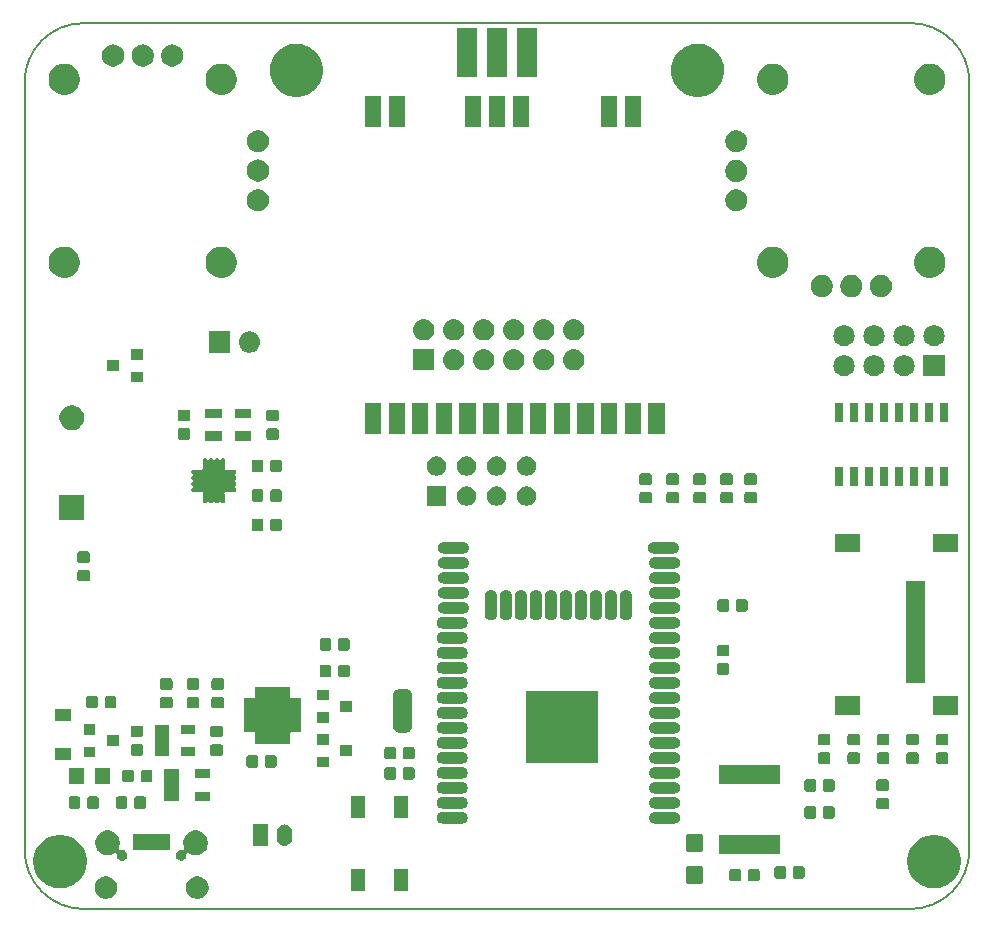
<source format=gbr>
%TF.GenerationSoftware,KiCad,Pcbnew,5.0.2-bee76a0~70~ubuntu18.04.1*%
%TF.CreationDate,2018-12-25T17:03:24+01:00*%
%TF.ProjectId,esp32_radio,65737033-325f-4726-9164-696f2e6b6963,V0.1*%
%TF.SameCoordinates,Original*%
%TF.FileFunction,Soldermask,Top*%
%TF.FilePolarity,Negative*%
%FSLAX46Y46*%
G04 Gerber Fmt 4.6, Leading zero omitted, Abs format (unit mm)*
G04 Created by KiCad (PCBNEW 5.0.2-bee76a0~70~ubuntu18.04.1) date mar. 25 déc. 2018 17:03:24 CET*
%MOMM*%
%LPD*%
G01*
G04 APERTURE LIST*
%ADD10C,0.150000*%
%ADD11C,0.100000*%
G04 APERTURE END LIST*
D10*
X107188000Y-109088000D02*
G75*
G03X112188000Y-114088000I5000000J0D01*
G01*
X182188000Y-114088000D02*
G75*
G03X187188000Y-109088000I0J5000000D01*
G01*
X187188000Y-44088000D02*
G75*
G03X182188000Y-39088000I-5000000J0D01*
G01*
X112188000Y-39088000D02*
G75*
G03X107188000Y-44088000I0J-5000000D01*
G01*
X182188000Y-39088000D02*
X112188000Y-39088000D01*
X187188000Y-109088000D02*
X187188000Y-44088000D01*
X112188000Y-114088000D02*
X182188000Y-114088000D01*
X107188000Y-44088000D02*
X107188000Y-109088000D01*
D11*
G36*
X122090338Y-111373738D02*
X122263373Y-111445412D01*
X122419100Y-111549465D01*
X122551535Y-111681900D01*
X122655588Y-111837627D01*
X122727262Y-112010662D01*
X122763800Y-112194354D01*
X122763800Y-112381646D01*
X122727262Y-112565338D01*
X122655588Y-112738373D01*
X122551535Y-112894100D01*
X122419100Y-113026535D01*
X122263373Y-113130588D01*
X122090338Y-113202262D01*
X121906646Y-113238800D01*
X121719354Y-113238800D01*
X121535662Y-113202262D01*
X121362627Y-113130588D01*
X121206900Y-113026535D01*
X121074465Y-112894100D01*
X120970412Y-112738373D01*
X120898738Y-112565338D01*
X120862200Y-112381646D01*
X120862200Y-112194354D01*
X120898738Y-112010662D01*
X120970412Y-111837627D01*
X121074465Y-111681900D01*
X121206900Y-111549465D01*
X121362627Y-111445412D01*
X121535662Y-111373738D01*
X121719354Y-111337200D01*
X121906646Y-111337200D01*
X122090338Y-111373738D01*
X122090338Y-111373738D01*
G37*
G36*
X114340338Y-111373738D02*
X114513373Y-111445412D01*
X114669100Y-111549465D01*
X114801535Y-111681900D01*
X114905588Y-111837627D01*
X114977262Y-112010662D01*
X115013800Y-112194354D01*
X115013800Y-112381646D01*
X114977262Y-112565338D01*
X114905588Y-112738373D01*
X114801535Y-112894100D01*
X114669100Y-113026535D01*
X114513373Y-113130588D01*
X114340338Y-113202262D01*
X114156646Y-113238800D01*
X113969354Y-113238800D01*
X113785662Y-113202262D01*
X113612627Y-113130588D01*
X113456900Y-113026535D01*
X113324465Y-112894100D01*
X113220412Y-112738373D01*
X113148738Y-112565338D01*
X113112200Y-112381646D01*
X113112200Y-112194354D01*
X113148738Y-112010662D01*
X113220412Y-111837627D01*
X113324465Y-111681900D01*
X113456900Y-111549465D01*
X113612627Y-111445412D01*
X113785662Y-111373738D01*
X113969354Y-111337200D01*
X114156646Y-111337200D01*
X114340338Y-111373738D01*
X114340338Y-111373738D01*
G37*
G36*
X135988800Y-112588800D02*
X134787200Y-112588800D01*
X134787200Y-110687200D01*
X135988800Y-110687200D01*
X135988800Y-112588800D01*
X135988800Y-112588800D01*
G37*
G36*
X139688800Y-112588800D02*
X138487200Y-112588800D01*
X138487200Y-110687200D01*
X139688800Y-110687200D01*
X139688800Y-112588800D01*
X139688800Y-112588800D01*
G37*
G36*
X110699584Y-107894865D02*
X110844534Y-107923697D01*
X111254154Y-108093367D01*
X111622802Y-108339689D01*
X111936311Y-108653198D01*
X112182633Y-109021846D01*
X112352303Y-109431466D01*
X112373653Y-109538800D01*
X112438800Y-109866314D01*
X112438800Y-110309686D01*
X112403612Y-110486586D01*
X112352303Y-110744534D01*
X112182633Y-111154154D01*
X111936311Y-111522802D01*
X111622802Y-111836311D01*
X111254154Y-112082633D01*
X110844534Y-112252303D01*
X110699584Y-112281135D01*
X110409686Y-112338800D01*
X109966314Y-112338800D01*
X109676416Y-112281135D01*
X109531466Y-112252303D01*
X109121846Y-112082633D01*
X108753198Y-111836311D01*
X108439689Y-111522802D01*
X108193367Y-111154154D01*
X108023697Y-110744534D01*
X107972388Y-110486586D01*
X107937200Y-110309686D01*
X107937200Y-109866314D01*
X108002347Y-109538800D01*
X108023697Y-109431466D01*
X108193367Y-109021846D01*
X108439689Y-108653198D01*
X108753198Y-108339689D01*
X109121846Y-108093367D01*
X109531466Y-107923697D01*
X109676416Y-107894865D01*
X109966314Y-107837200D01*
X110409686Y-107837200D01*
X110699584Y-107894865D01*
X110699584Y-107894865D01*
G37*
G36*
X184699584Y-107894865D02*
X184844534Y-107923697D01*
X185254154Y-108093367D01*
X185622802Y-108339689D01*
X185936311Y-108653198D01*
X186182633Y-109021846D01*
X186352303Y-109431466D01*
X186373653Y-109538800D01*
X186438800Y-109866314D01*
X186438800Y-110309686D01*
X186403612Y-110486586D01*
X186352303Y-110744534D01*
X186182633Y-111154154D01*
X185936311Y-111522802D01*
X185622802Y-111836311D01*
X185254154Y-112082633D01*
X184844534Y-112252303D01*
X184699584Y-112281135D01*
X184409686Y-112338800D01*
X183966314Y-112338800D01*
X183676416Y-112281135D01*
X183531466Y-112252303D01*
X183121846Y-112082633D01*
X182753198Y-111836311D01*
X182439689Y-111522802D01*
X182193367Y-111154154D01*
X182023697Y-110744534D01*
X181972388Y-110486586D01*
X181937200Y-110309686D01*
X181937200Y-109866314D01*
X182002347Y-109538800D01*
X182023697Y-109431466D01*
X182193367Y-109021846D01*
X182439689Y-108653198D01*
X182753198Y-108339689D01*
X183121846Y-108093367D01*
X183531466Y-107923697D01*
X183676416Y-107894865D01*
X183966314Y-107837200D01*
X184409686Y-107837200D01*
X184699584Y-107894865D01*
X184699584Y-107894865D01*
G37*
G36*
X164466159Y-110458446D02*
X164501711Y-110469230D01*
X164534472Y-110486742D01*
X164563190Y-110510310D01*
X164586758Y-110539028D01*
X164604270Y-110571789D01*
X164615054Y-110607341D01*
X164619300Y-110650451D01*
X164619300Y-111759549D01*
X164615054Y-111802659D01*
X164604270Y-111838211D01*
X164586758Y-111870972D01*
X164563190Y-111899690D01*
X164534472Y-111923258D01*
X164501711Y-111940770D01*
X164466159Y-111951554D01*
X164423049Y-111955800D01*
X163363951Y-111955800D01*
X163320841Y-111951554D01*
X163285289Y-111940770D01*
X163252528Y-111923258D01*
X163223810Y-111899690D01*
X163200242Y-111870972D01*
X163182730Y-111838211D01*
X163171946Y-111802659D01*
X163167700Y-111759549D01*
X163167700Y-110650451D01*
X163171946Y-110607341D01*
X163182730Y-110571789D01*
X163200242Y-110539028D01*
X163223810Y-110510310D01*
X163252528Y-110486742D01*
X163285289Y-110469230D01*
X163320841Y-110458446D01*
X163363951Y-110454200D01*
X164423049Y-110454200D01*
X164466159Y-110458446D01*
X164466159Y-110458446D01*
G37*
G36*
X169267468Y-110716283D02*
X169301434Y-110726586D01*
X169332732Y-110743316D01*
X169360168Y-110765832D01*
X169382684Y-110793268D01*
X169399414Y-110824566D01*
X169409717Y-110858532D01*
X169413800Y-110899990D01*
X169413800Y-111576010D01*
X169409717Y-111617468D01*
X169399414Y-111651434D01*
X169382684Y-111682732D01*
X169360168Y-111710168D01*
X169332732Y-111732684D01*
X169301434Y-111749414D01*
X169267468Y-111759717D01*
X169226010Y-111763800D01*
X168624990Y-111763800D01*
X168583532Y-111759717D01*
X168549566Y-111749414D01*
X168518268Y-111732684D01*
X168490832Y-111710168D01*
X168468316Y-111682732D01*
X168451586Y-111651434D01*
X168441283Y-111617468D01*
X168437200Y-111576010D01*
X168437200Y-110899990D01*
X168441283Y-110858532D01*
X168451586Y-110824566D01*
X168468316Y-110793268D01*
X168490832Y-110765832D01*
X168518268Y-110743316D01*
X168549566Y-110726586D01*
X168583532Y-110716283D01*
X168624990Y-110712200D01*
X169226010Y-110712200D01*
X169267468Y-110716283D01*
X169267468Y-110716283D01*
G37*
G36*
X167692468Y-110716283D02*
X167726434Y-110726586D01*
X167757732Y-110743316D01*
X167785168Y-110765832D01*
X167807684Y-110793268D01*
X167824414Y-110824566D01*
X167834717Y-110858532D01*
X167838800Y-110899990D01*
X167838800Y-111576010D01*
X167834717Y-111617468D01*
X167824414Y-111651434D01*
X167807684Y-111682732D01*
X167785168Y-111710168D01*
X167757732Y-111732684D01*
X167726434Y-111749414D01*
X167692468Y-111759717D01*
X167651010Y-111763800D01*
X167049990Y-111763800D01*
X167008532Y-111759717D01*
X166974566Y-111749414D01*
X166943268Y-111732684D01*
X166915832Y-111710168D01*
X166893316Y-111682732D01*
X166876586Y-111651434D01*
X166866283Y-111617468D01*
X166862200Y-111576010D01*
X166862200Y-110899990D01*
X166866283Y-110858532D01*
X166876586Y-110824566D01*
X166893316Y-110793268D01*
X166915832Y-110765832D01*
X166943268Y-110743316D01*
X166974566Y-110726586D01*
X167008532Y-110716283D01*
X167049990Y-110712200D01*
X167651010Y-110712200D01*
X167692468Y-110716283D01*
X167692468Y-110716283D01*
G37*
G36*
X171512468Y-110476283D02*
X171546434Y-110486586D01*
X171577732Y-110503316D01*
X171605168Y-110525832D01*
X171627684Y-110553268D01*
X171644414Y-110584566D01*
X171654717Y-110618532D01*
X171658800Y-110659990D01*
X171658800Y-111336010D01*
X171654717Y-111377468D01*
X171644414Y-111411434D01*
X171627684Y-111442732D01*
X171605168Y-111470168D01*
X171577732Y-111492684D01*
X171546434Y-111509414D01*
X171512468Y-111519717D01*
X171471010Y-111523800D01*
X170869990Y-111523800D01*
X170828532Y-111519717D01*
X170794566Y-111509414D01*
X170763268Y-111492684D01*
X170735832Y-111470168D01*
X170713316Y-111442732D01*
X170696586Y-111411434D01*
X170686283Y-111377468D01*
X170682200Y-111336010D01*
X170682200Y-110659990D01*
X170686283Y-110618532D01*
X170696586Y-110584566D01*
X170713316Y-110553268D01*
X170735832Y-110525832D01*
X170763268Y-110503316D01*
X170794566Y-110486586D01*
X170828532Y-110476283D01*
X170869990Y-110472200D01*
X171471010Y-110472200D01*
X171512468Y-110476283D01*
X171512468Y-110476283D01*
G37*
G36*
X173087468Y-110476283D02*
X173121434Y-110486586D01*
X173152732Y-110503316D01*
X173180168Y-110525832D01*
X173202684Y-110553268D01*
X173219414Y-110584566D01*
X173229717Y-110618532D01*
X173233800Y-110659990D01*
X173233800Y-111336010D01*
X173229717Y-111377468D01*
X173219414Y-111411434D01*
X173202684Y-111442732D01*
X173180168Y-111470168D01*
X173152732Y-111492684D01*
X173121434Y-111509414D01*
X173087468Y-111519717D01*
X173046010Y-111523800D01*
X172444990Y-111523800D01*
X172403532Y-111519717D01*
X172369566Y-111509414D01*
X172338268Y-111492684D01*
X172310832Y-111470168D01*
X172288316Y-111442732D01*
X172271586Y-111411434D01*
X172261283Y-111377468D01*
X172257200Y-111336010D01*
X172257200Y-110659990D01*
X172261283Y-110618532D01*
X172271586Y-110584566D01*
X172288316Y-110553268D01*
X172310832Y-110525832D01*
X172338268Y-110503316D01*
X172369566Y-110486586D01*
X172403532Y-110476283D01*
X172444990Y-110472200D01*
X173046010Y-110472200D01*
X173087468Y-110476283D01*
X173087468Y-110476283D01*
G37*
G36*
X114519507Y-107477582D02*
X114710740Y-107556793D01*
X114881687Y-107671016D01*
X114882849Y-107671793D01*
X115029207Y-107818151D01*
X115029209Y-107818154D01*
X115144207Y-107990260D01*
X115223418Y-108181493D01*
X115263800Y-108384505D01*
X115263800Y-108591495D01*
X115223418Y-108794507D01*
X115165504Y-108934325D01*
X115158394Y-108957763D01*
X115155992Y-108982150D01*
X115158394Y-109006536D01*
X115165507Y-109029985D01*
X115177058Y-109051596D01*
X115192603Y-109070538D01*
X115211546Y-109086084D01*
X115233156Y-109097635D01*
X115256605Y-109104748D01*
X115280992Y-109107150D01*
X115305378Y-109104748D01*
X115393599Y-109087200D01*
X115482401Y-109087200D01*
X115495758Y-109089857D01*
X115569493Y-109104524D01*
X115651534Y-109138506D01*
X115680482Y-109157849D01*
X115725371Y-109187843D01*
X115788157Y-109250629D01*
X115788159Y-109250632D01*
X115837494Y-109324466D01*
X115859654Y-109377966D01*
X115871476Y-109406507D01*
X115878530Y-109441967D01*
X115888800Y-109493600D01*
X115888800Y-109582400D01*
X115871476Y-109669493D01*
X115837494Y-109751534D01*
X115788492Y-109824870D01*
X115788157Y-109825371D01*
X115725371Y-109888157D01*
X115725368Y-109888159D01*
X115651534Y-109937494D01*
X115569493Y-109971476D01*
X115482401Y-109988800D01*
X115393599Y-109988800D01*
X115306507Y-109971476D01*
X115224466Y-109937494D01*
X115150632Y-109888159D01*
X115150629Y-109888157D01*
X115087843Y-109825371D01*
X115087508Y-109824870D01*
X115038506Y-109751534D01*
X115004524Y-109669493D01*
X114987200Y-109582400D01*
X114987200Y-109493600D01*
X114987769Y-109490739D01*
X114990170Y-109466353D01*
X114987768Y-109441967D01*
X114980654Y-109418518D01*
X114969102Y-109396907D01*
X114953556Y-109377966D01*
X114934614Y-109362421D01*
X114913003Y-109350870D01*
X114889553Y-109343757D01*
X114865167Y-109341356D01*
X114840781Y-109343758D01*
X114817332Y-109350872D01*
X114795726Y-109362421D01*
X114710740Y-109419207D01*
X114519507Y-109498418D01*
X114316495Y-109538800D01*
X114109505Y-109538800D01*
X113906493Y-109498418D01*
X113715260Y-109419207D01*
X113543154Y-109304209D01*
X113543151Y-109304207D01*
X113396793Y-109157849D01*
X113348841Y-109086084D01*
X113281793Y-108985740D01*
X113202582Y-108794507D01*
X113162200Y-108591495D01*
X113162200Y-108384505D01*
X113202582Y-108181493D01*
X113281793Y-107990260D01*
X113396791Y-107818154D01*
X113396793Y-107818151D01*
X113543151Y-107671793D01*
X113544313Y-107671016D01*
X113715260Y-107556793D01*
X113906493Y-107477582D01*
X114109505Y-107437200D01*
X114316495Y-107437200D01*
X114519507Y-107477582D01*
X114519507Y-107477582D01*
G37*
G36*
X121969507Y-107477582D02*
X122160740Y-107556793D01*
X122331687Y-107671016D01*
X122332849Y-107671793D01*
X122479207Y-107818151D01*
X122479209Y-107818154D01*
X122594207Y-107990260D01*
X122673418Y-108181493D01*
X122713800Y-108384505D01*
X122713800Y-108591495D01*
X122673418Y-108794507D01*
X122594207Y-108985740D01*
X122527159Y-109086084D01*
X122479207Y-109157849D01*
X122332849Y-109304207D01*
X122332846Y-109304209D01*
X122160740Y-109419207D01*
X121969507Y-109498418D01*
X121766495Y-109538800D01*
X121559505Y-109538800D01*
X121356493Y-109498418D01*
X121165260Y-109419207D01*
X121080274Y-109362421D01*
X121058665Y-109350871D01*
X121035216Y-109343758D01*
X121010830Y-109341356D01*
X120986444Y-109343758D01*
X120962995Y-109350871D01*
X120941384Y-109362422D01*
X120922442Y-109377968D01*
X120906896Y-109396910D01*
X120895345Y-109418521D01*
X120888232Y-109441970D01*
X120885830Y-109466356D01*
X120888231Y-109490739D01*
X120888800Y-109493600D01*
X120888800Y-109582400D01*
X120871476Y-109669493D01*
X120837494Y-109751534D01*
X120788492Y-109824870D01*
X120788157Y-109825371D01*
X120725371Y-109888157D01*
X120725368Y-109888159D01*
X120651534Y-109937494D01*
X120569493Y-109971476D01*
X120482401Y-109988800D01*
X120393599Y-109988800D01*
X120306507Y-109971476D01*
X120224466Y-109937494D01*
X120150632Y-109888159D01*
X120150629Y-109888157D01*
X120087843Y-109825371D01*
X120087508Y-109824870D01*
X120038506Y-109751534D01*
X120004524Y-109669493D01*
X119987200Y-109582400D01*
X119987200Y-109493600D01*
X119997471Y-109441967D01*
X120004524Y-109406507D01*
X120016346Y-109377966D01*
X120038506Y-109324466D01*
X120087841Y-109250632D01*
X120087843Y-109250629D01*
X120150629Y-109187843D01*
X120195518Y-109157849D01*
X120224466Y-109138506D01*
X120306507Y-109104524D01*
X120380242Y-109089857D01*
X120393599Y-109087200D01*
X120482401Y-109087200D01*
X120570622Y-109104748D01*
X120595008Y-109107150D01*
X120619395Y-109104748D01*
X120642844Y-109097635D01*
X120664455Y-109086083D01*
X120683397Y-109070538D01*
X120698942Y-109051596D01*
X120710493Y-109029985D01*
X120717606Y-109006536D01*
X120720008Y-108982150D01*
X120717606Y-108957763D01*
X120710496Y-108934325D01*
X120652582Y-108794507D01*
X120612200Y-108591495D01*
X120612200Y-108384505D01*
X120652582Y-108181493D01*
X120731793Y-107990260D01*
X120846791Y-107818154D01*
X120846793Y-107818151D01*
X120993151Y-107671793D01*
X120994313Y-107671016D01*
X121165260Y-107556793D01*
X121356493Y-107477582D01*
X121559505Y-107437200D01*
X121766495Y-107437200D01*
X121969507Y-107477582D01*
X121969507Y-107477582D01*
G37*
G36*
X171113800Y-109438800D02*
X166012200Y-109438800D01*
X166012200Y-107837200D01*
X171113800Y-107837200D01*
X171113800Y-109438800D01*
X171113800Y-109438800D01*
G37*
G36*
X164466159Y-107758446D02*
X164501711Y-107769230D01*
X164534472Y-107786742D01*
X164563190Y-107810310D01*
X164586758Y-107839028D01*
X164604270Y-107871789D01*
X164615054Y-107907341D01*
X164619300Y-107950451D01*
X164619300Y-109059549D01*
X164615054Y-109102659D01*
X164604270Y-109138211D01*
X164586758Y-109170972D01*
X164563190Y-109199690D01*
X164534472Y-109223258D01*
X164501711Y-109240770D01*
X164466159Y-109251554D01*
X164423049Y-109255800D01*
X163363951Y-109255800D01*
X163320841Y-109251554D01*
X163285289Y-109240770D01*
X163252528Y-109223258D01*
X163223810Y-109199690D01*
X163200242Y-109170972D01*
X163182730Y-109138211D01*
X163171946Y-109102659D01*
X163167700Y-109059549D01*
X163167700Y-107950451D01*
X163171946Y-107907341D01*
X163182730Y-107871789D01*
X163200242Y-107839028D01*
X163223810Y-107810310D01*
X163252528Y-107786742D01*
X163285289Y-107769230D01*
X163320841Y-107758446D01*
X163363951Y-107754200D01*
X164423049Y-107754200D01*
X164466159Y-107758446D01*
X164466159Y-107758446D01*
G37*
G36*
X119513800Y-109138800D02*
X116362200Y-109138800D01*
X116362200Y-107737200D01*
X119513800Y-107737200D01*
X119513800Y-109138800D01*
X119513800Y-109138800D01*
G37*
G36*
X129315578Y-106946617D02*
X129438254Y-106983831D01*
X129438257Y-106983832D01*
X129551313Y-107044261D01*
X129650411Y-107125589D01*
X129731739Y-107224686D01*
X129792168Y-107337742D01*
X129792168Y-107337743D01*
X129792169Y-107337745D01*
X129829383Y-107460421D01*
X129838800Y-107556037D01*
X129838800Y-108119963D01*
X129829383Y-108215579D01*
X129792169Y-108338255D01*
X129792168Y-108338258D01*
X129731739Y-108451314D01*
X129650411Y-108550411D01*
X129551314Y-108631739D01*
X129438258Y-108692168D01*
X129438255Y-108692169D01*
X129315579Y-108729383D01*
X129188000Y-108741948D01*
X129060422Y-108729383D01*
X128937746Y-108692169D01*
X128937743Y-108692168D01*
X128824687Y-108631739D01*
X128725592Y-108550413D01*
X128644259Y-108451310D01*
X128583832Y-108338258D01*
X128583831Y-108338255D01*
X128546617Y-108215579D01*
X128537200Y-108119963D01*
X128537200Y-107556038D01*
X128546617Y-107460422D01*
X128583831Y-107337746D01*
X128583832Y-107337743D01*
X128644261Y-107224687D01*
X128725589Y-107125589D01*
X128824686Y-107044261D01*
X128937742Y-106983832D01*
X128937745Y-106983831D01*
X129060421Y-106946617D01*
X129188000Y-106934052D01*
X129315578Y-106946617D01*
X129315578Y-106946617D01*
G37*
G36*
X127838800Y-108738800D02*
X126537200Y-108738800D01*
X126537200Y-106937200D01*
X127838800Y-106937200D01*
X127838800Y-108738800D01*
X127838800Y-108738800D01*
G37*
G36*
X162286174Y-105864446D02*
X162380575Y-105893083D01*
X162467576Y-105939585D01*
X162543832Y-106002168D01*
X162606415Y-106078424D01*
X162652917Y-106165425D01*
X162681554Y-106259826D01*
X162691223Y-106358000D01*
X162681554Y-106456174D01*
X162652917Y-106550575D01*
X162606415Y-106637576D01*
X162543832Y-106713832D01*
X162467576Y-106776415D01*
X162380575Y-106822917D01*
X162286174Y-106851554D01*
X162212602Y-106858800D01*
X160563398Y-106858800D01*
X160489826Y-106851554D01*
X160395425Y-106822917D01*
X160308424Y-106776415D01*
X160232168Y-106713832D01*
X160169585Y-106637576D01*
X160123083Y-106550575D01*
X160094446Y-106456174D01*
X160084777Y-106358000D01*
X160094446Y-106259826D01*
X160123083Y-106165425D01*
X160169585Y-106078424D01*
X160232168Y-106002168D01*
X160308424Y-105939585D01*
X160395425Y-105893083D01*
X160489826Y-105864446D01*
X160563398Y-105857200D01*
X162212602Y-105857200D01*
X162286174Y-105864446D01*
X162286174Y-105864446D01*
G37*
G36*
X144286174Y-105864446D02*
X144380575Y-105893083D01*
X144467576Y-105939585D01*
X144543832Y-106002168D01*
X144606415Y-106078424D01*
X144652917Y-106165425D01*
X144681554Y-106259826D01*
X144691223Y-106358000D01*
X144681554Y-106456174D01*
X144652917Y-106550575D01*
X144606415Y-106637576D01*
X144543832Y-106713832D01*
X144467576Y-106776415D01*
X144380575Y-106822917D01*
X144286174Y-106851554D01*
X144212602Y-106858800D01*
X142563398Y-106858800D01*
X142489826Y-106851554D01*
X142395425Y-106822917D01*
X142308424Y-106776415D01*
X142232168Y-106713832D01*
X142169585Y-106637576D01*
X142123083Y-106550575D01*
X142094446Y-106456174D01*
X142084777Y-106358000D01*
X142094446Y-106259826D01*
X142123083Y-106165425D01*
X142169585Y-106078424D01*
X142232168Y-106002168D01*
X142308424Y-105939585D01*
X142395425Y-105893083D01*
X142489826Y-105864446D01*
X142563398Y-105857200D01*
X144212602Y-105857200D01*
X144286174Y-105864446D01*
X144286174Y-105864446D01*
G37*
G36*
X174052468Y-105396283D02*
X174086434Y-105406586D01*
X174117732Y-105423316D01*
X174145168Y-105445832D01*
X174167684Y-105473268D01*
X174184414Y-105504566D01*
X174194717Y-105538532D01*
X174198800Y-105579990D01*
X174198800Y-106256010D01*
X174194717Y-106297468D01*
X174184414Y-106331434D01*
X174167684Y-106362732D01*
X174145168Y-106390168D01*
X174117732Y-106412684D01*
X174086434Y-106429414D01*
X174052468Y-106439717D01*
X174011010Y-106443800D01*
X173409990Y-106443800D01*
X173368532Y-106439717D01*
X173334566Y-106429414D01*
X173303268Y-106412684D01*
X173275832Y-106390168D01*
X173253316Y-106362732D01*
X173236586Y-106331434D01*
X173226283Y-106297468D01*
X173222200Y-106256010D01*
X173222200Y-105579990D01*
X173226283Y-105538532D01*
X173236586Y-105504566D01*
X173253316Y-105473268D01*
X173275832Y-105445832D01*
X173303268Y-105423316D01*
X173334566Y-105406586D01*
X173368532Y-105396283D01*
X173409990Y-105392200D01*
X174011010Y-105392200D01*
X174052468Y-105396283D01*
X174052468Y-105396283D01*
G37*
G36*
X175627468Y-105396283D02*
X175661434Y-105406586D01*
X175692732Y-105423316D01*
X175720168Y-105445832D01*
X175742684Y-105473268D01*
X175759414Y-105504566D01*
X175769717Y-105538532D01*
X175773800Y-105579990D01*
X175773800Y-106256010D01*
X175769717Y-106297468D01*
X175759414Y-106331434D01*
X175742684Y-106362732D01*
X175720168Y-106390168D01*
X175692732Y-106412684D01*
X175661434Y-106429414D01*
X175627468Y-106439717D01*
X175586010Y-106443800D01*
X174984990Y-106443800D01*
X174943532Y-106439717D01*
X174909566Y-106429414D01*
X174878268Y-106412684D01*
X174850832Y-106390168D01*
X174828316Y-106362732D01*
X174811586Y-106331434D01*
X174801283Y-106297468D01*
X174797200Y-106256010D01*
X174797200Y-105579990D01*
X174801283Y-105538532D01*
X174811586Y-105504566D01*
X174828316Y-105473268D01*
X174850832Y-105445832D01*
X174878268Y-105423316D01*
X174909566Y-105406586D01*
X174943532Y-105396283D01*
X174984990Y-105392200D01*
X175586010Y-105392200D01*
X175627468Y-105396283D01*
X175627468Y-105396283D01*
G37*
G36*
X139688800Y-106388800D02*
X138487200Y-106388800D01*
X138487200Y-104487200D01*
X139688800Y-104487200D01*
X139688800Y-106388800D01*
X139688800Y-106388800D01*
G37*
G36*
X135988800Y-106388800D02*
X134787200Y-106388800D01*
X134787200Y-104487200D01*
X135988800Y-104487200D01*
X135988800Y-106388800D01*
X135988800Y-106388800D01*
G37*
G36*
X180211468Y-104697283D02*
X180245434Y-104707586D01*
X180276732Y-104724316D01*
X180304168Y-104746832D01*
X180326684Y-104774268D01*
X180343414Y-104805566D01*
X180353717Y-104839532D01*
X180357800Y-104880990D01*
X180357800Y-105482010D01*
X180353717Y-105523468D01*
X180343414Y-105557434D01*
X180326684Y-105588732D01*
X180304168Y-105616168D01*
X180276732Y-105638684D01*
X180245434Y-105655414D01*
X180211468Y-105665717D01*
X180170010Y-105669800D01*
X179493990Y-105669800D01*
X179452532Y-105665717D01*
X179418566Y-105655414D01*
X179387268Y-105638684D01*
X179359832Y-105616168D01*
X179337316Y-105588732D01*
X179320586Y-105557434D01*
X179310283Y-105523468D01*
X179306200Y-105482010D01*
X179306200Y-104880990D01*
X179310283Y-104839532D01*
X179320586Y-104805566D01*
X179337316Y-104774268D01*
X179359832Y-104746832D01*
X179387268Y-104724316D01*
X179418566Y-104707586D01*
X179452532Y-104697283D01*
X179493990Y-104693200D01*
X180170010Y-104693200D01*
X180211468Y-104697283D01*
X180211468Y-104697283D01*
G37*
G36*
X117317468Y-104566283D02*
X117351434Y-104576586D01*
X117382732Y-104593316D01*
X117410168Y-104615832D01*
X117432684Y-104643268D01*
X117449414Y-104674566D01*
X117459717Y-104708532D01*
X117463800Y-104749990D01*
X117463800Y-105426010D01*
X117459717Y-105467468D01*
X117449414Y-105501434D01*
X117432684Y-105532732D01*
X117410168Y-105560168D01*
X117382732Y-105582684D01*
X117351434Y-105599414D01*
X117317468Y-105609717D01*
X117276010Y-105613800D01*
X116674990Y-105613800D01*
X116633532Y-105609717D01*
X116599566Y-105599414D01*
X116568268Y-105582684D01*
X116540832Y-105560168D01*
X116518316Y-105532732D01*
X116501586Y-105501434D01*
X116491283Y-105467468D01*
X116487200Y-105426010D01*
X116487200Y-104749990D01*
X116491283Y-104708532D01*
X116501586Y-104674566D01*
X116518316Y-104643268D01*
X116540832Y-104615832D01*
X116568268Y-104593316D01*
X116599566Y-104576586D01*
X116633532Y-104566283D01*
X116674990Y-104562200D01*
X117276010Y-104562200D01*
X117317468Y-104566283D01*
X117317468Y-104566283D01*
G37*
G36*
X115742468Y-104566283D02*
X115776434Y-104576586D01*
X115807732Y-104593316D01*
X115835168Y-104615832D01*
X115857684Y-104643268D01*
X115874414Y-104674566D01*
X115884717Y-104708532D01*
X115888800Y-104749990D01*
X115888800Y-105426010D01*
X115884717Y-105467468D01*
X115874414Y-105501434D01*
X115857684Y-105532732D01*
X115835168Y-105560168D01*
X115807732Y-105582684D01*
X115776434Y-105599414D01*
X115742468Y-105609717D01*
X115701010Y-105613800D01*
X115099990Y-105613800D01*
X115058532Y-105609717D01*
X115024566Y-105599414D01*
X114993268Y-105582684D01*
X114965832Y-105560168D01*
X114943316Y-105532732D01*
X114926586Y-105501434D01*
X114916283Y-105467468D01*
X114912200Y-105426010D01*
X114912200Y-104749990D01*
X114916283Y-104708532D01*
X114926586Y-104674566D01*
X114943316Y-104643268D01*
X114965832Y-104615832D01*
X114993268Y-104593316D01*
X115024566Y-104576586D01*
X115058532Y-104566283D01*
X115099990Y-104562200D01*
X115701010Y-104562200D01*
X115742468Y-104566283D01*
X115742468Y-104566283D01*
G37*
G36*
X113317468Y-104566283D02*
X113351434Y-104576586D01*
X113382732Y-104593316D01*
X113410168Y-104615832D01*
X113432684Y-104643268D01*
X113449414Y-104674566D01*
X113459717Y-104708532D01*
X113463800Y-104749990D01*
X113463800Y-105426010D01*
X113459717Y-105467468D01*
X113449414Y-105501434D01*
X113432684Y-105532732D01*
X113410168Y-105560168D01*
X113382732Y-105582684D01*
X113351434Y-105599414D01*
X113317468Y-105609717D01*
X113276010Y-105613800D01*
X112674990Y-105613800D01*
X112633532Y-105609717D01*
X112599566Y-105599414D01*
X112568268Y-105582684D01*
X112540832Y-105560168D01*
X112518316Y-105532732D01*
X112501586Y-105501434D01*
X112491283Y-105467468D01*
X112487200Y-105426010D01*
X112487200Y-104749990D01*
X112491283Y-104708532D01*
X112501586Y-104674566D01*
X112518316Y-104643268D01*
X112540832Y-104615832D01*
X112568268Y-104593316D01*
X112599566Y-104576586D01*
X112633532Y-104566283D01*
X112674990Y-104562200D01*
X113276010Y-104562200D01*
X113317468Y-104566283D01*
X113317468Y-104566283D01*
G37*
G36*
X111742468Y-104566283D02*
X111776434Y-104576586D01*
X111807732Y-104593316D01*
X111835168Y-104615832D01*
X111857684Y-104643268D01*
X111874414Y-104674566D01*
X111884717Y-104708532D01*
X111888800Y-104749990D01*
X111888800Y-105426010D01*
X111884717Y-105467468D01*
X111874414Y-105501434D01*
X111857684Y-105532732D01*
X111835168Y-105560168D01*
X111807732Y-105582684D01*
X111776434Y-105599414D01*
X111742468Y-105609717D01*
X111701010Y-105613800D01*
X111099990Y-105613800D01*
X111058532Y-105609717D01*
X111024566Y-105599414D01*
X110993268Y-105582684D01*
X110965832Y-105560168D01*
X110943316Y-105532732D01*
X110926586Y-105501434D01*
X110916283Y-105467468D01*
X110912200Y-105426010D01*
X110912200Y-104749990D01*
X110916283Y-104708532D01*
X110926586Y-104674566D01*
X110943316Y-104643268D01*
X110965832Y-104615832D01*
X110993268Y-104593316D01*
X111024566Y-104576586D01*
X111058532Y-104566283D01*
X111099990Y-104562200D01*
X111701010Y-104562200D01*
X111742468Y-104566283D01*
X111742468Y-104566283D01*
G37*
G36*
X144286174Y-104594446D02*
X144380575Y-104623083D01*
X144467576Y-104669585D01*
X144543832Y-104732168D01*
X144606415Y-104808424D01*
X144652917Y-104895425D01*
X144681554Y-104989826D01*
X144691223Y-105088000D01*
X144681554Y-105186174D01*
X144652917Y-105280575D01*
X144606415Y-105367576D01*
X144543832Y-105443832D01*
X144467576Y-105506415D01*
X144380575Y-105552917D01*
X144286174Y-105581554D01*
X144212602Y-105588800D01*
X142563398Y-105588800D01*
X142489826Y-105581554D01*
X142395425Y-105552917D01*
X142308424Y-105506415D01*
X142232168Y-105443832D01*
X142169585Y-105367576D01*
X142123083Y-105280575D01*
X142094446Y-105186174D01*
X142084777Y-105088000D01*
X142094446Y-104989826D01*
X142123083Y-104895425D01*
X142169585Y-104808424D01*
X142232168Y-104732168D01*
X142308424Y-104669585D01*
X142395425Y-104623083D01*
X142489826Y-104594446D01*
X142563398Y-104587200D01*
X144212602Y-104587200D01*
X144286174Y-104594446D01*
X144286174Y-104594446D01*
G37*
G36*
X162286174Y-104594446D02*
X162380575Y-104623083D01*
X162467576Y-104669585D01*
X162543832Y-104732168D01*
X162606415Y-104808424D01*
X162652917Y-104895425D01*
X162681554Y-104989826D01*
X162691223Y-105088000D01*
X162681554Y-105186174D01*
X162652917Y-105280575D01*
X162606415Y-105367576D01*
X162543832Y-105443832D01*
X162467576Y-105506415D01*
X162380575Y-105552917D01*
X162286174Y-105581554D01*
X162212602Y-105588800D01*
X160563398Y-105588800D01*
X160489826Y-105581554D01*
X160395425Y-105552917D01*
X160308424Y-105506415D01*
X160232168Y-105443832D01*
X160169585Y-105367576D01*
X160123083Y-105280575D01*
X160094446Y-105186174D01*
X160084777Y-105088000D01*
X160094446Y-104989826D01*
X160123083Y-104895425D01*
X160169585Y-104808424D01*
X160232168Y-104732168D01*
X160308424Y-104669585D01*
X160395425Y-104623083D01*
X160489826Y-104594446D01*
X160563398Y-104587200D01*
X162212602Y-104587200D01*
X162286174Y-104594446D01*
X162286174Y-104594446D01*
G37*
G36*
X122908800Y-104913800D02*
X121587200Y-104913800D01*
X121587200Y-104162200D01*
X122908800Y-104162200D01*
X122908800Y-104913800D01*
X122908800Y-104913800D01*
G37*
G36*
X120288800Y-104913800D02*
X118967200Y-104913800D01*
X118967200Y-102262200D01*
X120288800Y-102262200D01*
X120288800Y-104913800D01*
X120288800Y-104913800D01*
G37*
G36*
X162286174Y-103324446D02*
X162380575Y-103353083D01*
X162467576Y-103399585D01*
X162543832Y-103462168D01*
X162606415Y-103538424D01*
X162652917Y-103625425D01*
X162681554Y-103719826D01*
X162691223Y-103818000D01*
X162681554Y-103916174D01*
X162652917Y-104010575D01*
X162606415Y-104097576D01*
X162543832Y-104173832D01*
X162467576Y-104236415D01*
X162380575Y-104282917D01*
X162286174Y-104311554D01*
X162212602Y-104318800D01*
X160563398Y-104318800D01*
X160489826Y-104311554D01*
X160395425Y-104282917D01*
X160308424Y-104236415D01*
X160232168Y-104173832D01*
X160169585Y-104097576D01*
X160123083Y-104010575D01*
X160094446Y-103916174D01*
X160084777Y-103818000D01*
X160094446Y-103719826D01*
X160123083Y-103625425D01*
X160169585Y-103538424D01*
X160232168Y-103462168D01*
X160308424Y-103399585D01*
X160395425Y-103353083D01*
X160489826Y-103324446D01*
X160563398Y-103317200D01*
X162212602Y-103317200D01*
X162286174Y-103324446D01*
X162286174Y-103324446D01*
G37*
G36*
X144286174Y-103324446D02*
X144380575Y-103353083D01*
X144467576Y-103399585D01*
X144543832Y-103462168D01*
X144606415Y-103538424D01*
X144652917Y-103625425D01*
X144681554Y-103719826D01*
X144691223Y-103818000D01*
X144681554Y-103916174D01*
X144652917Y-104010575D01*
X144606415Y-104097576D01*
X144543832Y-104173832D01*
X144467576Y-104236415D01*
X144380575Y-104282917D01*
X144286174Y-104311554D01*
X144212602Y-104318800D01*
X142563398Y-104318800D01*
X142489826Y-104311554D01*
X142395425Y-104282917D01*
X142308424Y-104236415D01*
X142232168Y-104173832D01*
X142169585Y-104097576D01*
X142123083Y-104010575D01*
X142094446Y-103916174D01*
X142084777Y-103818000D01*
X142094446Y-103719826D01*
X142123083Y-103625425D01*
X142169585Y-103538424D01*
X142232168Y-103462168D01*
X142308424Y-103399585D01*
X142395425Y-103353083D01*
X142489826Y-103324446D01*
X142563398Y-103317200D01*
X144212602Y-103317200D01*
X144286174Y-103324446D01*
X144286174Y-103324446D01*
G37*
G36*
X174052468Y-103110283D02*
X174086434Y-103120586D01*
X174117732Y-103137316D01*
X174145168Y-103159832D01*
X174167684Y-103187268D01*
X174184414Y-103218566D01*
X174194717Y-103252532D01*
X174198800Y-103293990D01*
X174198800Y-103970010D01*
X174194717Y-104011468D01*
X174184414Y-104045434D01*
X174167684Y-104076732D01*
X174145168Y-104104168D01*
X174117732Y-104126684D01*
X174086434Y-104143414D01*
X174052468Y-104153717D01*
X174011010Y-104157800D01*
X173409990Y-104157800D01*
X173368532Y-104153717D01*
X173334566Y-104143414D01*
X173303268Y-104126684D01*
X173275832Y-104104168D01*
X173253316Y-104076732D01*
X173236586Y-104045434D01*
X173226283Y-104011468D01*
X173222200Y-103970010D01*
X173222200Y-103293990D01*
X173226283Y-103252532D01*
X173236586Y-103218566D01*
X173253316Y-103187268D01*
X173275832Y-103159832D01*
X173303268Y-103137316D01*
X173334566Y-103120586D01*
X173368532Y-103110283D01*
X173409990Y-103106200D01*
X174011010Y-103106200D01*
X174052468Y-103110283D01*
X174052468Y-103110283D01*
G37*
G36*
X175627468Y-103110283D02*
X175661434Y-103120586D01*
X175692732Y-103137316D01*
X175720168Y-103159832D01*
X175742684Y-103187268D01*
X175759414Y-103218566D01*
X175769717Y-103252532D01*
X175773800Y-103293990D01*
X175773800Y-103970010D01*
X175769717Y-104011468D01*
X175759414Y-104045434D01*
X175742684Y-104076732D01*
X175720168Y-104104168D01*
X175692732Y-104126684D01*
X175661434Y-104143414D01*
X175627468Y-104153717D01*
X175586010Y-104157800D01*
X174984990Y-104157800D01*
X174943532Y-104153717D01*
X174909566Y-104143414D01*
X174878268Y-104126684D01*
X174850832Y-104104168D01*
X174828316Y-104076732D01*
X174811586Y-104045434D01*
X174801283Y-104011468D01*
X174797200Y-103970010D01*
X174797200Y-103293990D01*
X174801283Y-103252532D01*
X174811586Y-103218566D01*
X174828316Y-103187268D01*
X174850832Y-103159832D01*
X174878268Y-103137316D01*
X174909566Y-103120586D01*
X174943532Y-103110283D01*
X174984990Y-103106200D01*
X175586010Y-103106200D01*
X175627468Y-103110283D01*
X175627468Y-103110283D01*
G37*
G36*
X180211468Y-103122283D02*
X180245434Y-103132586D01*
X180276732Y-103149316D01*
X180304168Y-103171832D01*
X180326684Y-103199268D01*
X180343414Y-103230566D01*
X180353717Y-103264532D01*
X180357800Y-103305990D01*
X180357800Y-103907010D01*
X180353717Y-103948468D01*
X180343414Y-103982434D01*
X180326684Y-104013732D01*
X180304168Y-104041168D01*
X180276732Y-104063684D01*
X180245434Y-104080414D01*
X180211468Y-104090717D01*
X180170010Y-104094800D01*
X179493990Y-104094800D01*
X179452532Y-104090717D01*
X179418566Y-104080414D01*
X179387268Y-104063684D01*
X179359832Y-104041168D01*
X179337316Y-104013732D01*
X179320586Y-103982434D01*
X179310283Y-103948468D01*
X179306200Y-103907010D01*
X179306200Y-103305990D01*
X179310283Y-103264532D01*
X179320586Y-103230566D01*
X179337316Y-103199268D01*
X179359832Y-103171832D01*
X179387268Y-103149316D01*
X179418566Y-103132586D01*
X179452532Y-103122283D01*
X179493990Y-103118200D01*
X180170010Y-103118200D01*
X180211468Y-103122283D01*
X180211468Y-103122283D01*
G37*
G36*
X171113800Y-103538800D02*
X166012200Y-103538800D01*
X166012200Y-101937200D01*
X171113800Y-101937200D01*
X171113800Y-103538800D01*
X171113800Y-103538800D01*
G37*
G36*
X114438800Y-103488800D02*
X113137200Y-103488800D01*
X113137200Y-102187200D01*
X114438800Y-102187200D01*
X114438800Y-103488800D01*
X114438800Y-103488800D01*
G37*
G36*
X112238800Y-103488800D02*
X110937200Y-103488800D01*
X110937200Y-102187200D01*
X112238800Y-102187200D01*
X112238800Y-103488800D01*
X112238800Y-103488800D01*
G37*
G36*
X116292468Y-102316283D02*
X116326434Y-102326586D01*
X116357732Y-102343316D01*
X116385168Y-102365832D01*
X116407684Y-102393268D01*
X116424414Y-102424566D01*
X116434717Y-102458532D01*
X116438800Y-102499990D01*
X116438800Y-103176010D01*
X116434717Y-103217468D01*
X116424414Y-103251434D01*
X116407684Y-103282732D01*
X116385168Y-103310168D01*
X116357732Y-103332684D01*
X116326434Y-103349414D01*
X116292468Y-103359717D01*
X116251010Y-103363800D01*
X115649990Y-103363800D01*
X115608532Y-103359717D01*
X115574566Y-103349414D01*
X115543268Y-103332684D01*
X115515832Y-103310168D01*
X115493316Y-103282732D01*
X115476586Y-103251434D01*
X115466283Y-103217468D01*
X115462200Y-103176010D01*
X115462200Y-102499990D01*
X115466283Y-102458532D01*
X115476586Y-102424566D01*
X115493316Y-102393268D01*
X115515832Y-102365832D01*
X115543268Y-102343316D01*
X115574566Y-102326586D01*
X115608532Y-102316283D01*
X115649990Y-102312200D01*
X116251010Y-102312200D01*
X116292468Y-102316283D01*
X116292468Y-102316283D01*
G37*
G36*
X117867468Y-102316283D02*
X117901434Y-102326586D01*
X117932732Y-102343316D01*
X117960168Y-102365832D01*
X117982684Y-102393268D01*
X117999414Y-102424566D01*
X118009717Y-102458532D01*
X118013800Y-102499990D01*
X118013800Y-103176010D01*
X118009717Y-103217468D01*
X117999414Y-103251434D01*
X117982684Y-103282732D01*
X117960168Y-103310168D01*
X117932732Y-103332684D01*
X117901434Y-103349414D01*
X117867468Y-103359717D01*
X117826010Y-103363800D01*
X117224990Y-103363800D01*
X117183532Y-103359717D01*
X117149566Y-103349414D01*
X117118268Y-103332684D01*
X117090832Y-103310168D01*
X117068316Y-103282732D01*
X117051586Y-103251434D01*
X117041283Y-103217468D01*
X117037200Y-103176010D01*
X117037200Y-102499990D01*
X117041283Y-102458532D01*
X117051586Y-102424566D01*
X117068316Y-102393268D01*
X117090832Y-102365832D01*
X117118268Y-102343316D01*
X117149566Y-102326586D01*
X117183532Y-102316283D01*
X117224990Y-102312200D01*
X117826010Y-102312200D01*
X117867468Y-102316283D01*
X117867468Y-102316283D01*
G37*
G36*
X138492468Y-102094283D02*
X138526434Y-102104586D01*
X138557732Y-102121316D01*
X138585168Y-102143832D01*
X138607684Y-102171268D01*
X138624414Y-102202566D01*
X138634717Y-102236532D01*
X138638800Y-102277990D01*
X138638800Y-102954010D01*
X138634717Y-102995468D01*
X138624414Y-103029434D01*
X138607684Y-103060732D01*
X138585168Y-103088168D01*
X138557732Y-103110684D01*
X138526434Y-103127414D01*
X138492468Y-103137717D01*
X138451010Y-103141800D01*
X137849990Y-103141800D01*
X137808532Y-103137717D01*
X137774566Y-103127414D01*
X137743268Y-103110684D01*
X137715832Y-103088168D01*
X137693316Y-103060732D01*
X137676586Y-103029434D01*
X137666283Y-102995468D01*
X137662200Y-102954010D01*
X137662200Y-102277990D01*
X137666283Y-102236532D01*
X137676586Y-102202566D01*
X137693316Y-102171268D01*
X137715832Y-102143832D01*
X137743268Y-102121316D01*
X137774566Y-102104586D01*
X137808532Y-102094283D01*
X137849990Y-102090200D01*
X138451010Y-102090200D01*
X138492468Y-102094283D01*
X138492468Y-102094283D01*
G37*
G36*
X140067468Y-102094283D02*
X140101434Y-102104586D01*
X140132732Y-102121316D01*
X140160168Y-102143832D01*
X140182684Y-102171268D01*
X140199414Y-102202566D01*
X140209717Y-102236532D01*
X140213800Y-102277990D01*
X140213800Y-102954010D01*
X140209717Y-102995468D01*
X140199414Y-103029434D01*
X140182684Y-103060732D01*
X140160168Y-103088168D01*
X140132732Y-103110684D01*
X140101434Y-103127414D01*
X140067468Y-103137717D01*
X140026010Y-103141800D01*
X139424990Y-103141800D01*
X139383532Y-103137717D01*
X139349566Y-103127414D01*
X139318268Y-103110684D01*
X139290832Y-103088168D01*
X139268316Y-103060732D01*
X139251586Y-103029434D01*
X139241283Y-102995468D01*
X139237200Y-102954010D01*
X139237200Y-102277990D01*
X139241283Y-102236532D01*
X139251586Y-102202566D01*
X139268316Y-102171268D01*
X139290832Y-102143832D01*
X139318268Y-102121316D01*
X139349566Y-102104586D01*
X139383532Y-102094283D01*
X139424990Y-102090200D01*
X140026010Y-102090200D01*
X140067468Y-102094283D01*
X140067468Y-102094283D01*
G37*
G36*
X144286174Y-102054446D02*
X144380575Y-102083083D01*
X144467576Y-102129585D01*
X144543832Y-102192168D01*
X144606415Y-102268424D01*
X144652917Y-102355425D01*
X144681554Y-102449826D01*
X144691223Y-102548000D01*
X144681554Y-102646174D01*
X144652917Y-102740575D01*
X144606415Y-102827576D01*
X144543832Y-102903832D01*
X144467576Y-102966415D01*
X144380575Y-103012917D01*
X144286174Y-103041554D01*
X144212602Y-103048800D01*
X142563398Y-103048800D01*
X142489826Y-103041554D01*
X142395425Y-103012917D01*
X142308424Y-102966415D01*
X142232168Y-102903832D01*
X142169585Y-102827576D01*
X142123083Y-102740575D01*
X142094446Y-102646174D01*
X142084777Y-102548000D01*
X142094446Y-102449826D01*
X142123083Y-102355425D01*
X142169585Y-102268424D01*
X142232168Y-102192168D01*
X142308424Y-102129585D01*
X142395425Y-102083083D01*
X142489826Y-102054446D01*
X142563398Y-102047200D01*
X144212602Y-102047200D01*
X144286174Y-102054446D01*
X144286174Y-102054446D01*
G37*
G36*
X162286174Y-102054446D02*
X162380575Y-102083083D01*
X162467576Y-102129585D01*
X162543832Y-102192168D01*
X162606415Y-102268424D01*
X162652917Y-102355425D01*
X162681554Y-102449826D01*
X162691223Y-102548000D01*
X162681554Y-102646174D01*
X162652917Y-102740575D01*
X162606415Y-102827576D01*
X162543832Y-102903832D01*
X162467576Y-102966415D01*
X162380575Y-103012917D01*
X162286174Y-103041554D01*
X162212602Y-103048800D01*
X160563398Y-103048800D01*
X160489826Y-103041554D01*
X160395425Y-103012917D01*
X160308424Y-102966415D01*
X160232168Y-102903832D01*
X160169585Y-102827576D01*
X160123083Y-102740575D01*
X160094446Y-102646174D01*
X160084777Y-102548000D01*
X160094446Y-102449826D01*
X160123083Y-102355425D01*
X160169585Y-102268424D01*
X160232168Y-102192168D01*
X160308424Y-102129585D01*
X160395425Y-102083083D01*
X160489826Y-102054446D01*
X160563398Y-102047200D01*
X162212602Y-102047200D01*
X162286174Y-102054446D01*
X162286174Y-102054446D01*
G37*
G36*
X122908800Y-103013800D02*
X121587200Y-103013800D01*
X121587200Y-102262200D01*
X122908800Y-102262200D01*
X122908800Y-103013800D01*
X122908800Y-103013800D01*
G37*
G36*
X128383468Y-101078283D02*
X128417434Y-101088586D01*
X128448732Y-101105316D01*
X128476168Y-101127832D01*
X128498684Y-101155268D01*
X128515414Y-101186566D01*
X128525717Y-101220532D01*
X128529800Y-101261990D01*
X128529800Y-101938010D01*
X128525717Y-101979468D01*
X128515414Y-102013434D01*
X128498684Y-102044732D01*
X128476168Y-102072168D01*
X128448732Y-102094684D01*
X128417434Y-102111414D01*
X128383468Y-102121717D01*
X128342010Y-102125800D01*
X127740990Y-102125800D01*
X127699532Y-102121717D01*
X127665566Y-102111414D01*
X127634268Y-102094684D01*
X127606832Y-102072168D01*
X127584316Y-102044732D01*
X127567586Y-102013434D01*
X127557283Y-101979468D01*
X127553200Y-101938010D01*
X127553200Y-101261990D01*
X127557283Y-101220532D01*
X127567586Y-101186566D01*
X127584316Y-101155268D01*
X127606832Y-101127832D01*
X127634268Y-101105316D01*
X127665566Y-101088586D01*
X127699532Y-101078283D01*
X127740990Y-101074200D01*
X128342010Y-101074200D01*
X128383468Y-101078283D01*
X128383468Y-101078283D01*
G37*
G36*
X126808468Y-101078283D02*
X126842434Y-101088586D01*
X126873732Y-101105316D01*
X126901168Y-101127832D01*
X126923684Y-101155268D01*
X126940414Y-101186566D01*
X126950717Y-101220532D01*
X126954800Y-101261990D01*
X126954800Y-101938010D01*
X126950717Y-101979468D01*
X126940414Y-102013434D01*
X126923684Y-102044732D01*
X126901168Y-102072168D01*
X126873732Y-102094684D01*
X126842434Y-102111414D01*
X126808468Y-102121717D01*
X126767010Y-102125800D01*
X126165990Y-102125800D01*
X126124532Y-102121717D01*
X126090566Y-102111414D01*
X126059268Y-102094684D01*
X126031832Y-102072168D01*
X126009316Y-102044732D01*
X125992586Y-102013434D01*
X125982283Y-101979468D01*
X125978200Y-101938010D01*
X125978200Y-101261990D01*
X125982283Y-101220532D01*
X125992586Y-101186566D01*
X126009316Y-101155268D01*
X126031832Y-101127832D01*
X126059268Y-101105316D01*
X126090566Y-101088586D01*
X126124532Y-101078283D01*
X126165990Y-101074200D01*
X126767010Y-101074200D01*
X126808468Y-101078283D01*
X126808468Y-101078283D01*
G37*
G36*
X132938800Y-102088800D02*
X131937200Y-102088800D01*
X131937200Y-101187200D01*
X132938800Y-101187200D01*
X132938800Y-102088800D01*
X132938800Y-102088800D01*
G37*
G36*
X177767468Y-100841283D02*
X177801434Y-100851586D01*
X177832732Y-100868316D01*
X177860168Y-100890832D01*
X177882684Y-100918268D01*
X177899414Y-100949566D01*
X177909717Y-100983532D01*
X177913800Y-101024990D01*
X177913800Y-101626010D01*
X177909717Y-101667468D01*
X177899414Y-101701434D01*
X177882684Y-101732732D01*
X177860168Y-101760168D01*
X177832732Y-101782684D01*
X177801434Y-101799414D01*
X177767468Y-101809717D01*
X177726010Y-101813800D01*
X177049990Y-101813800D01*
X177008532Y-101809717D01*
X176974566Y-101799414D01*
X176943268Y-101782684D01*
X176915832Y-101760168D01*
X176893316Y-101732732D01*
X176876586Y-101701434D01*
X176866283Y-101667468D01*
X176862200Y-101626010D01*
X176862200Y-101024990D01*
X176866283Y-100983532D01*
X176876586Y-100949566D01*
X176893316Y-100918268D01*
X176915832Y-100890832D01*
X176943268Y-100868316D01*
X176974566Y-100851586D01*
X177008532Y-100841283D01*
X177049990Y-100837200D01*
X177726010Y-100837200D01*
X177767468Y-100841283D01*
X177767468Y-100841283D01*
G37*
G36*
X175267468Y-100841283D02*
X175301434Y-100851586D01*
X175332732Y-100868316D01*
X175360168Y-100890832D01*
X175382684Y-100918268D01*
X175399414Y-100949566D01*
X175409717Y-100983532D01*
X175413800Y-101024990D01*
X175413800Y-101626010D01*
X175409717Y-101667468D01*
X175399414Y-101701434D01*
X175382684Y-101732732D01*
X175360168Y-101760168D01*
X175332732Y-101782684D01*
X175301434Y-101799414D01*
X175267468Y-101809717D01*
X175226010Y-101813800D01*
X174549990Y-101813800D01*
X174508532Y-101809717D01*
X174474566Y-101799414D01*
X174443268Y-101782684D01*
X174415832Y-101760168D01*
X174393316Y-101732732D01*
X174376586Y-101701434D01*
X174366283Y-101667468D01*
X174362200Y-101626010D01*
X174362200Y-101024990D01*
X174366283Y-100983532D01*
X174376586Y-100949566D01*
X174393316Y-100918268D01*
X174415832Y-100890832D01*
X174443268Y-100868316D01*
X174474566Y-100851586D01*
X174508532Y-100841283D01*
X174549990Y-100837200D01*
X175226010Y-100837200D01*
X175267468Y-100841283D01*
X175267468Y-100841283D01*
G37*
G36*
X185267468Y-100841283D02*
X185301434Y-100851586D01*
X185332732Y-100868316D01*
X185360168Y-100890832D01*
X185382684Y-100918268D01*
X185399414Y-100949566D01*
X185409717Y-100983532D01*
X185413800Y-101024990D01*
X185413800Y-101626010D01*
X185409717Y-101667468D01*
X185399414Y-101701434D01*
X185382684Y-101732732D01*
X185360168Y-101760168D01*
X185332732Y-101782684D01*
X185301434Y-101799414D01*
X185267468Y-101809717D01*
X185226010Y-101813800D01*
X184549990Y-101813800D01*
X184508532Y-101809717D01*
X184474566Y-101799414D01*
X184443268Y-101782684D01*
X184415832Y-101760168D01*
X184393316Y-101732732D01*
X184376586Y-101701434D01*
X184366283Y-101667468D01*
X184362200Y-101626010D01*
X184362200Y-101024990D01*
X184366283Y-100983532D01*
X184376586Y-100949566D01*
X184393316Y-100918268D01*
X184415832Y-100890832D01*
X184443268Y-100868316D01*
X184474566Y-100851586D01*
X184508532Y-100841283D01*
X184549990Y-100837200D01*
X185226010Y-100837200D01*
X185267468Y-100841283D01*
X185267468Y-100841283D01*
G37*
G36*
X182749468Y-100841283D02*
X182783434Y-100851586D01*
X182814732Y-100868316D01*
X182842168Y-100890832D01*
X182864684Y-100918268D01*
X182881414Y-100949566D01*
X182891717Y-100983532D01*
X182895800Y-101024990D01*
X182895800Y-101626010D01*
X182891717Y-101667468D01*
X182881414Y-101701434D01*
X182864684Y-101732732D01*
X182842168Y-101760168D01*
X182814732Y-101782684D01*
X182783434Y-101799414D01*
X182749468Y-101809717D01*
X182708010Y-101813800D01*
X182031990Y-101813800D01*
X181990532Y-101809717D01*
X181956566Y-101799414D01*
X181925268Y-101782684D01*
X181897832Y-101760168D01*
X181875316Y-101732732D01*
X181858586Y-101701434D01*
X181848283Y-101667468D01*
X181844200Y-101626010D01*
X181844200Y-101024990D01*
X181848283Y-100983532D01*
X181858586Y-100949566D01*
X181875316Y-100918268D01*
X181897832Y-100890832D01*
X181925268Y-100868316D01*
X181956566Y-100851586D01*
X181990532Y-100841283D01*
X182031990Y-100837200D01*
X182708010Y-100837200D01*
X182749468Y-100841283D01*
X182749468Y-100841283D01*
G37*
G36*
X180267468Y-100841283D02*
X180301434Y-100851586D01*
X180332732Y-100868316D01*
X180360168Y-100890832D01*
X180382684Y-100918268D01*
X180399414Y-100949566D01*
X180409717Y-100983532D01*
X180413800Y-101024990D01*
X180413800Y-101626010D01*
X180409717Y-101667468D01*
X180399414Y-101701434D01*
X180382684Y-101732732D01*
X180360168Y-101760168D01*
X180332732Y-101782684D01*
X180301434Y-101799414D01*
X180267468Y-101809717D01*
X180226010Y-101813800D01*
X179549990Y-101813800D01*
X179508532Y-101809717D01*
X179474566Y-101799414D01*
X179443268Y-101782684D01*
X179415832Y-101760168D01*
X179393316Y-101732732D01*
X179376586Y-101701434D01*
X179366283Y-101667468D01*
X179362200Y-101626010D01*
X179362200Y-101024990D01*
X179366283Y-100983532D01*
X179376586Y-100949566D01*
X179393316Y-100918268D01*
X179415832Y-100890832D01*
X179443268Y-100868316D01*
X179474566Y-100851586D01*
X179508532Y-100841283D01*
X179549990Y-100837200D01*
X180226010Y-100837200D01*
X180267468Y-100841283D01*
X180267468Y-100841283D01*
G37*
G36*
X144286174Y-100784446D02*
X144380575Y-100813083D01*
X144467576Y-100859585D01*
X144543832Y-100922168D01*
X144606415Y-100998424D01*
X144652917Y-101085425D01*
X144681554Y-101179826D01*
X144691223Y-101278000D01*
X144681554Y-101376174D01*
X144652917Y-101470575D01*
X144606415Y-101557576D01*
X144543832Y-101633832D01*
X144467576Y-101696415D01*
X144380575Y-101742917D01*
X144286174Y-101771554D01*
X144212602Y-101778800D01*
X142563398Y-101778800D01*
X142489826Y-101771554D01*
X142395425Y-101742917D01*
X142308424Y-101696415D01*
X142232168Y-101633832D01*
X142169585Y-101557576D01*
X142123083Y-101470575D01*
X142094446Y-101376174D01*
X142084777Y-101278000D01*
X142094446Y-101179826D01*
X142123083Y-101085425D01*
X142169585Y-100998424D01*
X142232168Y-100922168D01*
X142308424Y-100859585D01*
X142395425Y-100813083D01*
X142489826Y-100784446D01*
X142563398Y-100777200D01*
X144212602Y-100777200D01*
X144286174Y-100784446D01*
X144286174Y-100784446D01*
G37*
G36*
X162286174Y-100784446D02*
X162380575Y-100813083D01*
X162467576Y-100859585D01*
X162543832Y-100922168D01*
X162606415Y-100998424D01*
X162652917Y-101085425D01*
X162681554Y-101179826D01*
X162691223Y-101278000D01*
X162681554Y-101376174D01*
X162652917Y-101470575D01*
X162606415Y-101557576D01*
X162543832Y-101633832D01*
X162467576Y-101696415D01*
X162380575Y-101742917D01*
X162286174Y-101771554D01*
X162212602Y-101778800D01*
X160563398Y-101778800D01*
X160489826Y-101771554D01*
X160395425Y-101742917D01*
X160308424Y-101696415D01*
X160232168Y-101633832D01*
X160169585Y-101557576D01*
X160123083Y-101470575D01*
X160094446Y-101376174D01*
X160084777Y-101278000D01*
X160094446Y-101179826D01*
X160123083Y-101085425D01*
X160169585Y-100998424D01*
X160232168Y-100922168D01*
X160308424Y-100859585D01*
X160395425Y-100813083D01*
X160489826Y-100784446D01*
X160563398Y-100777200D01*
X162212602Y-100777200D01*
X162286174Y-100784446D01*
X162286174Y-100784446D01*
G37*
G36*
X155738800Y-101708800D02*
X149637200Y-101708800D01*
X149637200Y-95607200D01*
X155738800Y-95607200D01*
X155738800Y-101708800D01*
X155738800Y-101708800D01*
G37*
G36*
X111088800Y-101488800D02*
X109787200Y-101488800D01*
X109787200Y-100487200D01*
X111088800Y-100487200D01*
X111088800Y-101488800D01*
X111088800Y-101488800D01*
G37*
G36*
X138492468Y-100379783D02*
X138526434Y-100390086D01*
X138557732Y-100406816D01*
X138585168Y-100429332D01*
X138607684Y-100456768D01*
X138624414Y-100488066D01*
X138634717Y-100522032D01*
X138638800Y-100563490D01*
X138638800Y-101239510D01*
X138634717Y-101280968D01*
X138624414Y-101314934D01*
X138607684Y-101346232D01*
X138585168Y-101373668D01*
X138557732Y-101396184D01*
X138526434Y-101412914D01*
X138492468Y-101423217D01*
X138451010Y-101427300D01*
X137849990Y-101427300D01*
X137808532Y-101423217D01*
X137774566Y-101412914D01*
X137743268Y-101396184D01*
X137715832Y-101373668D01*
X137693316Y-101346232D01*
X137676586Y-101314934D01*
X137666283Y-101280968D01*
X137662200Y-101239510D01*
X137662200Y-100563490D01*
X137666283Y-100522032D01*
X137676586Y-100488066D01*
X137693316Y-100456768D01*
X137715832Y-100429332D01*
X137743268Y-100406816D01*
X137774566Y-100390086D01*
X137808532Y-100379783D01*
X137849990Y-100375700D01*
X138451010Y-100375700D01*
X138492468Y-100379783D01*
X138492468Y-100379783D01*
G37*
G36*
X140067468Y-100379783D02*
X140101434Y-100390086D01*
X140132732Y-100406816D01*
X140160168Y-100429332D01*
X140182684Y-100456768D01*
X140199414Y-100488066D01*
X140209717Y-100522032D01*
X140213800Y-100563490D01*
X140213800Y-101239510D01*
X140209717Y-101280968D01*
X140199414Y-101314934D01*
X140182684Y-101346232D01*
X140160168Y-101373668D01*
X140132732Y-101396184D01*
X140101434Y-101412914D01*
X140067468Y-101423217D01*
X140026010Y-101427300D01*
X139424990Y-101427300D01*
X139383532Y-101423217D01*
X139349566Y-101412914D01*
X139318268Y-101396184D01*
X139290832Y-101373668D01*
X139268316Y-101346232D01*
X139251586Y-101314934D01*
X139241283Y-101280968D01*
X139237200Y-101239510D01*
X139237200Y-100563490D01*
X139241283Y-100522032D01*
X139251586Y-100488066D01*
X139268316Y-100456768D01*
X139290832Y-100429332D01*
X139318268Y-100406816D01*
X139349566Y-100390086D01*
X139383532Y-100379783D01*
X139424990Y-100375700D01*
X140026010Y-100375700D01*
X140067468Y-100379783D01*
X140067468Y-100379783D01*
G37*
G36*
X113188800Y-101238800D02*
X112187200Y-101238800D01*
X112187200Y-100337200D01*
X113188800Y-100337200D01*
X113188800Y-101238800D01*
X113188800Y-101238800D01*
G37*
G36*
X119418800Y-101163800D02*
X118257200Y-101163800D01*
X118257200Y-98512200D01*
X119418800Y-98512200D01*
X119418800Y-101163800D01*
X119418800Y-101163800D01*
G37*
G36*
X121618800Y-101163800D02*
X120457200Y-101163800D01*
X120457200Y-100412200D01*
X121618800Y-100412200D01*
X121618800Y-101163800D01*
X121618800Y-101163800D01*
G37*
G36*
X134938800Y-101138800D02*
X133937200Y-101138800D01*
X133937200Y-100237200D01*
X134938800Y-100237200D01*
X134938800Y-101138800D01*
X134938800Y-101138800D01*
G37*
G36*
X117067468Y-100141283D02*
X117101434Y-100151586D01*
X117132732Y-100168316D01*
X117160168Y-100190832D01*
X117182684Y-100218268D01*
X117199414Y-100249566D01*
X117209717Y-100283532D01*
X117213800Y-100324990D01*
X117213800Y-100926010D01*
X117209717Y-100967468D01*
X117199414Y-101001434D01*
X117182684Y-101032732D01*
X117160168Y-101060168D01*
X117132732Y-101082684D01*
X117101434Y-101099414D01*
X117067468Y-101109717D01*
X117026010Y-101113800D01*
X116349990Y-101113800D01*
X116308532Y-101109717D01*
X116274566Y-101099414D01*
X116243268Y-101082684D01*
X116215832Y-101060168D01*
X116193316Y-101032732D01*
X116176586Y-101001434D01*
X116166283Y-100967468D01*
X116162200Y-100926010D01*
X116162200Y-100324990D01*
X116166283Y-100283532D01*
X116176586Y-100249566D01*
X116193316Y-100218268D01*
X116215832Y-100190832D01*
X116243268Y-100168316D01*
X116274566Y-100151586D01*
X116308532Y-100141283D01*
X116349990Y-100137200D01*
X117026010Y-100137200D01*
X117067468Y-100141283D01*
X117067468Y-100141283D01*
G37*
G36*
X123817468Y-100141283D02*
X123851434Y-100151586D01*
X123882732Y-100168316D01*
X123910168Y-100190832D01*
X123932684Y-100218268D01*
X123949414Y-100249566D01*
X123959717Y-100283532D01*
X123963800Y-100324990D01*
X123963800Y-100926010D01*
X123959717Y-100967468D01*
X123949414Y-101001434D01*
X123932684Y-101032732D01*
X123910168Y-101060168D01*
X123882732Y-101082684D01*
X123851434Y-101099414D01*
X123817468Y-101109717D01*
X123776010Y-101113800D01*
X123099990Y-101113800D01*
X123058532Y-101109717D01*
X123024566Y-101099414D01*
X122993268Y-101082684D01*
X122965832Y-101060168D01*
X122943316Y-101032732D01*
X122926586Y-101001434D01*
X122916283Y-100967468D01*
X122912200Y-100926010D01*
X122912200Y-100324990D01*
X122916283Y-100283532D01*
X122926586Y-100249566D01*
X122943316Y-100218268D01*
X122965832Y-100190832D01*
X122993268Y-100168316D01*
X123024566Y-100151586D01*
X123058532Y-100141283D01*
X123099990Y-100137200D01*
X123776010Y-100137200D01*
X123817468Y-100141283D01*
X123817468Y-100141283D01*
G37*
G36*
X162286174Y-99514446D02*
X162380575Y-99543083D01*
X162467576Y-99589585D01*
X162543832Y-99652168D01*
X162606415Y-99728424D01*
X162652917Y-99815425D01*
X162681554Y-99909826D01*
X162691223Y-100008000D01*
X162681554Y-100106174D01*
X162652917Y-100200575D01*
X162606415Y-100287576D01*
X162543832Y-100363832D01*
X162467576Y-100426415D01*
X162380575Y-100472917D01*
X162286174Y-100501554D01*
X162212602Y-100508800D01*
X160563398Y-100508800D01*
X160489826Y-100501554D01*
X160395425Y-100472917D01*
X160308424Y-100426415D01*
X160232168Y-100363832D01*
X160169585Y-100287576D01*
X160123083Y-100200575D01*
X160094446Y-100106174D01*
X160084777Y-100008000D01*
X160094446Y-99909826D01*
X160123083Y-99815425D01*
X160169585Y-99728424D01*
X160232168Y-99652168D01*
X160308424Y-99589585D01*
X160395425Y-99543083D01*
X160489826Y-99514446D01*
X160563398Y-99507200D01*
X162212602Y-99507200D01*
X162286174Y-99514446D01*
X162286174Y-99514446D01*
G37*
G36*
X144286174Y-99514446D02*
X144380575Y-99543083D01*
X144467576Y-99589585D01*
X144543832Y-99652168D01*
X144606415Y-99728424D01*
X144652917Y-99815425D01*
X144681554Y-99909826D01*
X144691223Y-100008000D01*
X144681554Y-100106174D01*
X144652917Y-100200575D01*
X144606415Y-100287576D01*
X144543832Y-100363832D01*
X144467576Y-100426415D01*
X144380575Y-100472917D01*
X144286174Y-100501554D01*
X144212602Y-100508800D01*
X142563398Y-100508800D01*
X142489826Y-100501554D01*
X142395425Y-100472917D01*
X142308424Y-100426415D01*
X142232168Y-100363832D01*
X142169585Y-100287576D01*
X142123083Y-100200575D01*
X142094446Y-100106174D01*
X142084777Y-100008000D01*
X142094446Y-99909826D01*
X142123083Y-99815425D01*
X142169585Y-99728424D01*
X142232168Y-99652168D01*
X142308424Y-99589585D01*
X142395425Y-99543083D01*
X142489826Y-99514446D01*
X142563398Y-99507200D01*
X144212602Y-99507200D01*
X144286174Y-99514446D01*
X144286174Y-99514446D01*
G37*
G36*
X115188800Y-100288800D02*
X114187200Y-100288800D01*
X114187200Y-99387200D01*
X115188800Y-99387200D01*
X115188800Y-100288800D01*
X115188800Y-100288800D01*
G37*
G36*
X175267468Y-99266283D02*
X175301434Y-99276586D01*
X175332732Y-99293316D01*
X175360168Y-99315832D01*
X175382684Y-99343268D01*
X175399414Y-99374566D01*
X175409717Y-99408532D01*
X175413800Y-99449990D01*
X175413800Y-100051010D01*
X175409717Y-100092468D01*
X175399414Y-100126434D01*
X175382684Y-100157732D01*
X175360168Y-100185168D01*
X175332732Y-100207684D01*
X175301434Y-100224414D01*
X175267468Y-100234717D01*
X175226010Y-100238800D01*
X174549990Y-100238800D01*
X174508532Y-100234717D01*
X174474566Y-100224414D01*
X174443268Y-100207684D01*
X174415832Y-100185168D01*
X174393316Y-100157732D01*
X174376586Y-100126434D01*
X174366283Y-100092468D01*
X174362200Y-100051010D01*
X174362200Y-99449990D01*
X174366283Y-99408532D01*
X174376586Y-99374566D01*
X174393316Y-99343268D01*
X174415832Y-99315832D01*
X174443268Y-99293316D01*
X174474566Y-99276586D01*
X174508532Y-99266283D01*
X174549990Y-99262200D01*
X175226010Y-99262200D01*
X175267468Y-99266283D01*
X175267468Y-99266283D01*
G37*
G36*
X177767468Y-99266283D02*
X177801434Y-99276586D01*
X177832732Y-99293316D01*
X177860168Y-99315832D01*
X177882684Y-99343268D01*
X177899414Y-99374566D01*
X177909717Y-99408532D01*
X177913800Y-99449990D01*
X177913800Y-100051010D01*
X177909717Y-100092468D01*
X177899414Y-100126434D01*
X177882684Y-100157732D01*
X177860168Y-100185168D01*
X177832732Y-100207684D01*
X177801434Y-100224414D01*
X177767468Y-100234717D01*
X177726010Y-100238800D01*
X177049990Y-100238800D01*
X177008532Y-100234717D01*
X176974566Y-100224414D01*
X176943268Y-100207684D01*
X176915832Y-100185168D01*
X176893316Y-100157732D01*
X176876586Y-100126434D01*
X176866283Y-100092468D01*
X176862200Y-100051010D01*
X176862200Y-99449990D01*
X176866283Y-99408532D01*
X176876586Y-99374566D01*
X176893316Y-99343268D01*
X176915832Y-99315832D01*
X176943268Y-99293316D01*
X176974566Y-99276586D01*
X177008532Y-99266283D01*
X177049990Y-99262200D01*
X177726010Y-99262200D01*
X177767468Y-99266283D01*
X177767468Y-99266283D01*
G37*
G36*
X185267468Y-99266283D02*
X185301434Y-99276586D01*
X185332732Y-99293316D01*
X185360168Y-99315832D01*
X185382684Y-99343268D01*
X185399414Y-99374566D01*
X185409717Y-99408532D01*
X185413800Y-99449990D01*
X185413800Y-100051010D01*
X185409717Y-100092468D01*
X185399414Y-100126434D01*
X185382684Y-100157732D01*
X185360168Y-100185168D01*
X185332732Y-100207684D01*
X185301434Y-100224414D01*
X185267468Y-100234717D01*
X185226010Y-100238800D01*
X184549990Y-100238800D01*
X184508532Y-100234717D01*
X184474566Y-100224414D01*
X184443268Y-100207684D01*
X184415832Y-100185168D01*
X184393316Y-100157732D01*
X184376586Y-100126434D01*
X184366283Y-100092468D01*
X184362200Y-100051010D01*
X184362200Y-99449990D01*
X184366283Y-99408532D01*
X184376586Y-99374566D01*
X184393316Y-99343268D01*
X184415832Y-99315832D01*
X184443268Y-99293316D01*
X184474566Y-99276586D01*
X184508532Y-99266283D01*
X184549990Y-99262200D01*
X185226010Y-99262200D01*
X185267468Y-99266283D01*
X185267468Y-99266283D01*
G37*
G36*
X180267468Y-99266283D02*
X180301434Y-99276586D01*
X180332732Y-99293316D01*
X180360168Y-99315832D01*
X180382684Y-99343268D01*
X180399414Y-99374566D01*
X180409717Y-99408532D01*
X180413800Y-99449990D01*
X180413800Y-100051010D01*
X180409717Y-100092468D01*
X180399414Y-100126434D01*
X180382684Y-100157732D01*
X180360168Y-100185168D01*
X180332732Y-100207684D01*
X180301434Y-100224414D01*
X180267468Y-100234717D01*
X180226010Y-100238800D01*
X179549990Y-100238800D01*
X179508532Y-100234717D01*
X179474566Y-100224414D01*
X179443268Y-100207684D01*
X179415832Y-100185168D01*
X179393316Y-100157732D01*
X179376586Y-100126434D01*
X179366283Y-100092468D01*
X179362200Y-100051010D01*
X179362200Y-99449990D01*
X179366283Y-99408532D01*
X179376586Y-99374566D01*
X179393316Y-99343268D01*
X179415832Y-99315832D01*
X179443268Y-99293316D01*
X179474566Y-99276586D01*
X179508532Y-99266283D01*
X179549990Y-99262200D01*
X180226010Y-99262200D01*
X180267468Y-99266283D01*
X180267468Y-99266283D01*
G37*
G36*
X182749468Y-99266283D02*
X182783434Y-99276586D01*
X182814732Y-99293316D01*
X182842168Y-99315832D01*
X182864684Y-99343268D01*
X182881414Y-99374566D01*
X182891717Y-99408532D01*
X182895800Y-99449990D01*
X182895800Y-100051010D01*
X182891717Y-100092468D01*
X182881414Y-100126434D01*
X182864684Y-100157732D01*
X182842168Y-100185168D01*
X182814732Y-100207684D01*
X182783434Y-100224414D01*
X182749468Y-100234717D01*
X182708010Y-100238800D01*
X182031990Y-100238800D01*
X181990532Y-100234717D01*
X181956566Y-100224414D01*
X181925268Y-100207684D01*
X181897832Y-100185168D01*
X181875316Y-100157732D01*
X181858586Y-100126434D01*
X181848283Y-100092468D01*
X181844200Y-100051010D01*
X181844200Y-99449990D01*
X181848283Y-99408532D01*
X181858586Y-99374566D01*
X181875316Y-99343268D01*
X181897832Y-99315832D01*
X181925268Y-99293316D01*
X181956566Y-99276586D01*
X181990532Y-99266283D01*
X182031990Y-99262200D01*
X182708010Y-99262200D01*
X182749468Y-99266283D01*
X182749468Y-99266283D01*
G37*
G36*
X132938800Y-100188800D02*
X131937200Y-100188800D01*
X131937200Y-99287200D01*
X132938800Y-99287200D01*
X132938800Y-100188800D01*
X132938800Y-100188800D01*
G37*
G36*
X129638800Y-96112200D02*
X129641202Y-96136586D01*
X129648315Y-96160035D01*
X129659866Y-96181646D01*
X129675412Y-96200588D01*
X129694354Y-96216134D01*
X129715965Y-96227685D01*
X129739414Y-96234798D01*
X129763800Y-96237200D01*
X130613800Y-96237200D01*
X130613800Y-99138800D01*
X129763800Y-99138800D01*
X129739414Y-99141202D01*
X129715965Y-99148315D01*
X129694354Y-99159866D01*
X129675412Y-99175412D01*
X129659866Y-99194354D01*
X129648315Y-99215965D01*
X129641202Y-99239414D01*
X129638800Y-99263800D01*
X129638800Y-100113800D01*
X126737200Y-100113800D01*
X126737200Y-99263800D01*
X126734798Y-99239414D01*
X126727685Y-99215965D01*
X126716134Y-99194354D01*
X126700588Y-99175412D01*
X126681646Y-99159866D01*
X126660035Y-99148315D01*
X126636586Y-99141202D01*
X126612200Y-99138800D01*
X125762200Y-99138800D01*
X125762200Y-96237200D01*
X126612200Y-96237200D01*
X126636586Y-96234798D01*
X126660035Y-96227685D01*
X126681646Y-96216134D01*
X126700588Y-96200588D01*
X126716134Y-96181646D01*
X126727685Y-96160035D01*
X126734798Y-96136586D01*
X126737200Y-96112200D01*
X126737200Y-95262200D01*
X129638800Y-95262200D01*
X129638800Y-96112200D01*
X129638800Y-96112200D01*
G37*
G36*
X123817468Y-98566283D02*
X123851434Y-98576586D01*
X123882732Y-98593316D01*
X123910168Y-98615832D01*
X123932684Y-98643268D01*
X123949414Y-98674566D01*
X123959717Y-98708532D01*
X123963800Y-98749990D01*
X123963800Y-99351010D01*
X123959717Y-99392468D01*
X123949414Y-99426434D01*
X123932684Y-99457732D01*
X123910168Y-99485168D01*
X123882732Y-99507684D01*
X123851434Y-99524414D01*
X123817468Y-99534717D01*
X123776010Y-99538800D01*
X123099990Y-99538800D01*
X123058532Y-99534717D01*
X123024566Y-99524414D01*
X122993268Y-99507684D01*
X122965832Y-99485168D01*
X122943316Y-99457732D01*
X122926586Y-99426434D01*
X122916283Y-99392468D01*
X122912200Y-99351010D01*
X122912200Y-98749990D01*
X122916283Y-98708532D01*
X122926586Y-98674566D01*
X122943316Y-98643268D01*
X122965832Y-98615832D01*
X122993268Y-98593316D01*
X123024566Y-98576586D01*
X123058532Y-98566283D01*
X123099990Y-98562200D01*
X123776010Y-98562200D01*
X123817468Y-98566283D01*
X123817468Y-98566283D01*
G37*
G36*
X117067468Y-98566283D02*
X117101434Y-98576586D01*
X117132732Y-98593316D01*
X117160168Y-98615832D01*
X117182684Y-98643268D01*
X117199414Y-98674566D01*
X117209717Y-98708532D01*
X117213800Y-98749990D01*
X117213800Y-99351010D01*
X117209717Y-99392468D01*
X117199414Y-99426434D01*
X117182684Y-99457732D01*
X117160168Y-99485168D01*
X117132732Y-99507684D01*
X117101434Y-99524414D01*
X117067468Y-99534717D01*
X117026010Y-99538800D01*
X116349990Y-99538800D01*
X116308532Y-99534717D01*
X116274566Y-99524414D01*
X116243268Y-99507684D01*
X116215832Y-99485168D01*
X116193316Y-99457732D01*
X116176586Y-99426434D01*
X116166283Y-99392468D01*
X116162200Y-99351010D01*
X116162200Y-98749990D01*
X116166283Y-98708532D01*
X116176586Y-98674566D01*
X116193316Y-98643268D01*
X116215832Y-98615832D01*
X116243268Y-98593316D01*
X116274566Y-98576586D01*
X116308532Y-98566283D01*
X116349990Y-98562200D01*
X117026010Y-98562200D01*
X117067468Y-98566283D01*
X117067468Y-98566283D01*
G37*
G36*
X113188800Y-99338800D02*
X112187200Y-99338800D01*
X112187200Y-98437200D01*
X113188800Y-98437200D01*
X113188800Y-99338800D01*
X113188800Y-99338800D01*
G37*
G36*
X121618800Y-99263800D02*
X120457200Y-99263800D01*
X120457200Y-98512200D01*
X121618800Y-98512200D01*
X121618800Y-99263800D01*
X121618800Y-99263800D01*
G37*
G36*
X144286174Y-98244446D02*
X144380575Y-98273083D01*
X144467576Y-98319585D01*
X144543832Y-98382168D01*
X144606415Y-98458424D01*
X144652917Y-98545425D01*
X144681554Y-98639826D01*
X144691223Y-98738000D01*
X144681554Y-98836174D01*
X144652917Y-98930575D01*
X144606415Y-99017576D01*
X144543832Y-99093832D01*
X144467576Y-99156415D01*
X144380575Y-99202917D01*
X144286174Y-99231554D01*
X144212602Y-99238800D01*
X142563398Y-99238800D01*
X142489826Y-99231554D01*
X142395425Y-99202917D01*
X142308424Y-99156415D01*
X142232168Y-99093832D01*
X142169585Y-99017576D01*
X142123083Y-98930575D01*
X142094446Y-98836174D01*
X142084777Y-98738000D01*
X142094446Y-98639826D01*
X142123083Y-98545425D01*
X142169585Y-98458424D01*
X142232168Y-98382168D01*
X142308424Y-98319585D01*
X142395425Y-98273083D01*
X142489826Y-98244446D01*
X142563398Y-98237200D01*
X144212602Y-98237200D01*
X144286174Y-98244446D01*
X144286174Y-98244446D01*
G37*
G36*
X162286174Y-98244446D02*
X162380575Y-98273083D01*
X162467576Y-98319585D01*
X162543832Y-98382168D01*
X162606415Y-98458424D01*
X162652917Y-98545425D01*
X162681554Y-98639826D01*
X162691223Y-98738000D01*
X162681554Y-98836174D01*
X162652917Y-98930575D01*
X162606415Y-99017576D01*
X162543832Y-99093832D01*
X162467576Y-99156415D01*
X162380575Y-99202917D01*
X162286174Y-99231554D01*
X162212602Y-99238800D01*
X160563398Y-99238800D01*
X160489826Y-99231554D01*
X160395425Y-99202917D01*
X160308424Y-99156415D01*
X160232168Y-99093832D01*
X160169585Y-99017576D01*
X160123083Y-98930575D01*
X160094446Y-98836174D01*
X160084777Y-98738000D01*
X160094446Y-98639826D01*
X160123083Y-98545425D01*
X160169585Y-98458424D01*
X160232168Y-98382168D01*
X160308424Y-98319585D01*
X160395425Y-98273083D01*
X160489826Y-98244446D01*
X160563398Y-98237200D01*
X162212602Y-98237200D01*
X162286174Y-98244446D01*
X162286174Y-98244446D01*
G37*
G36*
X139454200Y-95462155D02*
X139466451Y-95462757D01*
X139484871Y-95462757D01*
X139507109Y-95464947D01*
X139591192Y-95481672D01*
X139612585Y-95488162D01*
X139691792Y-95520970D01*
X139711495Y-95531501D01*
X139782785Y-95579136D01*
X139800068Y-95593320D01*
X139860680Y-95653932D01*
X139874864Y-95671215D01*
X139922499Y-95742505D01*
X139933030Y-95762208D01*
X139965838Y-95841415D01*
X139972328Y-95862808D01*
X139989053Y-95946891D01*
X139991243Y-95969129D01*
X139991243Y-95987549D01*
X139991845Y-95999800D01*
X139993651Y-96018138D01*
X139993651Y-96555862D01*
X139992066Y-96571956D01*
X139987758Y-96586156D01*
X139982058Y-96599918D01*
X139977279Y-96623951D01*
X139977279Y-96648456D01*
X139982060Y-96672489D01*
X139991439Y-96695128D01*
X139992800Y-96697165D01*
X139992800Y-97927602D01*
X139986192Y-97939965D01*
X139979079Y-97963414D01*
X139976677Y-97987800D01*
X139979079Y-98012186D01*
X139985687Y-98030657D01*
X139985587Y-98030687D01*
X139992066Y-98052044D01*
X139993651Y-98068138D01*
X139993651Y-98605862D01*
X139991845Y-98624200D01*
X139991243Y-98636451D01*
X139991243Y-98654871D01*
X139989053Y-98677109D01*
X139972328Y-98761192D01*
X139965838Y-98782585D01*
X139933030Y-98861792D01*
X139922499Y-98881495D01*
X139874864Y-98952785D01*
X139860680Y-98970068D01*
X139800068Y-99030680D01*
X139782785Y-99044864D01*
X139711495Y-99092499D01*
X139691792Y-99103030D01*
X139612585Y-99135838D01*
X139591192Y-99142328D01*
X139507109Y-99159053D01*
X139484871Y-99161243D01*
X139466451Y-99161243D01*
X139454200Y-99161845D01*
X139435862Y-99163651D01*
X138948138Y-99163651D01*
X138929800Y-99161845D01*
X138917549Y-99161243D01*
X138899129Y-99161243D01*
X138876891Y-99159053D01*
X138792808Y-99142328D01*
X138771415Y-99135838D01*
X138692208Y-99103030D01*
X138672505Y-99092499D01*
X138601215Y-99044864D01*
X138583932Y-99030680D01*
X138523320Y-98970068D01*
X138509136Y-98952785D01*
X138461501Y-98881495D01*
X138450970Y-98861792D01*
X138418162Y-98782585D01*
X138411672Y-98761192D01*
X138394947Y-98677109D01*
X138392757Y-98654871D01*
X138392757Y-98636451D01*
X138392155Y-98624200D01*
X138390349Y-98605862D01*
X138390349Y-98068138D01*
X138391934Y-98052044D01*
X138396242Y-98037844D01*
X138401942Y-98024082D01*
X138406721Y-98000049D01*
X138406721Y-97975544D01*
X138401940Y-97951511D01*
X138392561Y-97928872D01*
X138391200Y-97926835D01*
X138391200Y-96696398D01*
X138397808Y-96684035D01*
X138404921Y-96660586D01*
X138407323Y-96636200D01*
X138404921Y-96611814D01*
X138398313Y-96593343D01*
X138398413Y-96593313D01*
X138391934Y-96571956D01*
X138390349Y-96555862D01*
X138390349Y-96018138D01*
X138392155Y-95999800D01*
X138392757Y-95987549D01*
X138392757Y-95969129D01*
X138394947Y-95946891D01*
X138411672Y-95862808D01*
X138418162Y-95841415D01*
X138450970Y-95762208D01*
X138461501Y-95742505D01*
X138509136Y-95671215D01*
X138523320Y-95653932D01*
X138583932Y-95593320D01*
X138601215Y-95579136D01*
X138672505Y-95531501D01*
X138692208Y-95520970D01*
X138771415Y-95488162D01*
X138792808Y-95481672D01*
X138876891Y-95464947D01*
X138899129Y-95462757D01*
X138917549Y-95462757D01*
X138929800Y-95462155D01*
X138948138Y-95460349D01*
X139435862Y-95460349D01*
X139454200Y-95462155D01*
X139454200Y-95462155D01*
G37*
G36*
X132938800Y-98338800D02*
X131937200Y-98338800D01*
X131937200Y-97437200D01*
X132938800Y-97437200D01*
X132938800Y-98338800D01*
X132938800Y-98338800D01*
G37*
G36*
X111088800Y-98188800D02*
X109787200Y-98188800D01*
X109787200Y-97187200D01*
X111088800Y-97187200D01*
X111088800Y-98188800D01*
X111088800Y-98188800D01*
G37*
G36*
X162286174Y-96974446D02*
X162380575Y-97003083D01*
X162467576Y-97049585D01*
X162543832Y-97112168D01*
X162606415Y-97188424D01*
X162652917Y-97275425D01*
X162681554Y-97369826D01*
X162691223Y-97468000D01*
X162681554Y-97566174D01*
X162652917Y-97660575D01*
X162606415Y-97747576D01*
X162543832Y-97823832D01*
X162467576Y-97886415D01*
X162380575Y-97932917D01*
X162286174Y-97961554D01*
X162212602Y-97968800D01*
X160563398Y-97968800D01*
X160489826Y-97961554D01*
X160395425Y-97932917D01*
X160308424Y-97886415D01*
X160232168Y-97823832D01*
X160169585Y-97747576D01*
X160123083Y-97660575D01*
X160094446Y-97566174D01*
X160084777Y-97468000D01*
X160094446Y-97369826D01*
X160123083Y-97275425D01*
X160169585Y-97188424D01*
X160232168Y-97112168D01*
X160308424Y-97049585D01*
X160395425Y-97003083D01*
X160489826Y-96974446D01*
X160563398Y-96967200D01*
X162212602Y-96967200D01*
X162286174Y-96974446D01*
X162286174Y-96974446D01*
G37*
G36*
X144286174Y-96974446D02*
X144380575Y-97003083D01*
X144467576Y-97049585D01*
X144543832Y-97112168D01*
X144606415Y-97188424D01*
X144652917Y-97275425D01*
X144681554Y-97369826D01*
X144691223Y-97468000D01*
X144681554Y-97566174D01*
X144652917Y-97660575D01*
X144606415Y-97747576D01*
X144543832Y-97823832D01*
X144467576Y-97886415D01*
X144380575Y-97932917D01*
X144286174Y-97961554D01*
X144212602Y-97968800D01*
X142563398Y-97968800D01*
X142489826Y-97961554D01*
X142395425Y-97932917D01*
X142308424Y-97886415D01*
X142232168Y-97823832D01*
X142169585Y-97747576D01*
X142123083Y-97660575D01*
X142094446Y-97566174D01*
X142084777Y-97468000D01*
X142094446Y-97369826D01*
X142123083Y-97275425D01*
X142169585Y-97188424D01*
X142232168Y-97112168D01*
X142308424Y-97049585D01*
X142395425Y-97003083D01*
X142489826Y-96974446D01*
X142563398Y-96967200D01*
X144212602Y-96967200D01*
X144286174Y-96974446D01*
X144286174Y-96974446D01*
G37*
G36*
X186238800Y-97638800D02*
X184137200Y-97638800D01*
X184137200Y-96087200D01*
X186238800Y-96087200D01*
X186238800Y-97638800D01*
X186238800Y-97638800D01*
G37*
G36*
X177938800Y-97638800D02*
X175837200Y-97638800D01*
X175837200Y-96087200D01*
X177938800Y-96087200D01*
X177938800Y-97638800D01*
X177938800Y-97638800D01*
G37*
G36*
X134938800Y-97388800D02*
X133937200Y-97388800D01*
X133937200Y-96487200D01*
X134938800Y-96487200D01*
X134938800Y-97388800D01*
X134938800Y-97388800D01*
G37*
G36*
X123917468Y-96141283D02*
X123951434Y-96151586D01*
X123982732Y-96168316D01*
X124010168Y-96190832D01*
X124032684Y-96218268D01*
X124049414Y-96249566D01*
X124059717Y-96283532D01*
X124063800Y-96324990D01*
X124063800Y-96926010D01*
X124059717Y-96967468D01*
X124049414Y-97001434D01*
X124032684Y-97032732D01*
X124010168Y-97060168D01*
X123982732Y-97082684D01*
X123951434Y-97099414D01*
X123917468Y-97109717D01*
X123876010Y-97113800D01*
X123199990Y-97113800D01*
X123158532Y-97109717D01*
X123124566Y-97099414D01*
X123093268Y-97082684D01*
X123065832Y-97060168D01*
X123043316Y-97032732D01*
X123026586Y-97001434D01*
X123016283Y-96967468D01*
X123012200Y-96926010D01*
X123012200Y-96324990D01*
X123016283Y-96283532D01*
X123026586Y-96249566D01*
X123043316Y-96218268D01*
X123065832Y-96190832D01*
X123093268Y-96168316D01*
X123124566Y-96151586D01*
X123158532Y-96141283D01*
X123199990Y-96137200D01*
X123876010Y-96137200D01*
X123917468Y-96141283D01*
X123917468Y-96141283D01*
G37*
G36*
X121817468Y-96141283D02*
X121851434Y-96151586D01*
X121882732Y-96168316D01*
X121910168Y-96190832D01*
X121932684Y-96218268D01*
X121949414Y-96249566D01*
X121959717Y-96283532D01*
X121963800Y-96324990D01*
X121963800Y-96926010D01*
X121959717Y-96967468D01*
X121949414Y-97001434D01*
X121932684Y-97032732D01*
X121910168Y-97060168D01*
X121882732Y-97082684D01*
X121851434Y-97099414D01*
X121817468Y-97109717D01*
X121776010Y-97113800D01*
X121099990Y-97113800D01*
X121058532Y-97109717D01*
X121024566Y-97099414D01*
X120993268Y-97082684D01*
X120965832Y-97060168D01*
X120943316Y-97032732D01*
X120926586Y-97001434D01*
X120916283Y-96967468D01*
X120912200Y-96926010D01*
X120912200Y-96324990D01*
X120916283Y-96283532D01*
X120926586Y-96249566D01*
X120943316Y-96218268D01*
X120965832Y-96190832D01*
X120993268Y-96168316D01*
X121024566Y-96151586D01*
X121058532Y-96141283D01*
X121099990Y-96137200D01*
X121776010Y-96137200D01*
X121817468Y-96141283D01*
X121817468Y-96141283D01*
G37*
G36*
X119567468Y-96141283D02*
X119601434Y-96151586D01*
X119632732Y-96168316D01*
X119660168Y-96190832D01*
X119682684Y-96218268D01*
X119699414Y-96249566D01*
X119709717Y-96283532D01*
X119713800Y-96324990D01*
X119713800Y-96926010D01*
X119709717Y-96967468D01*
X119699414Y-97001434D01*
X119682684Y-97032732D01*
X119660168Y-97060168D01*
X119632732Y-97082684D01*
X119601434Y-97099414D01*
X119567468Y-97109717D01*
X119526010Y-97113800D01*
X118849990Y-97113800D01*
X118808532Y-97109717D01*
X118774566Y-97099414D01*
X118743268Y-97082684D01*
X118715832Y-97060168D01*
X118693316Y-97032732D01*
X118676586Y-97001434D01*
X118666283Y-96967468D01*
X118662200Y-96926010D01*
X118662200Y-96324990D01*
X118666283Y-96283532D01*
X118676586Y-96249566D01*
X118693316Y-96218268D01*
X118715832Y-96190832D01*
X118743268Y-96168316D01*
X118774566Y-96151586D01*
X118808532Y-96141283D01*
X118849990Y-96137200D01*
X119526010Y-96137200D01*
X119567468Y-96141283D01*
X119567468Y-96141283D01*
G37*
G36*
X114817468Y-96066283D02*
X114851434Y-96076586D01*
X114882732Y-96093316D01*
X114910168Y-96115832D01*
X114932684Y-96143268D01*
X114949414Y-96174566D01*
X114959717Y-96208532D01*
X114963800Y-96249990D01*
X114963800Y-96926010D01*
X114959717Y-96967468D01*
X114949414Y-97001434D01*
X114932684Y-97032732D01*
X114910168Y-97060168D01*
X114882732Y-97082684D01*
X114851434Y-97099414D01*
X114817468Y-97109717D01*
X114776010Y-97113800D01*
X114174990Y-97113800D01*
X114133532Y-97109717D01*
X114099566Y-97099414D01*
X114068268Y-97082684D01*
X114040832Y-97060168D01*
X114018316Y-97032732D01*
X114001586Y-97001434D01*
X113991283Y-96967468D01*
X113987200Y-96926010D01*
X113987200Y-96249990D01*
X113991283Y-96208532D01*
X114001586Y-96174566D01*
X114018316Y-96143268D01*
X114040832Y-96115832D01*
X114068268Y-96093316D01*
X114099566Y-96076586D01*
X114133532Y-96066283D01*
X114174990Y-96062200D01*
X114776010Y-96062200D01*
X114817468Y-96066283D01*
X114817468Y-96066283D01*
G37*
G36*
X113242468Y-96066283D02*
X113276434Y-96076586D01*
X113307732Y-96093316D01*
X113335168Y-96115832D01*
X113357684Y-96143268D01*
X113374414Y-96174566D01*
X113384717Y-96208532D01*
X113388800Y-96249990D01*
X113388800Y-96926010D01*
X113384717Y-96967468D01*
X113374414Y-97001434D01*
X113357684Y-97032732D01*
X113335168Y-97060168D01*
X113307732Y-97082684D01*
X113276434Y-97099414D01*
X113242468Y-97109717D01*
X113201010Y-97113800D01*
X112599990Y-97113800D01*
X112558532Y-97109717D01*
X112524566Y-97099414D01*
X112493268Y-97082684D01*
X112465832Y-97060168D01*
X112443316Y-97032732D01*
X112426586Y-97001434D01*
X112416283Y-96967468D01*
X112412200Y-96926010D01*
X112412200Y-96249990D01*
X112416283Y-96208532D01*
X112426586Y-96174566D01*
X112443316Y-96143268D01*
X112465832Y-96115832D01*
X112493268Y-96093316D01*
X112524566Y-96076586D01*
X112558532Y-96066283D01*
X112599990Y-96062200D01*
X113201010Y-96062200D01*
X113242468Y-96066283D01*
X113242468Y-96066283D01*
G37*
G36*
X162286174Y-95704446D02*
X162380575Y-95733083D01*
X162467576Y-95779585D01*
X162543832Y-95842168D01*
X162606415Y-95918424D01*
X162652917Y-96005425D01*
X162681554Y-96099826D01*
X162691223Y-96198000D01*
X162681554Y-96296174D01*
X162652917Y-96390575D01*
X162606415Y-96477576D01*
X162543832Y-96553832D01*
X162467576Y-96616415D01*
X162380575Y-96662917D01*
X162286174Y-96691554D01*
X162212602Y-96698800D01*
X160563398Y-96698800D01*
X160489826Y-96691554D01*
X160395425Y-96662917D01*
X160308424Y-96616415D01*
X160232168Y-96553832D01*
X160169585Y-96477576D01*
X160123083Y-96390575D01*
X160094446Y-96296174D01*
X160084777Y-96198000D01*
X160094446Y-96099826D01*
X160123083Y-96005425D01*
X160169585Y-95918424D01*
X160232168Y-95842168D01*
X160308424Y-95779585D01*
X160395425Y-95733083D01*
X160489826Y-95704446D01*
X160563398Y-95697200D01*
X162212602Y-95697200D01*
X162286174Y-95704446D01*
X162286174Y-95704446D01*
G37*
G36*
X144286174Y-95704446D02*
X144380575Y-95733083D01*
X144467576Y-95779585D01*
X144543832Y-95842168D01*
X144606415Y-95918424D01*
X144652917Y-96005425D01*
X144681554Y-96099826D01*
X144691223Y-96198000D01*
X144681554Y-96296174D01*
X144652917Y-96390575D01*
X144606415Y-96477576D01*
X144543832Y-96553832D01*
X144467576Y-96616415D01*
X144380575Y-96662917D01*
X144286174Y-96691554D01*
X144212602Y-96698800D01*
X142563398Y-96698800D01*
X142489826Y-96691554D01*
X142395425Y-96662917D01*
X142308424Y-96616415D01*
X142232168Y-96553832D01*
X142169585Y-96477576D01*
X142123083Y-96390575D01*
X142094446Y-96296174D01*
X142084777Y-96198000D01*
X142094446Y-96099826D01*
X142123083Y-96005425D01*
X142169585Y-95918424D01*
X142232168Y-95842168D01*
X142308424Y-95779585D01*
X142395425Y-95733083D01*
X142489826Y-95704446D01*
X142563398Y-95697200D01*
X144212602Y-95697200D01*
X144286174Y-95704446D01*
X144286174Y-95704446D01*
G37*
G36*
X132938800Y-96438800D02*
X131937200Y-96438800D01*
X131937200Y-95537200D01*
X132938800Y-95537200D01*
X132938800Y-96438800D01*
X132938800Y-96438800D01*
G37*
G36*
X121817468Y-94566283D02*
X121851434Y-94576586D01*
X121882732Y-94593316D01*
X121910168Y-94615832D01*
X121932684Y-94643268D01*
X121949414Y-94674566D01*
X121959717Y-94708532D01*
X121963800Y-94749990D01*
X121963800Y-95351010D01*
X121959717Y-95392468D01*
X121949414Y-95426434D01*
X121932684Y-95457732D01*
X121910168Y-95485168D01*
X121882732Y-95507684D01*
X121851434Y-95524414D01*
X121817468Y-95534717D01*
X121776010Y-95538800D01*
X121099990Y-95538800D01*
X121058532Y-95534717D01*
X121024566Y-95524414D01*
X120993268Y-95507684D01*
X120965832Y-95485168D01*
X120943316Y-95457732D01*
X120926586Y-95426434D01*
X120916283Y-95392468D01*
X120912200Y-95351010D01*
X120912200Y-94749990D01*
X120916283Y-94708532D01*
X120926586Y-94674566D01*
X120943316Y-94643268D01*
X120965832Y-94615832D01*
X120993268Y-94593316D01*
X121024566Y-94576586D01*
X121058532Y-94566283D01*
X121099990Y-94562200D01*
X121776010Y-94562200D01*
X121817468Y-94566283D01*
X121817468Y-94566283D01*
G37*
G36*
X119567468Y-94566283D02*
X119601434Y-94576586D01*
X119632732Y-94593316D01*
X119660168Y-94615832D01*
X119682684Y-94643268D01*
X119699414Y-94674566D01*
X119709717Y-94708532D01*
X119713800Y-94749990D01*
X119713800Y-95351010D01*
X119709717Y-95392468D01*
X119699414Y-95426434D01*
X119682684Y-95457732D01*
X119660168Y-95485168D01*
X119632732Y-95507684D01*
X119601434Y-95524414D01*
X119567468Y-95534717D01*
X119526010Y-95538800D01*
X118849990Y-95538800D01*
X118808532Y-95534717D01*
X118774566Y-95524414D01*
X118743268Y-95507684D01*
X118715832Y-95485168D01*
X118693316Y-95457732D01*
X118676586Y-95426434D01*
X118666283Y-95392468D01*
X118662200Y-95351010D01*
X118662200Y-94749990D01*
X118666283Y-94708532D01*
X118676586Y-94674566D01*
X118693316Y-94643268D01*
X118715832Y-94615832D01*
X118743268Y-94593316D01*
X118774566Y-94576586D01*
X118808532Y-94566283D01*
X118849990Y-94562200D01*
X119526010Y-94562200D01*
X119567468Y-94566283D01*
X119567468Y-94566283D01*
G37*
G36*
X123917468Y-94566283D02*
X123951434Y-94576586D01*
X123982732Y-94593316D01*
X124010168Y-94615832D01*
X124032684Y-94643268D01*
X124049414Y-94674566D01*
X124059717Y-94708532D01*
X124063800Y-94749990D01*
X124063800Y-95351010D01*
X124059717Y-95392468D01*
X124049414Y-95426434D01*
X124032684Y-95457732D01*
X124010168Y-95485168D01*
X123982732Y-95507684D01*
X123951434Y-95524414D01*
X123917468Y-95534717D01*
X123876010Y-95538800D01*
X123199990Y-95538800D01*
X123158532Y-95534717D01*
X123124566Y-95524414D01*
X123093268Y-95507684D01*
X123065832Y-95485168D01*
X123043316Y-95457732D01*
X123026586Y-95426434D01*
X123016283Y-95392468D01*
X123012200Y-95351010D01*
X123012200Y-94749990D01*
X123016283Y-94708532D01*
X123026586Y-94674566D01*
X123043316Y-94643268D01*
X123065832Y-94615832D01*
X123093268Y-94593316D01*
X123124566Y-94576586D01*
X123158532Y-94566283D01*
X123199990Y-94562200D01*
X123876010Y-94562200D01*
X123917468Y-94566283D01*
X123917468Y-94566283D01*
G37*
G36*
X144286174Y-94434446D02*
X144380575Y-94463083D01*
X144467576Y-94509585D01*
X144543832Y-94572168D01*
X144606415Y-94648424D01*
X144652917Y-94735425D01*
X144681554Y-94829826D01*
X144691223Y-94928000D01*
X144681554Y-95026174D01*
X144652917Y-95120575D01*
X144606415Y-95207576D01*
X144543832Y-95283832D01*
X144467576Y-95346415D01*
X144380575Y-95392917D01*
X144286174Y-95421554D01*
X144212602Y-95428800D01*
X142563398Y-95428800D01*
X142489826Y-95421554D01*
X142395425Y-95392917D01*
X142308424Y-95346415D01*
X142232168Y-95283832D01*
X142169585Y-95207576D01*
X142123083Y-95120575D01*
X142094446Y-95026174D01*
X142084777Y-94928000D01*
X142094446Y-94829826D01*
X142123083Y-94735425D01*
X142169585Y-94648424D01*
X142232168Y-94572168D01*
X142308424Y-94509585D01*
X142395425Y-94463083D01*
X142489826Y-94434446D01*
X142563398Y-94427200D01*
X144212602Y-94427200D01*
X144286174Y-94434446D01*
X144286174Y-94434446D01*
G37*
G36*
X162286174Y-94434446D02*
X162380575Y-94463083D01*
X162467576Y-94509585D01*
X162543832Y-94572168D01*
X162606415Y-94648424D01*
X162652917Y-94735425D01*
X162681554Y-94829826D01*
X162691223Y-94928000D01*
X162681554Y-95026174D01*
X162652917Y-95120575D01*
X162606415Y-95207576D01*
X162543832Y-95283832D01*
X162467576Y-95346415D01*
X162380575Y-95392917D01*
X162286174Y-95421554D01*
X162212602Y-95428800D01*
X160563398Y-95428800D01*
X160489826Y-95421554D01*
X160395425Y-95392917D01*
X160308424Y-95346415D01*
X160232168Y-95283832D01*
X160169585Y-95207576D01*
X160123083Y-95120575D01*
X160094446Y-95026174D01*
X160084777Y-94928000D01*
X160094446Y-94829826D01*
X160123083Y-94735425D01*
X160169585Y-94648424D01*
X160232168Y-94572168D01*
X160308424Y-94509585D01*
X160395425Y-94463083D01*
X160489826Y-94434446D01*
X160563398Y-94427200D01*
X162212602Y-94427200D01*
X162286174Y-94434446D01*
X162286174Y-94434446D01*
G37*
G36*
X183388800Y-94938800D02*
X181787200Y-94938800D01*
X181787200Y-86337200D01*
X183388800Y-86337200D01*
X183388800Y-94938800D01*
X183388800Y-94938800D01*
G37*
G36*
X134567468Y-93416283D02*
X134601434Y-93426586D01*
X134632732Y-93443316D01*
X134660168Y-93465832D01*
X134682684Y-93493268D01*
X134699414Y-93524566D01*
X134709717Y-93558532D01*
X134713800Y-93599990D01*
X134713800Y-94276010D01*
X134709717Y-94317468D01*
X134699414Y-94351434D01*
X134682684Y-94382732D01*
X134660168Y-94410168D01*
X134632732Y-94432684D01*
X134601434Y-94449414D01*
X134567468Y-94459717D01*
X134526010Y-94463800D01*
X133924990Y-94463800D01*
X133883532Y-94459717D01*
X133849566Y-94449414D01*
X133818268Y-94432684D01*
X133790832Y-94410168D01*
X133768316Y-94382732D01*
X133751586Y-94351434D01*
X133741283Y-94317468D01*
X133737200Y-94276010D01*
X133737200Y-93599990D01*
X133741283Y-93558532D01*
X133751586Y-93524566D01*
X133768316Y-93493268D01*
X133790832Y-93465832D01*
X133818268Y-93443316D01*
X133849566Y-93426586D01*
X133883532Y-93416283D01*
X133924990Y-93412200D01*
X134526010Y-93412200D01*
X134567468Y-93416283D01*
X134567468Y-93416283D01*
G37*
G36*
X132992468Y-93416283D02*
X133026434Y-93426586D01*
X133057732Y-93443316D01*
X133085168Y-93465832D01*
X133107684Y-93493268D01*
X133124414Y-93524566D01*
X133134717Y-93558532D01*
X133138800Y-93599990D01*
X133138800Y-94276010D01*
X133134717Y-94317468D01*
X133124414Y-94351434D01*
X133107684Y-94382732D01*
X133085168Y-94410168D01*
X133057732Y-94432684D01*
X133026434Y-94449414D01*
X132992468Y-94459717D01*
X132951010Y-94463800D01*
X132349990Y-94463800D01*
X132308532Y-94459717D01*
X132274566Y-94449414D01*
X132243268Y-94432684D01*
X132215832Y-94410168D01*
X132193316Y-94382732D01*
X132176586Y-94351434D01*
X132166283Y-94317468D01*
X132162200Y-94276010D01*
X132162200Y-93599990D01*
X132166283Y-93558532D01*
X132176586Y-93524566D01*
X132193316Y-93493268D01*
X132215832Y-93465832D01*
X132243268Y-93443316D01*
X132274566Y-93426586D01*
X132308532Y-93416283D01*
X132349990Y-93412200D01*
X132951010Y-93412200D01*
X132992468Y-93416283D01*
X132992468Y-93416283D01*
G37*
G36*
X166717468Y-93291283D02*
X166751434Y-93301586D01*
X166782732Y-93318316D01*
X166810168Y-93340832D01*
X166832684Y-93368268D01*
X166849414Y-93399566D01*
X166859717Y-93433532D01*
X166863800Y-93474990D01*
X166863800Y-94076010D01*
X166859717Y-94117468D01*
X166849414Y-94151434D01*
X166832684Y-94182732D01*
X166810168Y-94210168D01*
X166782732Y-94232684D01*
X166751434Y-94249414D01*
X166717468Y-94259717D01*
X166676010Y-94263800D01*
X165999990Y-94263800D01*
X165958532Y-94259717D01*
X165924566Y-94249414D01*
X165893268Y-94232684D01*
X165865832Y-94210168D01*
X165843316Y-94182732D01*
X165826586Y-94151434D01*
X165816283Y-94117468D01*
X165812200Y-94076010D01*
X165812200Y-93474990D01*
X165816283Y-93433532D01*
X165826586Y-93399566D01*
X165843316Y-93368268D01*
X165865832Y-93340832D01*
X165893268Y-93318316D01*
X165924566Y-93301586D01*
X165958532Y-93291283D01*
X165999990Y-93287200D01*
X166676010Y-93287200D01*
X166717468Y-93291283D01*
X166717468Y-93291283D01*
G37*
G36*
X144286174Y-93164446D02*
X144380575Y-93193083D01*
X144467576Y-93239585D01*
X144543832Y-93302168D01*
X144606415Y-93378424D01*
X144652917Y-93465425D01*
X144681554Y-93559826D01*
X144691223Y-93658000D01*
X144681554Y-93756174D01*
X144652917Y-93850575D01*
X144606415Y-93937576D01*
X144543832Y-94013832D01*
X144467576Y-94076415D01*
X144380575Y-94122917D01*
X144286174Y-94151554D01*
X144212602Y-94158800D01*
X142563398Y-94158800D01*
X142489826Y-94151554D01*
X142395425Y-94122917D01*
X142308424Y-94076415D01*
X142232168Y-94013832D01*
X142169585Y-93937576D01*
X142123083Y-93850575D01*
X142094446Y-93756174D01*
X142084777Y-93658000D01*
X142094446Y-93559826D01*
X142123083Y-93465425D01*
X142169585Y-93378424D01*
X142232168Y-93302168D01*
X142308424Y-93239585D01*
X142395425Y-93193083D01*
X142489826Y-93164446D01*
X142563398Y-93157200D01*
X144212602Y-93157200D01*
X144286174Y-93164446D01*
X144286174Y-93164446D01*
G37*
G36*
X162286174Y-93164446D02*
X162380575Y-93193083D01*
X162467576Y-93239585D01*
X162543832Y-93302168D01*
X162606415Y-93378424D01*
X162652917Y-93465425D01*
X162681554Y-93559826D01*
X162691223Y-93658000D01*
X162681554Y-93756174D01*
X162652917Y-93850575D01*
X162606415Y-93937576D01*
X162543832Y-94013832D01*
X162467576Y-94076415D01*
X162380575Y-94122917D01*
X162286174Y-94151554D01*
X162212602Y-94158800D01*
X160563398Y-94158800D01*
X160489826Y-94151554D01*
X160395425Y-94122917D01*
X160308424Y-94076415D01*
X160232168Y-94013832D01*
X160169585Y-93937576D01*
X160123083Y-93850575D01*
X160094446Y-93756174D01*
X160084777Y-93658000D01*
X160094446Y-93559826D01*
X160123083Y-93465425D01*
X160169585Y-93378424D01*
X160232168Y-93302168D01*
X160308424Y-93239585D01*
X160395425Y-93193083D01*
X160489826Y-93164446D01*
X160563398Y-93157200D01*
X162212602Y-93157200D01*
X162286174Y-93164446D01*
X162286174Y-93164446D01*
G37*
G36*
X162286174Y-91894446D02*
X162380575Y-91923083D01*
X162467576Y-91969585D01*
X162543832Y-92032168D01*
X162606415Y-92108424D01*
X162652917Y-92195425D01*
X162681554Y-92289826D01*
X162691223Y-92388000D01*
X162681554Y-92486174D01*
X162652917Y-92580575D01*
X162606415Y-92667576D01*
X162543832Y-92743832D01*
X162467576Y-92806415D01*
X162380575Y-92852917D01*
X162286174Y-92881554D01*
X162212602Y-92888800D01*
X160563398Y-92888800D01*
X160489826Y-92881554D01*
X160395425Y-92852917D01*
X160308424Y-92806415D01*
X160232168Y-92743832D01*
X160169585Y-92667576D01*
X160123083Y-92580575D01*
X160094446Y-92486174D01*
X160084777Y-92388000D01*
X160094446Y-92289826D01*
X160123083Y-92195425D01*
X160169585Y-92108424D01*
X160232168Y-92032168D01*
X160308424Y-91969585D01*
X160395425Y-91923083D01*
X160489826Y-91894446D01*
X160563398Y-91887200D01*
X162212602Y-91887200D01*
X162286174Y-91894446D01*
X162286174Y-91894446D01*
G37*
G36*
X144286174Y-91894446D02*
X144380575Y-91923083D01*
X144467576Y-91969585D01*
X144543832Y-92032168D01*
X144606415Y-92108424D01*
X144652917Y-92195425D01*
X144681554Y-92289826D01*
X144691223Y-92388000D01*
X144681554Y-92486174D01*
X144652917Y-92580575D01*
X144606415Y-92667576D01*
X144543832Y-92743832D01*
X144467576Y-92806415D01*
X144380575Y-92852917D01*
X144286174Y-92881554D01*
X144212602Y-92888800D01*
X142563398Y-92888800D01*
X142489826Y-92881554D01*
X142395425Y-92852917D01*
X142308424Y-92806415D01*
X142232168Y-92743832D01*
X142169585Y-92667576D01*
X142123083Y-92580575D01*
X142094446Y-92486174D01*
X142084777Y-92388000D01*
X142094446Y-92289826D01*
X142123083Y-92195425D01*
X142169585Y-92108424D01*
X142232168Y-92032168D01*
X142308424Y-91969585D01*
X142395425Y-91923083D01*
X142489826Y-91894446D01*
X142563398Y-91887200D01*
X144212602Y-91887200D01*
X144286174Y-91894446D01*
X144286174Y-91894446D01*
G37*
G36*
X166717468Y-91716283D02*
X166751434Y-91726586D01*
X166782732Y-91743316D01*
X166810168Y-91765832D01*
X166832684Y-91793268D01*
X166849414Y-91824566D01*
X166859717Y-91858532D01*
X166863800Y-91899990D01*
X166863800Y-92501010D01*
X166859717Y-92542468D01*
X166849414Y-92576434D01*
X166832684Y-92607732D01*
X166810168Y-92635168D01*
X166782732Y-92657684D01*
X166751434Y-92674414D01*
X166717468Y-92684717D01*
X166676010Y-92688800D01*
X165999990Y-92688800D01*
X165958532Y-92684717D01*
X165924566Y-92674414D01*
X165893268Y-92657684D01*
X165865832Y-92635168D01*
X165843316Y-92607732D01*
X165826586Y-92576434D01*
X165816283Y-92542468D01*
X165812200Y-92501010D01*
X165812200Y-91899990D01*
X165816283Y-91858532D01*
X165826586Y-91824566D01*
X165843316Y-91793268D01*
X165865832Y-91765832D01*
X165893268Y-91743316D01*
X165924566Y-91726586D01*
X165958532Y-91716283D01*
X165999990Y-91712200D01*
X166676010Y-91712200D01*
X166717468Y-91716283D01*
X166717468Y-91716283D01*
G37*
G36*
X134567468Y-91166283D02*
X134601434Y-91176586D01*
X134632732Y-91193316D01*
X134660168Y-91215832D01*
X134682684Y-91243268D01*
X134699414Y-91274566D01*
X134709717Y-91308532D01*
X134713800Y-91349990D01*
X134713800Y-92026010D01*
X134709717Y-92067468D01*
X134699414Y-92101434D01*
X134682684Y-92132732D01*
X134660168Y-92160168D01*
X134632732Y-92182684D01*
X134601434Y-92199414D01*
X134567468Y-92209717D01*
X134526010Y-92213800D01*
X133924990Y-92213800D01*
X133883532Y-92209717D01*
X133849566Y-92199414D01*
X133818268Y-92182684D01*
X133790832Y-92160168D01*
X133768316Y-92132732D01*
X133751586Y-92101434D01*
X133741283Y-92067468D01*
X133737200Y-92026010D01*
X133737200Y-91349990D01*
X133741283Y-91308532D01*
X133751586Y-91274566D01*
X133768316Y-91243268D01*
X133790832Y-91215832D01*
X133818268Y-91193316D01*
X133849566Y-91176586D01*
X133883532Y-91166283D01*
X133924990Y-91162200D01*
X134526010Y-91162200D01*
X134567468Y-91166283D01*
X134567468Y-91166283D01*
G37*
G36*
X132992468Y-91166283D02*
X133026434Y-91176586D01*
X133057732Y-91193316D01*
X133085168Y-91215832D01*
X133107684Y-91243268D01*
X133124414Y-91274566D01*
X133134717Y-91308532D01*
X133138800Y-91349990D01*
X133138800Y-92026010D01*
X133134717Y-92067468D01*
X133124414Y-92101434D01*
X133107684Y-92132732D01*
X133085168Y-92160168D01*
X133057732Y-92182684D01*
X133026434Y-92199414D01*
X132992468Y-92209717D01*
X132951010Y-92213800D01*
X132349990Y-92213800D01*
X132308532Y-92209717D01*
X132274566Y-92199414D01*
X132243268Y-92182684D01*
X132215832Y-92160168D01*
X132193316Y-92132732D01*
X132176586Y-92101434D01*
X132166283Y-92067468D01*
X132162200Y-92026010D01*
X132162200Y-91349990D01*
X132166283Y-91308532D01*
X132176586Y-91274566D01*
X132193316Y-91243268D01*
X132215832Y-91215832D01*
X132243268Y-91193316D01*
X132274566Y-91176586D01*
X132308532Y-91166283D01*
X132349990Y-91162200D01*
X132951010Y-91162200D01*
X132992468Y-91166283D01*
X132992468Y-91166283D01*
G37*
G36*
X144286174Y-90624446D02*
X144380575Y-90653083D01*
X144467576Y-90699585D01*
X144543832Y-90762168D01*
X144606415Y-90838424D01*
X144652917Y-90925425D01*
X144681554Y-91019826D01*
X144691223Y-91118000D01*
X144681554Y-91216174D01*
X144652917Y-91310575D01*
X144606415Y-91397576D01*
X144543832Y-91473832D01*
X144467576Y-91536415D01*
X144380575Y-91582917D01*
X144286174Y-91611554D01*
X144212602Y-91618800D01*
X142563398Y-91618800D01*
X142489826Y-91611554D01*
X142395425Y-91582917D01*
X142308424Y-91536415D01*
X142232168Y-91473832D01*
X142169585Y-91397576D01*
X142123083Y-91310575D01*
X142094446Y-91216174D01*
X142084777Y-91118000D01*
X142094446Y-91019826D01*
X142123083Y-90925425D01*
X142169585Y-90838424D01*
X142232168Y-90762168D01*
X142308424Y-90699585D01*
X142395425Y-90653083D01*
X142489826Y-90624446D01*
X142563398Y-90617200D01*
X144212602Y-90617200D01*
X144286174Y-90624446D01*
X144286174Y-90624446D01*
G37*
G36*
X162286174Y-90624446D02*
X162380575Y-90653083D01*
X162467576Y-90699585D01*
X162543832Y-90762168D01*
X162606415Y-90838424D01*
X162652917Y-90925425D01*
X162681554Y-91019826D01*
X162691223Y-91118000D01*
X162681554Y-91216174D01*
X162652917Y-91310575D01*
X162606415Y-91397576D01*
X162543832Y-91473832D01*
X162467576Y-91536415D01*
X162380575Y-91582917D01*
X162286174Y-91611554D01*
X162212602Y-91618800D01*
X160563398Y-91618800D01*
X160489826Y-91611554D01*
X160395425Y-91582917D01*
X160308424Y-91536415D01*
X160232168Y-91473832D01*
X160169585Y-91397576D01*
X160123083Y-91310575D01*
X160094446Y-91216174D01*
X160084777Y-91118000D01*
X160094446Y-91019826D01*
X160123083Y-90925425D01*
X160169585Y-90838424D01*
X160232168Y-90762168D01*
X160308424Y-90699585D01*
X160395425Y-90653083D01*
X160489826Y-90624446D01*
X160563398Y-90617200D01*
X162212602Y-90617200D01*
X162286174Y-90624446D01*
X162286174Y-90624446D01*
G37*
G36*
X144286174Y-89354446D02*
X144380575Y-89383083D01*
X144467576Y-89429585D01*
X144543832Y-89492168D01*
X144606415Y-89568424D01*
X144652917Y-89655425D01*
X144681554Y-89749826D01*
X144691223Y-89848000D01*
X144681554Y-89946174D01*
X144652917Y-90040575D01*
X144606415Y-90127576D01*
X144543832Y-90203832D01*
X144467576Y-90266415D01*
X144380575Y-90312917D01*
X144286174Y-90341554D01*
X144212602Y-90348800D01*
X142563398Y-90348800D01*
X142489826Y-90341554D01*
X142395425Y-90312917D01*
X142308424Y-90266415D01*
X142232168Y-90203832D01*
X142169585Y-90127576D01*
X142123083Y-90040575D01*
X142094446Y-89946174D01*
X142084777Y-89848000D01*
X142094446Y-89749826D01*
X142123083Y-89655425D01*
X142169585Y-89568424D01*
X142232168Y-89492168D01*
X142308424Y-89429585D01*
X142395425Y-89383083D01*
X142489826Y-89354446D01*
X142563398Y-89347200D01*
X144212602Y-89347200D01*
X144286174Y-89354446D01*
X144286174Y-89354446D01*
G37*
G36*
X162286174Y-89354446D02*
X162380575Y-89383083D01*
X162467576Y-89429585D01*
X162543832Y-89492168D01*
X162606415Y-89568424D01*
X162652917Y-89655425D01*
X162681554Y-89749826D01*
X162691223Y-89848000D01*
X162681554Y-89946174D01*
X162652917Y-90040575D01*
X162606415Y-90127576D01*
X162543832Y-90203832D01*
X162467576Y-90266415D01*
X162380575Y-90312917D01*
X162286174Y-90341554D01*
X162212602Y-90348800D01*
X160563398Y-90348800D01*
X160489826Y-90341554D01*
X160395425Y-90312917D01*
X160308424Y-90266415D01*
X160232168Y-90203832D01*
X160169585Y-90127576D01*
X160123083Y-90040575D01*
X160094446Y-89946174D01*
X160084777Y-89848000D01*
X160094446Y-89749826D01*
X160123083Y-89655425D01*
X160169585Y-89568424D01*
X160232168Y-89492168D01*
X160308424Y-89429585D01*
X160395425Y-89383083D01*
X160489826Y-89354446D01*
X160563398Y-89347200D01*
X162212602Y-89347200D01*
X162286174Y-89354446D01*
X162286174Y-89354446D01*
G37*
G36*
X158201173Y-87064446D02*
X158295574Y-87093083D01*
X158382576Y-87139585D01*
X158458832Y-87202168D01*
X158521415Y-87278424D01*
X158567917Y-87365425D01*
X158596554Y-87459826D01*
X158603800Y-87533398D01*
X158603800Y-89182602D01*
X158596554Y-89256174D01*
X158567917Y-89350575D01*
X158521415Y-89437576D01*
X158458832Y-89513832D01*
X158382576Y-89576415D01*
X158295575Y-89622917D01*
X158201174Y-89651554D01*
X158103000Y-89661223D01*
X158004827Y-89651554D01*
X157910426Y-89622917D01*
X157823425Y-89576415D01*
X157747169Y-89513832D01*
X157684586Y-89437576D01*
X157638084Y-89350575D01*
X157609447Y-89256174D01*
X157602201Y-89182602D01*
X157602200Y-87533399D01*
X157609446Y-87459827D01*
X157638083Y-87365426D01*
X157684585Y-87278424D01*
X157747168Y-87202168D01*
X157823424Y-87139585D01*
X157910425Y-87093083D01*
X158004826Y-87064446D01*
X158103000Y-87054777D01*
X158201173Y-87064446D01*
X158201173Y-87064446D01*
G37*
G36*
X151851173Y-87064446D02*
X151945574Y-87093083D01*
X152032576Y-87139585D01*
X152108832Y-87202168D01*
X152171415Y-87278424D01*
X152217917Y-87365425D01*
X152246554Y-87459826D01*
X152253800Y-87533398D01*
X152253800Y-89182602D01*
X152246554Y-89256174D01*
X152217917Y-89350575D01*
X152171415Y-89437576D01*
X152108832Y-89513832D01*
X152032576Y-89576415D01*
X151945575Y-89622917D01*
X151851174Y-89651554D01*
X151753000Y-89661223D01*
X151654827Y-89651554D01*
X151560426Y-89622917D01*
X151473425Y-89576415D01*
X151397169Y-89513832D01*
X151334586Y-89437576D01*
X151288084Y-89350575D01*
X151259447Y-89256174D01*
X151252201Y-89182602D01*
X151252200Y-87533399D01*
X151259446Y-87459827D01*
X151288083Y-87365426D01*
X151334585Y-87278424D01*
X151397168Y-87202168D01*
X151473424Y-87139585D01*
X151560425Y-87093083D01*
X151654826Y-87064446D01*
X151753000Y-87054777D01*
X151851173Y-87064446D01*
X151851173Y-87064446D01*
G37*
G36*
X153121173Y-87064446D02*
X153215574Y-87093083D01*
X153302576Y-87139585D01*
X153378832Y-87202168D01*
X153441415Y-87278424D01*
X153487917Y-87365425D01*
X153516554Y-87459826D01*
X153523800Y-87533398D01*
X153523800Y-89182602D01*
X153516554Y-89256174D01*
X153487917Y-89350575D01*
X153441415Y-89437576D01*
X153378832Y-89513832D01*
X153302576Y-89576415D01*
X153215575Y-89622917D01*
X153121174Y-89651554D01*
X153023000Y-89661223D01*
X152924827Y-89651554D01*
X152830426Y-89622917D01*
X152743425Y-89576415D01*
X152667169Y-89513832D01*
X152604586Y-89437576D01*
X152558084Y-89350575D01*
X152529447Y-89256174D01*
X152522201Y-89182602D01*
X152522200Y-87533399D01*
X152529446Y-87459827D01*
X152558083Y-87365426D01*
X152604585Y-87278424D01*
X152667168Y-87202168D01*
X152743424Y-87139585D01*
X152830425Y-87093083D01*
X152924826Y-87064446D01*
X153023000Y-87054777D01*
X153121173Y-87064446D01*
X153121173Y-87064446D01*
G37*
G36*
X154391173Y-87064446D02*
X154485574Y-87093083D01*
X154572576Y-87139585D01*
X154648832Y-87202168D01*
X154711415Y-87278424D01*
X154757917Y-87365425D01*
X154786554Y-87459826D01*
X154793800Y-87533398D01*
X154793800Y-89182602D01*
X154786554Y-89256174D01*
X154757917Y-89350575D01*
X154711415Y-89437576D01*
X154648832Y-89513832D01*
X154572576Y-89576415D01*
X154485575Y-89622917D01*
X154391174Y-89651554D01*
X154293000Y-89661223D01*
X154194827Y-89651554D01*
X154100426Y-89622917D01*
X154013425Y-89576415D01*
X153937169Y-89513832D01*
X153874586Y-89437576D01*
X153828084Y-89350575D01*
X153799447Y-89256174D01*
X153792201Y-89182602D01*
X153792200Y-87533399D01*
X153799446Y-87459827D01*
X153828083Y-87365426D01*
X153874585Y-87278424D01*
X153937168Y-87202168D01*
X154013424Y-87139585D01*
X154100425Y-87093083D01*
X154194826Y-87064446D01*
X154293000Y-87054777D01*
X154391173Y-87064446D01*
X154391173Y-87064446D01*
G37*
G36*
X155661173Y-87064446D02*
X155755574Y-87093083D01*
X155842576Y-87139585D01*
X155918832Y-87202168D01*
X155981415Y-87278424D01*
X156027917Y-87365425D01*
X156056554Y-87459826D01*
X156063800Y-87533398D01*
X156063800Y-89182602D01*
X156056554Y-89256174D01*
X156027917Y-89350575D01*
X155981415Y-89437576D01*
X155918832Y-89513832D01*
X155842576Y-89576415D01*
X155755575Y-89622917D01*
X155661174Y-89651554D01*
X155563000Y-89661223D01*
X155464827Y-89651554D01*
X155370426Y-89622917D01*
X155283425Y-89576415D01*
X155207169Y-89513832D01*
X155144586Y-89437576D01*
X155098084Y-89350575D01*
X155069447Y-89256174D01*
X155062201Y-89182602D01*
X155062200Y-87533399D01*
X155069446Y-87459827D01*
X155098083Y-87365426D01*
X155144585Y-87278424D01*
X155207168Y-87202168D01*
X155283424Y-87139585D01*
X155370425Y-87093083D01*
X155464826Y-87064446D01*
X155563000Y-87054777D01*
X155661173Y-87064446D01*
X155661173Y-87064446D01*
G37*
G36*
X156931173Y-87064446D02*
X157025574Y-87093083D01*
X157112576Y-87139585D01*
X157188832Y-87202168D01*
X157251415Y-87278424D01*
X157297917Y-87365425D01*
X157326554Y-87459826D01*
X157333800Y-87533398D01*
X157333800Y-89182602D01*
X157326554Y-89256174D01*
X157297917Y-89350575D01*
X157251415Y-89437576D01*
X157188832Y-89513832D01*
X157112576Y-89576415D01*
X157025575Y-89622917D01*
X156931174Y-89651554D01*
X156833000Y-89661223D01*
X156734827Y-89651554D01*
X156640426Y-89622917D01*
X156553425Y-89576415D01*
X156477169Y-89513832D01*
X156414586Y-89437576D01*
X156368084Y-89350575D01*
X156339447Y-89256174D01*
X156332201Y-89182602D01*
X156332200Y-87533399D01*
X156339446Y-87459827D01*
X156368083Y-87365426D01*
X156414585Y-87278424D01*
X156477168Y-87202168D01*
X156553424Y-87139585D01*
X156640425Y-87093083D01*
X156734826Y-87064446D01*
X156833000Y-87054777D01*
X156931173Y-87064446D01*
X156931173Y-87064446D01*
G37*
G36*
X149311173Y-87064446D02*
X149405574Y-87093083D01*
X149492576Y-87139585D01*
X149568832Y-87202168D01*
X149631415Y-87278424D01*
X149677917Y-87365425D01*
X149706554Y-87459826D01*
X149713800Y-87533398D01*
X149713800Y-89182602D01*
X149706554Y-89256174D01*
X149677917Y-89350575D01*
X149631415Y-89437576D01*
X149568832Y-89513832D01*
X149492576Y-89576415D01*
X149405575Y-89622917D01*
X149311174Y-89651554D01*
X149213000Y-89661223D01*
X149114827Y-89651554D01*
X149020426Y-89622917D01*
X148933425Y-89576415D01*
X148857169Y-89513832D01*
X148794586Y-89437576D01*
X148748084Y-89350575D01*
X148719447Y-89256174D01*
X148712201Y-89182602D01*
X148712200Y-87533399D01*
X148719446Y-87459827D01*
X148748083Y-87365426D01*
X148794585Y-87278424D01*
X148857168Y-87202168D01*
X148933424Y-87139585D01*
X149020425Y-87093083D01*
X149114826Y-87064446D01*
X149213000Y-87054777D01*
X149311173Y-87064446D01*
X149311173Y-87064446D01*
G37*
G36*
X150581173Y-87064446D02*
X150675574Y-87093083D01*
X150762576Y-87139585D01*
X150838832Y-87202168D01*
X150901415Y-87278424D01*
X150947917Y-87365425D01*
X150976554Y-87459826D01*
X150983800Y-87533398D01*
X150983800Y-89182602D01*
X150976554Y-89256174D01*
X150947917Y-89350575D01*
X150901415Y-89437576D01*
X150838832Y-89513832D01*
X150762576Y-89576415D01*
X150675575Y-89622917D01*
X150581174Y-89651554D01*
X150483000Y-89661223D01*
X150384827Y-89651554D01*
X150290426Y-89622917D01*
X150203425Y-89576415D01*
X150127169Y-89513832D01*
X150064586Y-89437576D01*
X150018084Y-89350575D01*
X149989447Y-89256174D01*
X149982201Y-89182602D01*
X149982200Y-87533399D01*
X149989446Y-87459827D01*
X150018083Y-87365426D01*
X150064585Y-87278424D01*
X150127168Y-87202168D01*
X150203424Y-87139585D01*
X150290425Y-87093083D01*
X150384826Y-87064446D01*
X150483000Y-87054777D01*
X150581173Y-87064446D01*
X150581173Y-87064446D01*
G37*
G36*
X148041173Y-87064446D02*
X148135574Y-87093083D01*
X148222576Y-87139585D01*
X148298832Y-87202168D01*
X148361415Y-87278424D01*
X148407917Y-87365425D01*
X148436554Y-87459826D01*
X148443800Y-87533398D01*
X148443800Y-89182602D01*
X148436554Y-89256174D01*
X148407917Y-89350575D01*
X148361415Y-89437576D01*
X148298832Y-89513832D01*
X148222576Y-89576415D01*
X148135575Y-89622917D01*
X148041174Y-89651554D01*
X147943000Y-89661223D01*
X147844827Y-89651554D01*
X147750426Y-89622917D01*
X147663425Y-89576415D01*
X147587169Y-89513832D01*
X147524586Y-89437576D01*
X147478084Y-89350575D01*
X147449447Y-89256174D01*
X147442201Y-89182602D01*
X147442200Y-87533399D01*
X147449446Y-87459827D01*
X147478083Y-87365426D01*
X147524585Y-87278424D01*
X147587168Y-87202168D01*
X147663424Y-87139585D01*
X147750425Y-87093083D01*
X147844826Y-87064446D01*
X147943000Y-87054777D01*
X148041173Y-87064446D01*
X148041173Y-87064446D01*
G37*
G36*
X146771173Y-87064446D02*
X146865574Y-87093083D01*
X146952576Y-87139585D01*
X147028832Y-87202168D01*
X147091415Y-87278424D01*
X147137917Y-87365425D01*
X147166554Y-87459826D01*
X147173800Y-87533398D01*
X147173800Y-89182602D01*
X147166554Y-89256174D01*
X147137917Y-89350575D01*
X147091415Y-89437576D01*
X147028832Y-89513832D01*
X146952576Y-89576415D01*
X146865575Y-89622917D01*
X146771174Y-89651554D01*
X146673000Y-89661223D01*
X146574827Y-89651554D01*
X146480426Y-89622917D01*
X146393425Y-89576415D01*
X146317169Y-89513832D01*
X146254586Y-89437576D01*
X146208084Y-89350575D01*
X146179447Y-89256174D01*
X146172201Y-89182602D01*
X146172200Y-87533399D01*
X146179446Y-87459827D01*
X146208083Y-87365426D01*
X146254585Y-87278424D01*
X146317168Y-87202168D01*
X146393424Y-87139585D01*
X146480425Y-87093083D01*
X146574826Y-87064446D01*
X146673000Y-87054777D01*
X146771173Y-87064446D01*
X146771173Y-87064446D01*
G37*
G36*
X144396174Y-88084446D02*
X144490575Y-88113083D01*
X144577576Y-88159585D01*
X144653832Y-88222168D01*
X144716415Y-88298424D01*
X144762917Y-88385425D01*
X144791554Y-88479826D01*
X144801223Y-88578000D01*
X144791554Y-88676174D01*
X144762917Y-88770575D01*
X144716415Y-88857576D01*
X144653832Y-88933832D01*
X144577576Y-88996415D01*
X144490575Y-89042917D01*
X144396174Y-89071554D01*
X144322602Y-89078800D01*
X142673398Y-89078800D01*
X142599826Y-89071554D01*
X142505425Y-89042917D01*
X142418424Y-88996415D01*
X142342168Y-88933832D01*
X142279585Y-88857576D01*
X142233083Y-88770575D01*
X142204446Y-88676174D01*
X142194777Y-88578000D01*
X142204446Y-88479826D01*
X142233083Y-88385425D01*
X142279585Y-88298424D01*
X142342168Y-88222168D01*
X142418424Y-88159585D01*
X142505425Y-88113083D01*
X142599826Y-88084446D01*
X142673398Y-88077200D01*
X144322602Y-88077200D01*
X144396174Y-88084446D01*
X144396174Y-88084446D01*
G37*
G36*
X162286174Y-88084446D02*
X162380575Y-88113083D01*
X162467576Y-88159585D01*
X162543832Y-88222168D01*
X162606415Y-88298424D01*
X162652917Y-88385425D01*
X162681554Y-88479826D01*
X162691223Y-88578000D01*
X162681554Y-88676174D01*
X162652917Y-88770575D01*
X162606415Y-88857576D01*
X162543832Y-88933832D01*
X162467576Y-88996415D01*
X162380575Y-89042917D01*
X162286174Y-89071554D01*
X162212602Y-89078800D01*
X160563398Y-89078800D01*
X160489826Y-89071554D01*
X160395425Y-89042917D01*
X160308424Y-88996415D01*
X160232168Y-88933832D01*
X160169585Y-88857576D01*
X160123083Y-88770575D01*
X160094446Y-88676174D01*
X160084777Y-88578000D01*
X160094446Y-88479826D01*
X160123083Y-88385425D01*
X160169585Y-88298424D01*
X160232168Y-88222168D01*
X160308424Y-88159585D01*
X160395425Y-88113083D01*
X160489826Y-88084446D01*
X160563398Y-88077200D01*
X162212602Y-88077200D01*
X162286174Y-88084446D01*
X162286174Y-88084446D01*
G37*
G36*
X166686468Y-87870283D02*
X166720434Y-87880586D01*
X166751732Y-87897316D01*
X166779168Y-87919832D01*
X166801684Y-87947268D01*
X166818414Y-87978566D01*
X166828717Y-88012532D01*
X166832800Y-88053990D01*
X166832800Y-88730010D01*
X166828717Y-88771468D01*
X166818414Y-88805434D01*
X166801684Y-88836732D01*
X166779168Y-88864168D01*
X166751732Y-88886684D01*
X166720434Y-88903414D01*
X166686468Y-88913717D01*
X166645010Y-88917800D01*
X166043990Y-88917800D01*
X166002532Y-88913717D01*
X165968566Y-88903414D01*
X165937268Y-88886684D01*
X165909832Y-88864168D01*
X165887316Y-88836732D01*
X165870586Y-88805434D01*
X165860283Y-88771468D01*
X165856200Y-88730010D01*
X165856200Y-88053990D01*
X165860283Y-88012532D01*
X165870586Y-87978566D01*
X165887316Y-87947268D01*
X165909832Y-87919832D01*
X165937268Y-87897316D01*
X165968566Y-87880586D01*
X166002532Y-87870283D01*
X166043990Y-87866200D01*
X166645010Y-87866200D01*
X166686468Y-87870283D01*
X166686468Y-87870283D01*
G37*
G36*
X168261468Y-87870283D02*
X168295434Y-87880586D01*
X168326732Y-87897316D01*
X168354168Y-87919832D01*
X168376684Y-87947268D01*
X168393414Y-87978566D01*
X168403717Y-88012532D01*
X168407800Y-88053990D01*
X168407800Y-88730010D01*
X168403717Y-88771468D01*
X168393414Y-88805434D01*
X168376684Y-88836732D01*
X168354168Y-88864168D01*
X168326732Y-88886684D01*
X168295434Y-88903414D01*
X168261468Y-88913717D01*
X168220010Y-88917800D01*
X167618990Y-88917800D01*
X167577532Y-88913717D01*
X167543566Y-88903414D01*
X167512268Y-88886684D01*
X167484832Y-88864168D01*
X167462316Y-88836732D01*
X167445586Y-88805434D01*
X167435283Y-88771468D01*
X167431200Y-88730010D01*
X167431200Y-88053990D01*
X167435283Y-88012532D01*
X167445586Y-87978566D01*
X167462316Y-87947268D01*
X167484832Y-87919832D01*
X167512268Y-87897316D01*
X167543566Y-87880586D01*
X167577532Y-87870283D01*
X167618990Y-87866200D01*
X168220010Y-87866200D01*
X168261468Y-87870283D01*
X168261468Y-87870283D01*
G37*
G36*
X144396174Y-86814446D02*
X144490575Y-86843083D01*
X144577576Y-86889585D01*
X144653832Y-86952168D01*
X144716415Y-87028424D01*
X144762917Y-87115425D01*
X144791554Y-87209826D01*
X144801223Y-87308000D01*
X144791554Y-87406174D01*
X144762917Y-87500575D01*
X144716415Y-87587576D01*
X144653832Y-87663832D01*
X144577576Y-87726415D01*
X144490575Y-87772917D01*
X144396174Y-87801554D01*
X144322602Y-87808800D01*
X142673398Y-87808800D01*
X142599826Y-87801554D01*
X142505425Y-87772917D01*
X142418424Y-87726415D01*
X142342168Y-87663832D01*
X142279585Y-87587576D01*
X142233083Y-87500575D01*
X142204446Y-87406174D01*
X142194777Y-87308000D01*
X142204446Y-87209826D01*
X142233083Y-87115425D01*
X142279585Y-87028424D01*
X142342168Y-86952168D01*
X142418424Y-86889585D01*
X142505425Y-86843083D01*
X142599826Y-86814446D01*
X142673398Y-86807200D01*
X144322602Y-86807200D01*
X144396174Y-86814446D01*
X144396174Y-86814446D01*
G37*
G36*
X162286174Y-86814446D02*
X162380575Y-86843083D01*
X162467576Y-86889585D01*
X162543832Y-86952168D01*
X162606415Y-87028424D01*
X162652917Y-87115425D01*
X162681554Y-87209826D01*
X162691223Y-87308000D01*
X162681554Y-87406174D01*
X162652917Y-87500575D01*
X162606415Y-87587576D01*
X162543832Y-87663832D01*
X162467576Y-87726415D01*
X162380575Y-87772917D01*
X162286174Y-87801554D01*
X162212602Y-87808800D01*
X160563398Y-87808800D01*
X160489826Y-87801554D01*
X160395425Y-87772917D01*
X160308424Y-87726415D01*
X160232168Y-87663832D01*
X160169585Y-87587576D01*
X160123083Y-87500575D01*
X160094446Y-87406174D01*
X160084777Y-87308000D01*
X160094446Y-87209826D01*
X160123083Y-87115425D01*
X160169585Y-87028424D01*
X160232168Y-86952168D01*
X160308424Y-86889585D01*
X160395425Y-86843083D01*
X160489826Y-86814446D01*
X160563398Y-86807200D01*
X162212602Y-86807200D01*
X162286174Y-86814446D01*
X162286174Y-86814446D01*
G37*
G36*
X144396174Y-85544446D02*
X144490575Y-85573083D01*
X144577576Y-85619585D01*
X144653832Y-85682168D01*
X144716415Y-85758424D01*
X144762917Y-85845425D01*
X144791554Y-85939826D01*
X144801223Y-86038000D01*
X144791554Y-86136174D01*
X144762917Y-86230575D01*
X144716415Y-86317576D01*
X144653832Y-86393832D01*
X144577576Y-86456415D01*
X144490575Y-86502917D01*
X144396174Y-86531554D01*
X144322602Y-86538800D01*
X142673398Y-86538800D01*
X142599826Y-86531554D01*
X142505425Y-86502917D01*
X142418424Y-86456415D01*
X142342168Y-86393832D01*
X142279585Y-86317576D01*
X142233083Y-86230575D01*
X142204446Y-86136174D01*
X142194777Y-86038000D01*
X142204446Y-85939826D01*
X142233083Y-85845425D01*
X142279585Y-85758424D01*
X142342168Y-85682168D01*
X142418424Y-85619585D01*
X142505425Y-85573083D01*
X142599826Y-85544446D01*
X142673398Y-85537200D01*
X144322602Y-85537200D01*
X144396174Y-85544446D01*
X144396174Y-85544446D01*
G37*
G36*
X162286174Y-85544446D02*
X162380575Y-85573083D01*
X162467576Y-85619585D01*
X162543832Y-85682168D01*
X162606415Y-85758424D01*
X162652917Y-85845425D01*
X162681554Y-85939826D01*
X162691223Y-86038000D01*
X162681554Y-86136174D01*
X162652917Y-86230575D01*
X162606415Y-86317576D01*
X162543832Y-86393832D01*
X162467576Y-86456415D01*
X162380575Y-86502917D01*
X162286174Y-86531554D01*
X162212602Y-86538800D01*
X160563398Y-86538800D01*
X160489826Y-86531554D01*
X160395425Y-86502917D01*
X160308424Y-86456415D01*
X160232168Y-86393832D01*
X160169585Y-86317576D01*
X160123083Y-86230575D01*
X160094446Y-86136174D01*
X160084777Y-86038000D01*
X160094446Y-85939826D01*
X160123083Y-85845425D01*
X160169585Y-85758424D01*
X160232168Y-85682168D01*
X160308424Y-85619585D01*
X160395425Y-85573083D01*
X160489826Y-85544446D01*
X160563398Y-85537200D01*
X162212602Y-85537200D01*
X162286174Y-85544446D01*
X162286174Y-85544446D01*
G37*
G36*
X112567468Y-85391283D02*
X112601434Y-85401586D01*
X112632732Y-85418316D01*
X112660168Y-85440832D01*
X112682684Y-85468268D01*
X112699414Y-85499566D01*
X112709717Y-85533532D01*
X112713800Y-85574990D01*
X112713800Y-86176010D01*
X112709717Y-86217468D01*
X112699414Y-86251434D01*
X112682684Y-86282732D01*
X112660168Y-86310168D01*
X112632732Y-86332684D01*
X112601434Y-86349414D01*
X112567468Y-86359717D01*
X112526010Y-86363800D01*
X111849990Y-86363800D01*
X111808532Y-86359717D01*
X111774566Y-86349414D01*
X111743268Y-86332684D01*
X111715832Y-86310168D01*
X111693316Y-86282732D01*
X111676586Y-86251434D01*
X111666283Y-86217468D01*
X111662200Y-86176010D01*
X111662200Y-85574990D01*
X111666283Y-85533532D01*
X111676586Y-85499566D01*
X111693316Y-85468268D01*
X111715832Y-85440832D01*
X111743268Y-85418316D01*
X111774566Y-85401586D01*
X111808532Y-85391283D01*
X111849990Y-85387200D01*
X112526010Y-85387200D01*
X112567468Y-85391283D01*
X112567468Y-85391283D01*
G37*
G36*
X162286174Y-84274446D02*
X162380575Y-84303083D01*
X162467576Y-84349585D01*
X162543832Y-84412168D01*
X162606415Y-84488424D01*
X162652917Y-84575425D01*
X162681554Y-84669826D01*
X162691223Y-84768000D01*
X162681554Y-84866174D01*
X162652917Y-84960575D01*
X162606415Y-85047576D01*
X162543832Y-85123832D01*
X162467576Y-85186415D01*
X162380575Y-85232917D01*
X162286174Y-85261554D01*
X162212602Y-85268800D01*
X160563398Y-85268800D01*
X160489826Y-85261554D01*
X160395425Y-85232917D01*
X160308424Y-85186415D01*
X160232168Y-85123832D01*
X160169585Y-85047576D01*
X160123083Y-84960575D01*
X160094446Y-84866174D01*
X160084777Y-84768000D01*
X160094446Y-84669826D01*
X160123083Y-84575425D01*
X160169585Y-84488424D01*
X160232168Y-84412168D01*
X160308424Y-84349585D01*
X160395425Y-84303083D01*
X160489826Y-84274446D01*
X160563398Y-84267200D01*
X162212602Y-84267200D01*
X162286174Y-84274446D01*
X162286174Y-84274446D01*
G37*
G36*
X144396174Y-84274446D02*
X144490575Y-84303083D01*
X144577576Y-84349585D01*
X144653832Y-84412168D01*
X144716415Y-84488424D01*
X144762917Y-84575425D01*
X144791554Y-84669826D01*
X144801223Y-84768000D01*
X144791554Y-84866174D01*
X144762917Y-84960575D01*
X144716415Y-85047576D01*
X144653832Y-85123832D01*
X144577576Y-85186415D01*
X144490575Y-85232917D01*
X144396174Y-85261554D01*
X144322602Y-85268800D01*
X142673398Y-85268800D01*
X142599826Y-85261554D01*
X142505425Y-85232917D01*
X142418424Y-85186415D01*
X142342168Y-85123832D01*
X142279585Y-85047576D01*
X142233083Y-84960575D01*
X142204446Y-84866174D01*
X142194777Y-84768000D01*
X142204446Y-84669826D01*
X142233083Y-84575425D01*
X142279585Y-84488424D01*
X142342168Y-84412168D01*
X142418424Y-84349585D01*
X142505425Y-84303083D01*
X142599826Y-84274446D01*
X142673398Y-84267200D01*
X144322602Y-84267200D01*
X144396174Y-84274446D01*
X144396174Y-84274446D01*
G37*
G36*
X112567468Y-83816283D02*
X112601434Y-83826586D01*
X112632732Y-83843316D01*
X112660168Y-83865832D01*
X112682684Y-83893268D01*
X112699414Y-83924566D01*
X112709717Y-83958532D01*
X112713800Y-83999990D01*
X112713800Y-84601010D01*
X112709717Y-84642468D01*
X112699414Y-84676434D01*
X112682684Y-84707732D01*
X112660168Y-84735168D01*
X112632732Y-84757684D01*
X112601434Y-84774414D01*
X112567468Y-84784717D01*
X112526010Y-84788800D01*
X111849990Y-84788800D01*
X111808532Y-84784717D01*
X111774566Y-84774414D01*
X111743268Y-84757684D01*
X111715832Y-84735168D01*
X111693316Y-84707732D01*
X111676586Y-84676434D01*
X111666283Y-84642468D01*
X111662200Y-84601010D01*
X111662200Y-83999990D01*
X111666283Y-83958532D01*
X111676586Y-83924566D01*
X111693316Y-83893268D01*
X111715832Y-83865832D01*
X111743268Y-83843316D01*
X111774566Y-83826586D01*
X111808532Y-83816283D01*
X111849990Y-83812200D01*
X112526010Y-83812200D01*
X112567468Y-83816283D01*
X112567468Y-83816283D01*
G37*
G36*
X162176174Y-83004446D02*
X162270575Y-83033083D01*
X162357576Y-83079585D01*
X162433832Y-83142168D01*
X162496415Y-83218424D01*
X162542917Y-83305425D01*
X162571554Y-83399826D01*
X162581223Y-83498000D01*
X162571554Y-83596174D01*
X162542917Y-83690575D01*
X162496415Y-83777576D01*
X162433832Y-83853832D01*
X162357576Y-83916415D01*
X162270575Y-83962917D01*
X162176174Y-83991554D01*
X162102602Y-83998800D01*
X160453398Y-83998800D01*
X160379826Y-83991554D01*
X160285425Y-83962917D01*
X160198424Y-83916415D01*
X160122168Y-83853832D01*
X160059585Y-83777576D01*
X160013083Y-83690575D01*
X159984446Y-83596174D01*
X159974777Y-83498000D01*
X159984446Y-83399826D01*
X160013083Y-83305425D01*
X160059585Y-83218424D01*
X160122168Y-83142168D01*
X160198424Y-83079585D01*
X160285425Y-83033083D01*
X160379826Y-83004446D01*
X160453398Y-82997200D01*
X162102602Y-82997200D01*
X162176174Y-83004446D01*
X162176174Y-83004446D01*
G37*
G36*
X144396174Y-83004446D02*
X144490575Y-83033083D01*
X144577576Y-83079585D01*
X144653832Y-83142168D01*
X144716415Y-83218424D01*
X144762917Y-83305425D01*
X144791554Y-83399826D01*
X144801223Y-83498000D01*
X144791554Y-83596174D01*
X144762917Y-83690575D01*
X144716415Y-83777576D01*
X144653832Y-83853832D01*
X144577576Y-83916415D01*
X144490575Y-83962917D01*
X144396174Y-83991554D01*
X144322602Y-83998800D01*
X142673398Y-83998800D01*
X142599826Y-83991554D01*
X142505425Y-83962917D01*
X142418424Y-83916415D01*
X142342168Y-83853832D01*
X142279585Y-83777576D01*
X142233083Y-83690575D01*
X142204446Y-83596174D01*
X142194777Y-83498000D01*
X142204446Y-83399826D01*
X142233083Y-83305425D01*
X142279585Y-83218424D01*
X142342168Y-83142168D01*
X142418424Y-83079585D01*
X142505425Y-83033083D01*
X142599826Y-83004446D01*
X142673398Y-82997200D01*
X144322602Y-82997200D01*
X144396174Y-83004446D01*
X144396174Y-83004446D01*
G37*
G36*
X186238800Y-83888800D02*
X184137200Y-83888800D01*
X184137200Y-82337200D01*
X186238800Y-82337200D01*
X186238800Y-83888800D01*
X186238800Y-83888800D01*
G37*
G36*
X177938800Y-83888800D02*
X175837200Y-83888800D01*
X175837200Y-82337200D01*
X177938800Y-82337200D01*
X177938800Y-83888800D01*
X177938800Y-83888800D01*
G37*
G36*
X127242468Y-81066283D02*
X127276434Y-81076586D01*
X127307732Y-81093316D01*
X127335168Y-81115832D01*
X127357684Y-81143268D01*
X127374414Y-81174566D01*
X127384717Y-81208532D01*
X127388800Y-81249990D01*
X127388800Y-81926010D01*
X127384717Y-81967468D01*
X127374414Y-82001434D01*
X127357684Y-82032732D01*
X127335168Y-82060168D01*
X127307732Y-82082684D01*
X127276434Y-82099414D01*
X127242468Y-82109717D01*
X127201010Y-82113800D01*
X126599990Y-82113800D01*
X126558532Y-82109717D01*
X126524566Y-82099414D01*
X126493268Y-82082684D01*
X126465832Y-82060168D01*
X126443316Y-82032732D01*
X126426586Y-82001434D01*
X126416283Y-81967468D01*
X126412200Y-81926010D01*
X126412200Y-81249990D01*
X126416283Y-81208532D01*
X126426586Y-81174566D01*
X126443316Y-81143268D01*
X126465832Y-81115832D01*
X126493268Y-81093316D01*
X126524566Y-81076586D01*
X126558532Y-81066283D01*
X126599990Y-81062200D01*
X127201010Y-81062200D01*
X127242468Y-81066283D01*
X127242468Y-81066283D01*
G37*
G36*
X128817468Y-81066283D02*
X128851434Y-81076586D01*
X128882732Y-81093316D01*
X128910168Y-81115832D01*
X128932684Y-81143268D01*
X128949414Y-81174566D01*
X128959717Y-81208532D01*
X128963800Y-81249990D01*
X128963800Y-81926010D01*
X128959717Y-81967468D01*
X128949414Y-82001434D01*
X128932684Y-82032732D01*
X128910168Y-82060168D01*
X128882732Y-82082684D01*
X128851434Y-82099414D01*
X128817468Y-82109717D01*
X128776010Y-82113800D01*
X128174990Y-82113800D01*
X128133532Y-82109717D01*
X128099566Y-82099414D01*
X128068268Y-82082684D01*
X128040832Y-82060168D01*
X128018316Y-82032732D01*
X128001586Y-82001434D01*
X127991283Y-81967468D01*
X127987200Y-81926010D01*
X127987200Y-81249990D01*
X127991283Y-81208532D01*
X128001586Y-81174566D01*
X128018316Y-81143268D01*
X128040832Y-81115832D01*
X128068268Y-81093316D01*
X128099566Y-81076586D01*
X128133532Y-81066283D01*
X128174990Y-81062200D01*
X128776010Y-81062200D01*
X128817468Y-81066283D01*
X128817468Y-81066283D01*
G37*
G36*
X112238800Y-81138800D02*
X110137200Y-81138800D01*
X110137200Y-79037200D01*
X112238800Y-79037200D01*
X112238800Y-81138800D01*
X112238800Y-81138800D01*
G37*
G36*
X144845085Y-78346435D02*
X144993004Y-78407705D01*
X145126133Y-78496659D01*
X145239341Y-78609867D01*
X145328295Y-78742996D01*
X145389565Y-78890915D01*
X145420800Y-79047945D01*
X145420800Y-79208055D01*
X145389565Y-79365085D01*
X145328295Y-79513004D01*
X145239341Y-79646133D01*
X145126133Y-79759341D01*
X144993004Y-79848295D01*
X144845085Y-79909565D01*
X144688055Y-79940800D01*
X144527945Y-79940800D01*
X144370915Y-79909565D01*
X144222996Y-79848295D01*
X144089867Y-79759341D01*
X143976659Y-79646133D01*
X143887705Y-79513004D01*
X143826435Y-79365085D01*
X143795200Y-79208055D01*
X143795200Y-79047945D01*
X143826435Y-78890915D01*
X143887705Y-78742996D01*
X143976659Y-78609867D01*
X144089867Y-78496659D01*
X144222996Y-78407705D01*
X144370915Y-78346435D01*
X144527945Y-78315200D01*
X144688055Y-78315200D01*
X144845085Y-78346435D01*
X144845085Y-78346435D01*
G37*
G36*
X142880800Y-79940800D02*
X141255200Y-79940800D01*
X141255200Y-78315200D01*
X142880800Y-78315200D01*
X142880800Y-79940800D01*
X142880800Y-79940800D01*
G37*
G36*
X147385085Y-78346435D02*
X147533004Y-78407705D01*
X147666133Y-78496659D01*
X147779341Y-78609867D01*
X147868295Y-78742996D01*
X147929565Y-78890915D01*
X147960800Y-79047945D01*
X147960800Y-79208055D01*
X147929565Y-79365085D01*
X147868295Y-79513004D01*
X147779341Y-79646133D01*
X147666133Y-79759341D01*
X147533004Y-79848295D01*
X147385085Y-79909565D01*
X147228055Y-79940800D01*
X147067945Y-79940800D01*
X146910915Y-79909565D01*
X146762996Y-79848295D01*
X146629867Y-79759341D01*
X146516659Y-79646133D01*
X146427705Y-79513004D01*
X146366435Y-79365085D01*
X146335200Y-79208055D01*
X146335200Y-79047945D01*
X146366435Y-78890915D01*
X146427705Y-78742996D01*
X146516659Y-78609867D01*
X146629867Y-78496659D01*
X146762996Y-78407705D01*
X146910915Y-78346435D01*
X147067945Y-78315200D01*
X147228055Y-78315200D01*
X147385085Y-78346435D01*
X147385085Y-78346435D01*
G37*
G36*
X149925085Y-78346435D02*
X150073004Y-78407705D01*
X150206133Y-78496659D01*
X150319341Y-78609867D01*
X150408295Y-78742996D01*
X150469565Y-78890915D01*
X150500800Y-79047945D01*
X150500800Y-79208055D01*
X150469565Y-79365085D01*
X150408295Y-79513004D01*
X150319341Y-79646133D01*
X150206133Y-79759341D01*
X150073004Y-79848295D01*
X149925085Y-79909565D01*
X149768055Y-79940800D01*
X149607945Y-79940800D01*
X149450915Y-79909565D01*
X149302996Y-79848295D01*
X149169867Y-79759341D01*
X149056659Y-79646133D01*
X148967705Y-79513004D01*
X148906435Y-79365085D01*
X148875200Y-79208055D01*
X148875200Y-79047945D01*
X148906435Y-78890915D01*
X148967705Y-78742996D01*
X149056659Y-78609867D01*
X149169867Y-78496659D01*
X149302996Y-78407705D01*
X149450915Y-78346435D01*
X149607945Y-78315200D01*
X149768055Y-78315200D01*
X149925085Y-78346435D01*
X149925085Y-78346435D01*
G37*
G36*
X162431468Y-78789283D02*
X162465434Y-78799586D01*
X162496732Y-78816316D01*
X162524168Y-78838832D01*
X162546684Y-78866268D01*
X162563414Y-78897566D01*
X162573717Y-78931532D01*
X162577800Y-78972990D01*
X162577800Y-79574010D01*
X162573717Y-79615468D01*
X162563414Y-79649434D01*
X162546684Y-79680732D01*
X162524168Y-79708168D01*
X162496732Y-79730684D01*
X162465434Y-79747414D01*
X162431468Y-79757717D01*
X162390010Y-79761800D01*
X161713990Y-79761800D01*
X161672532Y-79757717D01*
X161638566Y-79747414D01*
X161607268Y-79730684D01*
X161579832Y-79708168D01*
X161557316Y-79680732D01*
X161540586Y-79649434D01*
X161530283Y-79615468D01*
X161526200Y-79574010D01*
X161526200Y-78972990D01*
X161530283Y-78931532D01*
X161540586Y-78897566D01*
X161557316Y-78866268D01*
X161579832Y-78838832D01*
X161607268Y-78816316D01*
X161638566Y-78799586D01*
X161672532Y-78789283D01*
X161713990Y-78785200D01*
X162390010Y-78785200D01*
X162431468Y-78789283D01*
X162431468Y-78789283D01*
G37*
G36*
X169035468Y-78789283D02*
X169069434Y-78799586D01*
X169100732Y-78816316D01*
X169128168Y-78838832D01*
X169150684Y-78866268D01*
X169167414Y-78897566D01*
X169177717Y-78931532D01*
X169181800Y-78972990D01*
X169181800Y-79574010D01*
X169177717Y-79615468D01*
X169167414Y-79649434D01*
X169150684Y-79680732D01*
X169128168Y-79708168D01*
X169100732Y-79730684D01*
X169069434Y-79747414D01*
X169035468Y-79757717D01*
X168994010Y-79761800D01*
X168317990Y-79761800D01*
X168276532Y-79757717D01*
X168242566Y-79747414D01*
X168211268Y-79730684D01*
X168183832Y-79708168D01*
X168161316Y-79680732D01*
X168144586Y-79649434D01*
X168134283Y-79615468D01*
X168130200Y-79574010D01*
X168130200Y-78972990D01*
X168134283Y-78931532D01*
X168144586Y-78897566D01*
X168161316Y-78866268D01*
X168183832Y-78838832D01*
X168211268Y-78816316D01*
X168242566Y-78799586D01*
X168276532Y-78789283D01*
X168317990Y-78785200D01*
X168994010Y-78785200D01*
X169035468Y-78789283D01*
X169035468Y-78789283D01*
G37*
G36*
X167003468Y-78789283D02*
X167037434Y-78799586D01*
X167068732Y-78816316D01*
X167096168Y-78838832D01*
X167118684Y-78866268D01*
X167135414Y-78897566D01*
X167145717Y-78931532D01*
X167149800Y-78972990D01*
X167149800Y-79574010D01*
X167145717Y-79615468D01*
X167135414Y-79649434D01*
X167118684Y-79680732D01*
X167096168Y-79708168D01*
X167068732Y-79730684D01*
X167037434Y-79747414D01*
X167003468Y-79757717D01*
X166962010Y-79761800D01*
X166285990Y-79761800D01*
X166244532Y-79757717D01*
X166210566Y-79747414D01*
X166179268Y-79730684D01*
X166151832Y-79708168D01*
X166129316Y-79680732D01*
X166112586Y-79649434D01*
X166102283Y-79615468D01*
X166098200Y-79574010D01*
X166098200Y-78972990D01*
X166102283Y-78931532D01*
X166112586Y-78897566D01*
X166129316Y-78866268D01*
X166151832Y-78838832D01*
X166179268Y-78816316D01*
X166210566Y-78799586D01*
X166244532Y-78789283D01*
X166285990Y-78785200D01*
X166962010Y-78785200D01*
X167003468Y-78789283D01*
X167003468Y-78789283D01*
G37*
G36*
X160145468Y-78789283D02*
X160179434Y-78799586D01*
X160210732Y-78816316D01*
X160238168Y-78838832D01*
X160260684Y-78866268D01*
X160277414Y-78897566D01*
X160287717Y-78931532D01*
X160291800Y-78972990D01*
X160291800Y-79574010D01*
X160287717Y-79615468D01*
X160277414Y-79649434D01*
X160260684Y-79680732D01*
X160238168Y-79708168D01*
X160210732Y-79730684D01*
X160179434Y-79747414D01*
X160145468Y-79757717D01*
X160104010Y-79761800D01*
X159427990Y-79761800D01*
X159386532Y-79757717D01*
X159352566Y-79747414D01*
X159321268Y-79730684D01*
X159293832Y-79708168D01*
X159271316Y-79680732D01*
X159254586Y-79649434D01*
X159244283Y-79615468D01*
X159240200Y-79574010D01*
X159240200Y-78972990D01*
X159244283Y-78931532D01*
X159254586Y-78897566D01*
X159271316Y-78866268D01*
X159293832Y-78838832D01*
X159321268Y-78816316D01*
X159352566Y-78799586D01*
X159386532Y-78789283D01*
X159427990Y-78785200D01*
X160104010Y-78785200D01*
X160145468Y-78789283D01*
X160145468Y-78789283D01*
G37*
G36*
X164717468Y-78789283D02*
X164751434Y-78799586D01*
X164782732Y-78816316D01*
X164810168Y-78838832D01*
X164832684Y-78866268D01*
X164849414Y-78897566D01*
X164859717Y-78931532D01*
X164863800Y-78972990D01*
X164863800Y-79574010D01*
X164859717Y-79615468D01*
X164849414Y-79649434D01*
X164832684Y-79680732D01*
X164810168Y-79708168D01*
X164782732Y-79730684D01*
X164751434Y-79747414D01*
X164717468Y-79757717D01*
X164676010Y-79761800D01*
X163999990Y-79761800D01*
X163958532Y-79757717D01*
X163924566Y-79747414D01*
X163893268Y-79730684D01*
X163865832Y-79708168D01*
X163843316Y-79680732D01*
X163826586Y-79649434D01*
X163816283Y-79615468D01*
X163812200Y-79574010D01*
X163812200Y-78972990D01*
X163816283Y-78931532D01*
X163826586Y-78897566D01*
X163843316Y-78866268D01*
X163865832Y-78838832D01*
X163893268Y-78816316D01*
X163924566Y-78799586D01*
X163958532Y-78789283D01*
X163999990Y-78785200D01*
X164676010Y-78785200D01*
X164717468Y-78789283D01*
X164717468Y-78789283D01*
G37*
G36*
X124002362Y-75940105D02*
X124040212Y-75951587D01*
X124075098Y-75970234D01*
X124105675Y-75995327D01*
X124130766Y-76025901D01*
X124149413Y-76060787D01*
X124160895Y-76098637D01*
X124163800Y-76128135D01*
X124163800Y-76597865D01*
X124160895Y-76627363D01*
X124149413Y-76665213D01*
X124129068Y-76703275D01*
X124119691Y-76725914D01*
X124114910Y-76749947D01*
X124114910Y-76774452D01*
X124119690Y-76798485D01*
X124129068Y-76821124D01*
X124142681Y-76841499D01*
X124160008Y-76858826D01*
X124180125Y-76872267D01*
X124184866Y-76881138D01*
X124200412Y-76900080D01*
X124219354Y-76915626D01*
X124240965Y-76927177D01*
X124264414Y-76934290D01*
X124288800Y-76936692D01*
X124313186Y-76934290D01*
X124336635Y-76927177D01*
X124347725Y-76921932D01*
X124385787Y-76901587D01*
X124423637Y-76890105D01*
X124453135Y-76887200D01*
X124922865Y-76887200D01*
X124952363Y-76890105D01*
X124990213Y-76901587D01*
X125025099Y-76920234D01*
X125055674Y-76945326D01*
X125080766Y-76975901D01*
X125099413Y-77010787D01*
X125110895Y-77048637D01*
X125114771Y-77088000D01*
X125110895Y-77127363D01*
X125099413Y-77165213D01*
X125080766Y-77200099D01*
X125055674Y-77230674D01*
X125042637Y-77241373D01*
X125025310Y-77258700D01*
X125011695Y-77279074D01*
X125002318Y-77301713D01*
X124997537Y-77325747D01*
X124997537Y-77350251D01*
X125002317Y-77374284D01*
X125011694Y-77396923D01*
X125025308Y-77417298D01*
X125042637Y-77434627D01*
X125055674Y-77445326D01*
X125080766Y-77475901D01*
X125099413Y-77510787D01*
X125110895Y-77548637D01*
X125114771Y-77588000D01*
X125110895Y-77627363D01*
X125099413Y-77665213D01*
X125080766Y-77700099D01*
X125055674Y-77730674D01*
X125042637Y-77741373D01*
X125025310Y-77758700D01*
X125011695Y-77779074D01*
X125002318Y-77801713D01*
X124997537Y-77825747D01*
X124997537Y-77850251D01*
X125002317Y-77874284D01*
X125011694Y-77896923D01*
X125025308Y-77917298D01*
X125042637Y-77934627D01*
X125055674Y-77945326D01*
X125080766Y-77975901D01*
X125099413Y-78010787D01*
X125110895Y-78048637D01*
X125114771Y-78088000D01*
X125110895Y-78127363D01*
X125099413Y-78165213D01*
X125080766Y-78200099D01*
X125055674Y-78230674D01*
X125042637Y-78241373D01*
X125025310Y-78258700D01*
X125011695Y-78279074D01*
X125002318Y-78301713D01*
X124997537Y-78325747D01*
X124997537Y-78350251D01*
X125002317Y-78374284D01*
X125011694Y-78396923D01*
X125025308Y-78417298D01*
X125042637Y-78434627D01*
X125055674Y-78445326D01*
X125080766Y-78475901D01*
X125099413Y-78510787D01*
X125110895Y-78548637D01*
X125114771Y-78588000D01*
X125110895Y-78627363D01*
X125099413Y-78665213D01*
X125080766Y-78700099D01*
X125055674Y-78730674D01*
X125025099Y-78755766D01*
X124990213Y-78774413D01*
X124952363Y-78785895D01*
X124922865Y-78788800D01*
X124453135Y-78788800D01*
X124423637Y-78785895D01*
X124385787Y-78774413D01*
X124347725Y-78754068D01*
X124325086Y-78744691D01*
X124301053Y-78739910D01*
X124276548Y-78739910D01*
X124252515Y-78744690D01*
X124229876Y-78754068D01*
X124209501Y-78767681D01*
X124192174Y-78785008D01*
X124178733Y-78805125D01*
X124169862Y-78809866D01*
X124150920Y-78825412D01*
X124135374Y-78844354D01*
X124123823Y-78865965D01*
X124116710Y-78889414D01*
X124114308Y-78913800D01*
X124116710Y-78938186D01*
X124123823Y-78961635D01*
X124129068Y-78972725D01*
X124149413Y-79010787D01*
X124160895Y-79048637D01*
X124163800Y-79078135D01*
X124163800Y-79547865D01*
X124160895Y-79577363D01*
X124149413Y-79615213D01*
X124130766Y-79650099D01*
X124105674Y-79680674D01*
X124075099Y-79705766D01*
X124040213Y-79724413D01*
X124002363Y-79735895D01*
X123963000Y-79739771D01*
X123923638Y-79735895D01*
X123885788Y-79724413D01*
X123850902Y-79705766D01*
X123820329Y-79680676D01*
X123809627Y-79667635D01*
X123792300Y-79650308D01*
X123771925Y-79636694D01*
X123749286Y-79627317D01*
X123725253Y-79622536D01*
X123700749Y-79622536D01*
X123676715Y-79627316D01*
X123654076Y-79636693D01*
X123633701Y-79650307D01*
X123616376Y-79667633D01*
X123605674Y-79680674D01*
X123605672Y-79680676D01*
X123575099Y-79705766D01*
X123540213Y-79724413D01*
X123502363Y-79735895D01*
X123463000Y-79739771D01*
X123423638Y-79735895D01*
X123385788Y-79724413D01*
X123350902Y-79705766D01*
X123320329Y-79680676D01*
X123309627Y-79667635D01*
X123292300Y-79650308D01*
X123271925Y-79636694D01*
X123249286Y-79627317D01*
X123225253Y-79622536D01*
X123200749Y-79622536D01*
X123176715Y-79627316D01*
X123154076Y-79636693D01*
X123133701Y-79650307D01*
X123116376Y-79667633D01*
X123105674Y-79680674D01*
X123105672Y-79680676D01*
X123075099Y-79705766D01*
X123040213Y-79724413D01*
X123002363Y-79735895D01*
X122963000Y-79739771D01*
X122923638Y-79735895D01*
X122885788Y-79724413D01*
X122850902Y-79705766D01*
X122820329Y-79680676D01*
X122809627Y-79667635D01*
X122792300Y-79650308D01*
X122771925Y-79636694D01*
X122749286Y-79627317D01*
X122725253Y-79622536D01*
X122700749Y-79622536D01*
X122676715Y-79627316D01*
X122654076Y-79636693D01*
X122633701Y-79650307D01*
X122616376Y-79667633D01*
X122605674Y-79680674D01*
X122605672Y-79680676D01*
X122575099Y-79705766D01*
X122540213Y-79724413D01*
X122502363Y-79735895D01*
X122463000Y-79739771D01*
X122423638Y-79735895D01*
X122385788Y-79724413D01*
X122350902Y-79705766D01*
X122320327Y-79680674D01*
X122295235Y-79650099D01*
X122276588Y-79615213D01*
X122265106Y-79577363D01*
X122262200Y-79547860D01*
X122262200Y-79078136D01*
X122265105Y-79048638D01*
X122276588Y-79010786D01*
X122296932Y-78972724D01*
X122306310Y-78950085D01*
X122311090Y-78926052D01*
X122311090Y-78901547D01*
X122306309Y-78877514D01*
X122296932Y-78854875D01*
X122283318Y-78834500D01*
X122265991Y-78817173D01*
X122245876Y-78803734D01*
X122241134Y-78794862D01*
X122225588Y-78775920D01*
X122206646Y-78760374D01*
X122185035Y-78748823D01*
X122161586Y-78741710D01*
X122137200Y-78739308D01*
X122112814Y-78741710D01*
X122089365Y-78748823D01*
X122078275Y-78754068D01*
X122040213Y-78774413D01*
X122002363Y-78785895D01*
X121972865Y-78788800D01*
X121503135Y-78788800D01*
X121473637Y-78785895D01*
X121435787Y-78774413D01*
X121400901Y-78755766D01*
X121370326Y-78730674D01*
X121345234Y-78700099D01*
X121326587Y-78665213D01*
X121315105Y-78627363D01*
X121311229Y-78588000D01*
X121315105Y-78548637D01*
X121326587Y-78510787D01*
X121345234Y-78475901D01*
X121370326Y-78445326D01*
X121383363Y-78434627D01*
X121400690Y-78417300D01*
X121414305Y-78396926D01*
X121423682Y-78374287D01*
X121428463Y-78350253D01*
X121428463Y-78325749D01*
X121423683Y-78301716D01*
X121414306Y-78279077D01*
X121400692Y-78258702D01*
X121383363Y-78241373D01*
X121370326Y-78230674D01*
X121345234Y-78200099D01*
X121326587Y-78165213D01*
X121315105Y-78127363D01*
X121311229Y-78088000D01*
X121315105Y-78048637D01*
X121326587Y-78010787D01*
X121345234Y-77975901D01*
X121370326Y-77945326D01*
X121383363Y-77934627D01*
X121400690Y-77917300D01*
X121414305Y-77896926D01*
X121423682Y-77874287D01*
X121428463Y-77850253D01*
X121428463Y-77825749D01*
X121423683Y-77801716D01*
X121414306Y-77779077D01*
X121400692Y-77758702D01*
X121383363Y-77741373D01*
X121370326Y-77730674D01*
X121345234Y-77700099D01*
X121326587Y-77665213D01*
X121315105Y-77627363D01*
X121311229Y-77588000D01*
X121315105Y-77548637D01*
X121326587Y-77510787D01*
X121345234Y-77475901D01*
X121370326Y-77445326D01*
X121383363Y-77434627D01*
X121400690Y-77417300D01*
X121414305Y-77396926D01*
X121423682Y-77374287D01*
X121428463Y-77350253D01*
X121428463Y-77325749D01*
X121423683Y-77301716D01*
X121414306Y-77279077D01*
X121400692Y-77258702D01*
X121383363Y-77241373D01*
X121370326Y-77230674D01*
X121345234Y-77200099D01*
X121326587Y-77165213D01*
X121315105Y-77127363D01*
X121311229Y-77088000D01*
X121315105Y-77048637D01*
X121326587Y-77010787D01*
X121345234Y-76975901D01*
X121370326Y-76945326D01*
X121400901Y-76920234D01*
X121435787Y-76901587D01*
X121473637Y-76890105D01*
X121503135Y-76887200D01*
X121972865Y-76887200D01*
X122002363Y-76890105D01*
X122040213Y-76901587D01*
X122078275Y-76921932D01*
X122100914Y-76931309D01*
X122124947Y-76936090D01*
X122149452Y-76936090D01*
X122173485Y-76931310D01*
X122196124Y-76921932D01*
X122216499Y-76908319D01*
X122233826Y-76890992D01*
X122247267Y-76870876D01*
X122256139Y-76866134D01*
X122275081Y-76850588D01*
X122290627Y-76831646D01*
X122302178Y-76810035D01*
X122309291Y-76786586D01*
X122311693Y-76762200D01*
X122309291Y-76737814D01*
X122302178Y-76714365D01*
X122296933Y-76703275D01*
X122276588Y-76665213D01*
X122265106Y-76627363D01*
X122262200Y-76597860D01*
X122262200Y-76128136D01*
X122265105Y-76098638D01*
X122276587Y-76060788D01*
X122295234Y-76025902D01*
X122320327Y-75995325D01*
X122350901Y-75970234D01*
X122385787Y-75951587D01*
X122423637Y-75940105D01*
X122463000Y-75936229D01*
X122502362Y-75940105D01*
X122540212Y-75951587D01*
X122575098Y-75970234D01*
X122605675Y-75995327D01*
X122616373Y-76008363D01*
X122633700Y-76025690D01*
X122654074Y-76039305D01*
X122676713Y-76048682D01*
X122700747Y-76053463D01*
X122725251Y-76053463D01*
X122749284Y-76048683D01*
X122771923Y-76039306D01*
X122792298Y-76025692D01*
X122809627Y-76008363D01*
X122820326Y-75995326D01*
X122850901Y-75970234D01*
X122885787Y-75951587D01*
X122923637Y-75940105D01*
X122963000Y-75936229D01*
X123002362Y-75940105D01*
X123040212Y-75951587D01*
X123075098Y-75970234D01*
X123105675Y-75995327D01*
X123116373Y-76008363D01*
X123133700Y-76025690D01*
X123154074Y-76039305D01*
X123176713Y-76048682D01*
X123200747Y-76053463D01*
X123225251Y-76053463D01*
X123249284Y-76048683D01*
X123271923Y-76039306D01*
X123292298Y-76025692D01*
X123309627Y-76008363D01*
X123320326Y-75995326D01*
X123350901Y-75970234D01*
X123385787Y-75951587D01*
X123423637Y-75940105D01*
X123463000Y-75936229D01*
X123502362Y-75940105D01*
X123540212Y-75951587D01*
X123575098Y-75970234D01*
X123605675Y-75995327D01*
X123616373Y-76008363D01*
X123633700Y-76025690D01*
X123654074Y-76039305D01*
X123676713Y-76048682D01*
X123700747Y-76053463D01*
X123725251Y-76053463D01*
X123749284Y-76048683D01*
X123771923Y-76039306D01*
X123792298Y-76025692D01*
X123809627Y-76008363D01*
X123820326Y-75995326D01*
X123850901Y-75970234D01*
X123885787Y-75951587D01*
X123923637Y-75940105D01*
X123963000Y-75936229D01*
X124002362Y-75940105D01*
X124002362Y-75940105D01*
G37*
G36*
X127242468Y-78566283D02*
X127276434Y-78576586D01*
X127307732Y-78593316D01*
X127335168Y-78615832D01*
X127357684Y-78643268D01*
X127374414Y-78674566D01*
X127384717Y-78708532D01*
X127388800Y-78749990D01*
X127388800Y-79426010D01*
X127384717Y-79467468D01*
X127374414Y-79501434D01*
X127357684Y-79532732D01*
X127335168Y-79560168D01*
X127307732Y-79582684D01*
X127276434Y-79599414D01*
X127242468Y-79609717D01*
X127201010Y-79613800D01*
X126599990Y-79613800D01*
X126558532Y-79609717D01*
X126524566Y-79599414D01*
X126493268Y-79582684D01*
X126465832Y-79560168D01*
X126443316Y-79532732D01*
X126426586Y-79501434D01*
X126416283Y-79467468D01*
X126412200Y-79426010D01*
X126412200Y-78749990D01*
X126416283Y-78708532D01*
X126426586Y-78674566D01*
X126443316Y-78643268D01*
X126465832Y-78615832D01*
X126493268Y-78593316D01*
X126524566Y-78576586D01*
X126558532Y-78566283D01*
X126599990Y-78562200D01*
X127201010Y-78562200D01*
X127242468Y-78566283D01*
X127242468Y-78566283D01*
G37*
G36*
X128817468Y-78566283D02*
X128851434Y-78576586D01*
X128882732Y-78593316D01*
X128910168Y-78615832D01*
X128932684Y-78643268D01*
X128949414Y-78674566D01*
X128959717Y-78708532D01*
X128963800Y-78749990D01*
X128963800Y-79426010D01*
X128959717Y-79467468D01*
X128949414Y-79501434D01*
X128932684Y-79532732D01*
X128910168Y-79560168D01*
X128882732Y-79582684D01*
X128851434Y-79599414D01*
X128817468Y-79609717D01*
X128776010Y-79613800D01*
X128174990Y-79613800D01*
X128133532Y-79609717D01*
X128099566Y-79599414D01*
X128068268Y-79582684D01*
X128040832Y-79560168D01*
X128018316Y-79532732D01*
X128001586Y-79501434D01*
X127991283Y-79467468D01*
X127987200Y-79426010D01*
X127987200Y-78749990D01*
X127991283Y-78708532D01*
X128001586Y-78674566D01*
X128018316Y-78643268D01*
X128040832Y-78615832D01*
X128068268Y-78593316D01*
X128099566Y-78576586D01*
X128133532Y-78566283D01*
X128174990Y-78562200D01*
X128776010Y-78562200D01*
X128817468Y-78566283D01*
X128817468Y-78566283D01*
G37*
G36*
X177763800Y-78238800D02*
X177062200Y-78238800D01*
X177062200Y-76637200D01*
X177763800Y-76637200D01*
X177763800Y-78238800D01*
X177763800Y-78238800D01*
G37*
G36*
X179033800Y-78238800D02*
X178332200Y-78238800D01*
X178332200Y-76637200D01*
X179033800Y-76637200D01*
X179033800Y-78238800D01*
X179033800Y-78238800D01*
G37*
G36*
X180303800Y-78238800D02*
X179602200Y-78238800D01*
X179602200Y-76637200D01*
X180303800Y-76637200D01*
X180303800Y-78238800D01*
X180303800Y-78238800D01*
G37*
G36*
X181573800Y-78238800D02*
X180872200Y-78238800D01*
X180872200Y-76637200D01*
X181573800Y-76637200D01*
X181573800Y-78238800D01*
X181573800Y-78238800D01*
G37*
G36*
X185383800Y-78238800D02*
X184682200Y-78238800D01*
X184682200Y-76637200D01*
X185383800Y-76637200D01*
X185383800Y-78238800D01*
X185383800Y-78238800D01*
G37*
G36*
X184113800Y-78238800D02*
X183412200Y-78238800D01*
X183412200Y-76637200D01*
X184113800Y-76637200D01*
X184113800Y-78238800D01*
X184113800Y-78238800D01*
G37*
G36*
X182843800Y-78238800D02*
X182142200Y-78238800D01*
X182142200Y-76637200D01*
X182843800Y-76637200D01*
X182843800Y-78238800D01*
X182843800Y-78238800D01*
G37*
G36*
X176493800Y-78238800D02*
X175792200Y-78238800D01*
X175792200Y-76637200D01*
X176493800Y-76637200D01*
X176493800Y-78238800D01*
X176493800Y-78238800D01*
G37*
G36*
X160145468Y-77214283D02*
X160179434Y-77224586D01*
X160210732Y-77241316D01*
X160238168Y-77263832D01*
X160260684Y-77291268D01*
X160277414Y-77322566D01*
X160287717Y-77356532D01*
X160291800Y-77397990D01*
X160291800Y-77999006D01*
X160287717Y-78040468D01*
X160277414Y-78074434D01*
X160260684Y-78105732D01*
X160238168Y-78133168D01*
X160210732Y-78155684D01*
X160179434Y-78172414D01*
X160145468Y-78182717D01*
X160104010Y-78186800D01*
X159427990Y-78186800D01*
X159386532Y-78182717D01*
X159352566Y-78172414D01*
X159321268Y-78155684D01*
X159293832Y-78133168D01*
X159271316Y-78105732D01*
X159254586Y-78074434D01*
X159244283Y-78040468D01*
X159240200Y-77999006D01*
X159240200Y-77397990D01*
X159244283Y-77356532D01*
X159254586Y-77322566D01*
X159271316Y-77291268D01*
X159293832Y-77263832D01*
X159321268Y-77241316D01*
X159352566Y-77224586D01*
X159386532Y-77214283D01*
X159427990Y-77210200D01*
X160104010Y-77210200D01*
X160145468Y-77214283D01*
X160145468Y-77214283D01*
G37*
G36*
X162431468Y-77214283D02*
X162465434Y-77224586D01*
X162496732Y-77241316D01*
X162524168Y-77263832D01*
X162546684Y-77291268D01*
X162563414Y-77322566D01*
X162573717Y-77356532D01*
X162577800Y-77397990D01*
X162577800Y-77999006D01*
X162573717Y-78040468D01*
X162563414Y-78074434D01*
X162546684Y-78105732D01*
X162524168Y-78133168D01*
X162496732Y-78155684D01*
X162465434Y-78172414D01*
X162431468Y-78182717D01*
X162390010Y-78186800D01*
X161713990Y-78186800D01*
X161672532Y-78182717D01*
X161638566Y-78172414D01*
X161607268Y-78155684D01*
X161579832Y-78133168D01*
X161557316Y-78105732D01*
X161540586Y-78074434D01*
X161530283Y-78040468D01*
X161526200Y-77999006D01*
X161526200Y-77397990D01*
X161530283Y-77356532D01*
X161540586Y-77322566D01*
X161557316Y-77291268D01*
X161579832Y-77263832D01*
X161607268Y-77241316D01*
X161638566Y-77224586D01*
X161672532Y-77214283D01*
X161713990Y-77210200D01*
X162390010Y-77210200D01*
X162431468Y-77214283D01*
X162431468Y-77214283D01*
G37*
G36*
X164717468Y-77214283D02*
X164751434Y-77224586D01*
X164782732Y-77241316D01*
X164810168Y-77263832D01*
X164832684Y-77291268D01*
X164849414Y-77322566D01*
X164859717Y-77356532D01*
X164863800Y-77397990D01*
X164863800Y-77999006D01*
X164859717Y-78040468D01*
X164849414Y-78074434D01*
X164832684Y-78105732D01*
X164810168Y-78133168D01*
X164782732Y-78155684D01*
X164751434Y-78172414D01*
X164717468Y-78182717D01*
X164676010Y-78186800D01*
X163999990Y-78186800D01*
X163958532Y-78182717D01*
X163924566Y-78172414D01*
X163893268Y-78155684D01*
X163865832Y-78133168D01*
X163843316Y-78105732D01*
X163826586Y-78074434D01*
X163816283Y-78040468D01*
X163812200Y-77999006D01*
X163812200Y-77397990D01*
X163816283Y-77356532D01*
X163826586Y-77322566D01*
X163843316Y-77291268D01*
X163865832Y-77263832D01*
X163893268Y-77241316D01*
X163924566Y-77224586D01*
X163958532Y-77214283D01*
X163999990Y-77210200D01*
X164676010Y-77210200D01*
X164717468Y-77214283D01*
X164717468Y-77214283D01*
G37*
G36*
X167003468Y-77214283D02*
X167037434Y-77224586D01*
X167068732Y-77241316D01*
X167096168Y-77263832D01*
X167118684Y-77291268D01*
X167135414Y-77322566D01*
X167145717Y-77356532D01*
X167149800Y-77397990D01*
X167149800Y-77999006D01*
X167145717Y-78040468D01*
X167135414Y-78074434D01*
X167118684Y-78105732D01*
X167096168Y-78133168D01*
X167068732Y-78155684D01*
X167037434Y-78172414D01*
X167003468Y-78182717D01*
X166962010Y-78186800D01*
X166285990Y-78186800D01*
X166244532Y-78182717D01*
X166210566Y-78172414D01*
X166179268Y-78155684D01*
X166151832Y-78133168D01*
X166129316Y-78105732D01*
X166112586Y-78074434D01*
X166102283Y-78040468D01*
X166098200Y-77999006D01*
X166098200Y-77397990D01*
X166102283Y-77356532D01*
X166112586Y-77322566D01*
X166129316Y-77291268D01*
X166151832Y-77263832D01*
X166179268Y-77241316D01*
X166210566Y-77224586D01*
X166244532Y-77214283D01*
X166285990Y-77210200D01*
X166962010Y-77210200D01*
X167003468Y-77214283D01*
X167003468Y-77214283D01*
G37*
G36*
X169035468Y-77214283D02*
X169069434Y-77224586D01*
X169100732Y-77241316D01*
X169128168Y-77263832D01*
X169150684Y-77291268D01*
X169167414Y-77322566D01*
X169177717Y-77356532D01*
X169181800Y-77397990D01*
X169181800Y-77999006D01*
X169177717Y-78040468D01*
X169167414Y-78074434D01*
X169150684Y-78105732D01*
X169128168Y-78133168D01*
X169100732Y-78155684D01*
X169069434Y-78172414D01*
X169035468Y-78182717D01*
X168994010Y-78186800D01*
X168317990Y-78186800D01*
X168276532Y-78182717D01*
X168242566Y-78172414D01*
X168211268Y-78155684D01*
X168183832Y-78133168D01*
X168161316Y-78105732D01*
X168144586Y-78074434D01*
X168134283Y-78040468D01*
X168130200Y-77999006D01*
X168130200Y-77397990D01*
X168134283Y-77356532D01*
X168144586Y-77322566D01*
X168161316Y-77291268D01*
X168183832Y-77263832D01*
X168211268Y-77241316D01*
X168242566Y-77224586D01*
X168276532Y-77214283D01*
X168317990Y-77210200D01*
X168994010Y-77210200D01*
X169035468Y-77214283D01*
X169035468Y-77214283D01*
G37*
G36*
X144845085Y-75806435D02*
X144993004Y-75867705D01*
X145126133Y-75956659D01*
X145239341Y-76069867D01*
X145328295Y-76202996D01*
X145389565Y-76350915D01*
X145420800Y-76507945D01*
X145420800Y-76668055D01*
X145389565Y-76825085D01*
X145328295Y-76973004D01*
X145239341Y-77106133D01*
X145126133Y-77219341D01*
X144993004Y-77308295D01*
X144845085Y-77369565D01*
X144688055Y-77400800D01*
X144527945Y-77400800D01*
X144370915Y-77369565D01*
X144222996Y-77308295D01*
X144089867Y-77219341D01*
X143976659Y-77106133D01*
X143887705Y-76973004D01*
X143826435Y-76825085D01*
X143795200Y-76668055D01*
X143795200Y-76507945D01*
X143826435Y-76350915D01*
X143887705Y-76202996D01*
X143976659Y-76069867D01*
X144089867Y-75956659D01*
X144222996Y-75867705D01*
X144370915Y-75806435D01*
X144527945Y-75775200D01*
X144688055Y-75775200D01*
X144845085Y-75806435D01*
X144845085Y-75806435D01*
G37*
G36*
X142305085Y-75806435D02*
X142453004Y-75867705D01*
X142586133Y-75956659D01*
X142699341Y-76069867D01*
X142788295Y-76202996D01*
X142849565Y-76350915D01*
X142880800Y-76507945D01*
X142880800Y-76668055D01*
X142849565Y-76825085D01*
X142788295Y-76973004D01*
X142699341Y-77106133D01*
X142586133Y-77219341D01*
X142453004Y-77308295D01*
X142305085Y-77369565D01*
X142148055Y-77400800D01*
X141987945Y-77400800D01*
X141830915Y-77369565D01*
X141682996Y-77308295D01*
X141549867Y-77219341D01*
X141436659Y-77106133D01*
X141347705Y-76973004D01*
X141286435Y-76825085D01*
X141255200Y-76668055D01*
X141255200Y-76507945D01*
X141286435Y-76350915D01*
X141347705Y-76202996D01*
X141436659Y-76069867D01*
X141549867Y-75956659D01*
X141682996Y-75867705D01*
X141830915Y-75806435D01*
X141987945Y-75775200D01*
X142148055Y-75775200D01*
X142305085Y-75806435D01*
X142305085Y-75806435D01*
G37*
G36*
X147385085Y-75806435D02*
X147533004Y-75867705D01*
X147666133Y-75956659D01*
X147779341Y-76069867D01*
X147868295Y-76202996D01*
X147929565Y-76350915D01*
X147960800Y-76507945D01*
X147960800Y-76668055D01*
X147929565Y-76825085D01*
X147868295Y-76973004D01*
X147779341Y-77106133D01*
X147666133Y-77219341D01*
X147533004Y-77308295D01*
X147385085Y-77369565D01*
X147228055Y-77400800D01*
X147067945Y-77400800D01*
X146910915Y-77369565D01*
X146762996Y-77308295D01*
X146629867Y-77219341D01*
X146516659Y-77106133D01*
X146427705Y-76973004D01*
X146366435Y-76825085D01*
X146335200Y-76668055D01*
X146335200Y-76507945D01*
X146366435Y-76350915D01*
X146427705Y-76202996D01*
X146516659Y-76069867D01*
X146629867Y-75956659D01*
X146762996Y-75867705D01*
X146910915Y-75806435D01*
X147067945Y-75775200D01*
X147228055Y-75775200D01*
X147385085Y-75806435D01*
X147385085Y-75806435D01*
G37*
G36*
X149925085Y-75806435D02*
X150073004Y-75867705D01*
X150206133Y-75956659D01*
X150319341Y-76069867D01*
X150408295Y-76202996D01*
X150469565Y-76350915D01*
X150500800Y-76507945D01*
X150500800Y-76668055D01*
X150469565Y-76825085D01*
X150408295Y-76973004D01*
X150319341Y-77106133D01*
X150206133Y-77219341D01*
X150073004Y-77308295D01*
X149925085Y-77369565D01*
X149768055Y-77400800D01*
X149607945Y-77400800D01*
X149450915Y-77369565D01*
X149302996Y-77308295D01*
X149169867Y-77219341D01*
X149056659Y-77106133D01*
X148967705Y-76973004D01*
X148906435Y-76825085D01*
X148875200Y-76668055D01*
X148875200Y-76507945D01*
X148906435Y-76350915D01*
X148967705Y-76202996D01*
X149056659Y-76069867D01*
X149169867Y-75956659D01*
X149302996Y-75867705D01*
X149450915Y-75806435D01*
X149607945Y-75775200D01*
X149768055Y-75775200D01*
X149925085Y-75806435D01*
X149925085Y-75806435D01*
G37*
G36*
X128817468Y-76066283D02*
X128851434Y-76076586D01*
X128882732Y-76093316D01*
X128910168Y-76115832D01*
X128932684Y-76143268D01*
X128949414Y-76174566D01*
X128959717Y-76208532D01*
X128963800Y-76249990D01*
X128963800Y-76926010D01*
X128959717Y-76967468D01*
X128949414Y-77001434D01*
X128932684Y-77032732D01*
X128910168Y-77060168D01*
X128882732Y-77082684D01*
X128851434Y-77099414D01*
X128817468Y-77109717D01*
X128776010Y-77113800D01*
X128174990Y-77113800D01*
X128133532Y-77109717D01*
X128099566Y-77099414D01*
X128068268Y-77082684D01*
X128040832Y-77060168D01*
X128018316Y-77032732D01*
X128001586Y-77001434D01*
X127991283Y-76967468D01*
X127987200Y-76926010D01*
X127987200Y-76249990D01*
X127991283Y-76208532D01*
X128001586Y-76174566D01*
X128018316Y-76143268D01*
X128040832Y-76115832D01*
X128068268Y-76093316D01*
X128099566Y-76076586D01*
X128133532Y-76066283D01*
X128174990Y-76062200D01*
X128776010Y-76062200D01*
X128817468Y-76066283D01*
X128817468Y-76066283D01*
G37*
G36*
X127242468Y-76066283D02*
X127276434Y-76076586D01*
X127307732Y-76093316D01*
X127335168Y-76115832D01*
X127357684Y-76143268D01*
X127374414Y-76174566D01*
X127384717Y-76208532D01*
X127388800Y-76249990D01*
X127388800Y-76926010D01*
X127384717Y-76967468D01*
X127374414Y-77001434D01*
X127357684Y-77032732D01*
X127335168Y-77060168D01*
X127307732Y-77082684D01*
X127276434Y-77099414D01*
X127242468Y-77109717D01*
X127201010Y-77113800D01*
X126599990Y-77113800D01*
X126558532Y-77109717D01*
X126524566Y-77099414D01*
X126493268Y-77082684D01*
X126465832Y-77060168D01*
X126443316Y-77032732D01*
X126426586Y-77001434D01*
X126416283Y-76967468D01*
X126412200Y-76926010D01*
X126412200Y-76249990D01*
X126416283Y-76208532D01*
X126426586Y-76174566D01*
X126443316Y-76143268D01*
X126465832Y-76115832D01*
X126493268Y-76093316D01*
X126524566Y-76076586D01*
X126558532Y-76066283D01*
X126599990Y-76062200D01*
X127201010Y-76062200D01*
X127242468Y-76066283D01*
X127242468Y-76066283D01*
G37*
G36*
X123888800Y-74438800D02*
X122487200Y-74438800D01*
X122487200Y-73637200D01*
X123888800Y-73637200D01*
X123888800Y-74438800D01*
X123888800Y-74438800D01*
G37*
G36*
X126388800Y-74438800D02*
X124987200Y-74438800D01*
X124987200Y-73637200D01*
X126388800Y-73637200D01*
X126388800Y-74438800D01*
X126388800Y-74438800D01*
G37*
G36*
X121067468Y-73391283D02*
X121101434Y-73401586D01*
X121132732Y-73418316D01*
X121160168Y-73440832D01*
X121182684Y-73468268D01*
X121199414Y-73499566D01*
X121209717Y-73533532D01*
X121213800Y-73574990D01*
X121213800Y-74176010D01*
X121209717Y-74217468D01*
X121199414Y-74251434D01*
X121182684Y-74282732D01*
X121160168Y-74310168D01*
X121132732Y-74332684D01*
X121101434Y-74349414D01*
X121067468Y-74359717D01*
X121026010Y-74363800D01*
X120349990Y-74363800D01*
X120308532Y-74359717D01*
X120274566Y-74349414D01*
X120243268Y-74332684D01*
X120215832Y-74310168D01*
X120193316Y-74282732D01*
X120176586Y-74251434D01*
X120166283Y-74217468D01*
X120162200Y-74176010D01*
X120162200Y-73574990D01*
X120166283Y-73533532D01*
X120176586Y-73499566D01*
X120193316Y-73468268D01*
X120215832Y-73440832D01*
X120243268Y-73418316D01*
X120274566Y-73401586D01*
X120308532Y-73391283D01*
X120349990Y-73387200D01*
X121026010Y-73387200D01*
X121067468Y-73391283D01*
X121067468Y-73391283D01*
G37*
G36*
X128567468Y-73391283D02*
X128601434Y-73401586D01*
X128632732Y-73418316D01*
X128660168Y-73440832D01*
X128682684Y-73468268D01*
X128699414Y-73499566D01*
X128709717Y-73533532D01*
X128713800Y-73574990D01*
X128713800Y-74176010D01*
X128709717Y-74217468D01*
X128699414Y-74251434D01*
X128682684Y-74282732D01*
X128660168Y-74310168D01*
X128632732Y-74332684D01*
X128601434Y-74349414D01*
X128567468Y-74359717D01*
X128526010Y-74363800D01*
X127849990Y-74363800D01*
X127808532Y-74359717D01*
X127774566Y-74349414D01*
X127743268Y-74332684D01*
X127715832Y-74310168D01*
X127693316Y-74282732D01*
X127676586Y-74251434D01*
X127666283Y-74217468D01*
X127662200Y-74176010D01*
X127662200Y-73574990D01*
X127666283Y-73533532D01*
X127676586Y-73499566D01*
X127693316Y-73468268D01*
X127715832Y-73440832D01*
X127743268Y-73418316D01*
X127774566Y-73401586D01*
X127808532Y-73391283D01*
X127849990Y-73387200D01*
X128526010Y-73387200D01*
X128567468Y-73391283D01*
X128567468Y-73391283D01*
G37*
G36*
X139373800Y-73908800D02*
X138002200Y-73908800D01*
X138002200Y-71267200D01*
X139373800Y-71267200D01*
X139373800Y-73908800D01*
X139373800Y-73908800D01*
G37*
G36*
X145373800Y-73908800D02*
X144002200Y-73908800D01*
X144002200Y-71267200D01*
X145373800Y-71267200D01*
X145373800Y-73908800D01*
X145373800Y-73908800D01*
G37*
G36*
X147373800Y-73908800D02*
X146002200Y-73908800D01*
X146002200Y-71267200D01*
X147373800Y-71267200D01*
X147373800Y-73908800D01*
X147373800Y-73908800D01*
G37*
G36*
X149373800Y-73908800D02*
X148002200Y-73908800D01*
X148002200Y-71267200D01*
X149373800Y-71267200D01*
X149373800Y-73908800D01*
X149373800Y-73908800D01*
G37*
G36*
X151373800Y-73908800D02*
X150002200Y-73908800D01*
X150002200Y-71267200D01*
X151373800Y-71267200D01*
X151373800Y-73908800D01*
X151373800Y-73908800D01*
G37*
G36*
X143373800Y-73908800D02*
X142002200Y-73908800D01*
X142002200Y-71267200D01*
X143373800Y-71267200D01*
X143373800Y-73908800D01*
X143373800Y-73908800D01*
G37*
G36*
X157373800Y-73908800D02*
X156002200Y-73908800D01*
X156002200Y-71267200D01*
X157373800Y-71267200D01*
X157373800Y-73908800D01*
X157373800Y-73908800D01*
G37*
G36*
X141373800Y-73908800D02*
X140002200Y-73908800D01*
X140002200Y-71267200D01*
X141373800Y-71267200D01*
X141373800Y-73908800D01*
X141373800Y-73908800D01*
G37*
G36*
X137373800Y-73908800D02*
X136002200Y-73908800D01*
X136002200Y-71267200D01*
X137373800Y-71267200D01*
X137373800Y-73908800D01*
X137373800Y-73908800D01*
G37*
G36*
X159373800Y-73908800D02*
X158002200Y-73908800D01*
X158002200Y-71267200D01*
X159373800Y-71267200D01*
X159373800Y-73908800D01*
X159373800Y-73908800D01*
G37*
G36*
X161373800Y-73908800D02*
X160002200Y-73908800D01*
X160002200Y-71267200D01*
X161373800Y-71267200D01*
X161373800Y-73908800D01*
X161373800Y-73908800D01*
G37*
G36*
X153373800Y-73908800D02*
X152002200Y-73908800D01*
X152002200Y-71267200D01*
X153373800Y-71267200D01*
X153373800Y-73908800D01*
X153373800Y-73908800D01*
G37*
G36*
X155373800Y-73908800D02*
X154002200Y-73908800D01*
X154002200Y-71267200D01*
X155373800Y-71267200D01*
X155373800Y-73908800D01*
X155373800Y-73908800D01*
G37*
G36*
X111494507Y-71477582D02*
X111685740Y-71556793D01*
X111856687Y-71671016D01*
X111857849Y-71671793D01*
X112004207Y-71818151D01*
X112004209Y-71818154D01*
X112119207Y-71990260D01*
X112198418Y-72181493D01*
X112238800Y-72384505D01*
X112238800Y-72591495D01*
X112198418Y-72794507D01*
X112119207Y-72985740D01*
X112004984Y-73156687D01*
X112004207Y-73157849D01*
X111857849Y-73304207D01*
X111857846Y-73304209D01*
X111685740Y-73419207D01*
X111494507Y-73498418D01*
X111291495Y-73538800D01*
X111084505Y-73538800D01*
X110881493Y-73498418D01*
X110690260Y-73419207D01*
X110518154Y-73304209D01*
X110518151Y-73304207D01*
X110371793Y-73157849D01*
X110371016Y-73156687D01*
X110256793Y-72985740D01*
X110177582Y-72794507D01*
X110137200Y-72591495D01*
X110137200Y-72384505D01*
X110177582Y-72181493D01*
X110256793Y-71990260D01*
X110371791Y-71818154D01*
X110371793Y-71818151D01*
X110518151Y-71671793D01*
X110519313Y-71671016D01*
X110690260Y-71556793D01*
X110881493Y-71477582D01*
X111084505Y-71437200D01*
X111291495Y-71437200D01*
X111494507Y-71477582D01*
X111494507Y-71477582D01*
G37*
G36*
X185383800Y-72838800D02*
X184682200Y-72838800D01*
X184682200Y-71237200D01*
X185383800Y-71237200D01*
X185383800Y-72838800D01*
X185383800Y-72838800D01*
G37*
G36*
X184113800Y-72838800D02*
X183412200Y-72838800D01*
X183412200Y-71237200D01*
X184113800Y-71237200D01*
X184113800Y-72838800D01*
X184113800Y-72838800D01*
G37*
G36*
X181573800Y-72838800D02*
X180872200Y-72838800D01*
X180872200Y-71237200D01*
X181573800Y-71237200D01*
X181573800Y-72838800D01*
X181573800Y-72838800D01*
G37*
G36*
X180303800Y-72838800D02*
X179602200Y-72838800D01*
X179602200Y-71237200D01*
X180303800Y-71237200D01*
X180303800Y-72838800D01*
X180303800Y-72838800D01*
G37*
G36*
X179033800Y-72838800D02*
X178332200Y-72838800D01*
X178332200Y-71237200D01*
X179033800Y-71237200D01*
X179033800Y-72838800D01*
X179033800Y-72838800D01*
G37*
G36*
X176493800Y-72838800D02*
X175792200Y-72838800D01*
X175792200Y-71237200D01*
X176493800Y-71237200D01*
X176493800Y-72838800D01*
X176493800Y-72838800D01*
G37*
G36*
X182843800Y-72838800D02*
X182142200Y-72838800D01*
X182142200Y-71237200D01*
X182843800Y-71237200D01*
X182843800Y-72838800D01*
X182843800Y-72838800D01*
G37*
G36*
X177763800Y-72838800D02*
X177062200Y-72838800D01*
X177062200Y-71237200D01*
X177763800Y-71237200D01*
X177763800Y-72838800D01*
X177763800Y-72838800D01*
G37*
G36*
X128567468Y-71816283D02*
X128601434Y-71826586D01*
X128632732Y-71843316D01*
X128660168Y-71865832D01*
X128682684Y-71893268D01*
X128699414Y-71924566D01*
X128709717Y-71958532D01*
X128713800Y-71999990D01*
X128713800Y-72601010D01*
X128709717Y-72642468D01*
X128699414Y-72676434D01*
X128682684Y-72707732D01*
X128660168Y-72735168D01*
X128632732Y-72757684D01*
X128601434Y-72774414D01*
X128567468Y-72784717D01*
X128526010Y-72788800D01*
X127849990Y-72788800D01*
X127808532Y-72784717D01*
X127774566Y-72774414D01*
X127743268Y-72757684D01*
X127715832Y-72735168D01*
X127693316Y-72707732D01*
X127676586Y-72676434D01*
X127666283Y-72642468D01*
X127662200Y-72601010D01*
X127662200Y-71999990D01*
X127666283Y-71958532D01*
X127676586Y-71924566D01*
X127693316Y-71893268D01*
X127715832Y-71865832D01*
X127743268Y-71843316D01*
X127774566Y-71826586D01*
X127808532Y-71816283D01*
X127849990Y-71812200D01*
X128526010Y-71812200D01*
X128567468Y-71816283D01*
X128567468Y-71816283D01*
G37*
G36*
X121067468Y-71816283D02*
X121101434Y-71826586D01*
X121132732Y-71843316D01*
X121160168Y-71865832D01*
X121182684Y-71893268D01*
X121199414Y-71924566D01*
X121209717Y-71958532D01*
X121213800Y-71999990D01*
X121213800Y-72601010D01*
X121209717Y-72642468D01*
X121199414Y-72676434D01*
X121182684Y-72707732D01*
X121160168Y-72735168D01*
X121132732Y-72757684D01*
X121101434Y-72774414D01*
X121067468Y-72784717D01*
X121026010Y-72788800D01*
X120349990Y-72788800D01*
X120308532Y-72784717D01*
X120274566Y-72774414D01*
X120243268Y-72757684D01*
X120215832Y-72735168D01*
X120193316Y-72707732D01*
X120176586Y-72676434D01*
X120166283Y-72642468D01*
X120162200Y-72601010D01*
X120162200Y-71999990D01*
X120166283Y-71958532D01*
X120176586Y-71924566D01*
X120193316Y-71893268D01*
X120215832Y-71865832D01*
X120243268Y-71843316D01*
X120274566Y-71826586D01*
X120308532Y-71816283D01*
X120349990Y-71812200D01*
X121026010Y-71812200D01*
X121067468Y-71816283D01*
X121067468Y-71816283D01*
G37*
G36*
X126388800Y-72538800D02*
X124987200Y-72538800D01*
X124987200Y-71737200D01*
X126388800Y-71737200D01*
X126388800Y-72538800D01*
X126388800Y-72538800D01*
G37*
G36*
X123888800Y-72538800D02*
X122487200Y-72538800D01*
X122487200Y-71737200D01*
X123888800Y-71737200D01*
X123888800Y-72538800D01*
X123888800Y-72538800D01*
G37*
G36*
X117188800Y-69488800D02*
X116187200Y-69488800D01*
X116187200Y-68587200D01*
X117188800Y-68587200D01*
X117188800Y-69488800D01*
X117188800Y-69488800D01*
G37*
G36*
X185088800Y-68988800D02*
X183287200Y-68988800D01*
X183287200Y-67187200D01*
X185088800Y-67187200D01*
X185088800Y-68988800D01*
X185088800Y-68988800D01*
G37*
G36*
X179196362Y-67191545D02*
X179284588Y-67200234D01*
X179397789Y-67234573D01*
X179454390Y-67251743D01*
X179592980Y-67325822D01*
X179610879Y-67335389D01*
X179646609Y-67364712D01*
X179748044Y-67447956D01*
X179831288Y-67549391D01*
X179860611Y-67585121D01*
X179860612Y-67585123D01*
X179944257Y-67741610D01*
X179951227Y-67764588D01*
X179995766Y-67911412D01*
X180013158Y-68088000D01*
X179995766Y-68264588D01*
X179972704Y-68340611D01*
X179944257Y-68434390D01*
X179915174Y-68488800D01*
X179860611Y-68590879D01*
X179831288Y-68626609D01*
X179748044Y-68728044D01*
X179646609Y-68811288D01*
X179610879Y-68840611D01*
X179610877Y-68840612D01*
X179454390Y-68924257D01*
X179397789Y-68941427D01*
X179284588Y-68975766D01*
X179196362Y-68984455D01*
X179152250Y-68988800D01*
X179063750Y-68988800D01*
X179019638Y-68984455D01*
X178931412Y-68975766D01*
X178818211Y-68941427D01*
X178761610Y-68924257D01*
X178605123Y-68840612D01*
X178605121Y-68840611D01*
X178569391Y-68811288D01*
X178467956Y-68728044D01*
X178384712Y-68626609D01*
X178355389Y-68590879D01*
X178300826Y-68488800D01*
X178271743Y-68434390D01*
X178243296Y-68340611D01*
X178220234Y-68264588D01*
X178202842Y-68088000D01*
X178220234Y-67911412D01*
X178264773Y-67764588D01*
X178271743Y-67741610D01*
X178355388Y-67585123D01*
X178355389Y-67585121D01*
X178384712Y-67549391D01*
X178467956Y-67447956D01*
X178569391Y-67364712D01*
X178605121Y-67335389D01*
X178623020Y-67325822D01*
X178761610Y-67251743D01*
X178818211Y-67234573D01*
X178931412Y-67200234D01*
X179019638Y-67191545D01*
X179063750Y-67187200D01*
X179152250Y-67187200D01*
X179196362Y-67191545D01*
X179196362Y-67191545D01*
G37*
G36*
X181736362Y-67191545D02*
X181824588Y-67200234D01*
X181937789Y-67234573D01*
X181994390Y-67251743D01*
X182132980Y-67325822D01*
X182150879Y-67335389D01*
X182186609Y-67364712D01*
X182288044Y-67447956D01*
X182371288Y-67549391D01*
X182400611Y-67585121D01*
X182400612Y-67585123D01*
X182484257Y-67741610D01*
X182491227Y-67764588D01*
X182535766Y-67911412D01*
X182553158Y-68088000D01*
X182535766Y-68264588D01*
X182512704Y-68340611D01*
X182484257Y-68434390D01*
X182455174Y-68488800D01*
X182400611Y-68590879D01*
X182371288Y-68626609D01*
X182288044Y-68728044D01*
X182186609Y-68811288D01*
X182150879Y-68840611D01*
X182150877Y-68840612D01*
X181994390Y-68924257D01*
X181937789Y-68941427D01*
X181824588Y-68975766D01*
X181736362Y-68984455D01*
X181692250Y-68988800D01*
X181603750Y-68988800D01*
X181559638Y-68984455D01*
X181471412Y-68975766D01*
X181358211Y-68941427D01*
X181301610Y-68924257D01*
X181145123Y-68840612D01*
X181145121Y-68840611D01*
X181109391Y-68811288D01*
X181007956Y-68728044D01*
X180924712Y-68626609D01*
X180895389Y-68590879D01*
X180840826Y-68488800D01*
X180811743Y-68434390D01*
X180783296Y-68340611D01*
X180760234Y-68264588D01*
X180742842Y-68088000D01*
X180760234Y-67911412D01*
X180804773Y-67764588D01*
X180811743Y-67741610D01*
X180895388Y-67585123D01*
X180895389Y-67585121D01*
X180924712Y-67549391D01*
X181007956Y-67447956D01*
X181109391Y-67364712D01*
X181145121Y-67335389D01*
X181163020Y-67325822D01*
X181301610Y-67251743D01*
X181358211Y-67234573D01*
X181471412Y-67200234D01*
X181559638Y-67191545D01*
X181603750Y-67187200D01*
X181692250Y-67187200D01*
X181736362Y-67191545D01*
X181736362Y-67191545D01*
G37*
G36*
X176656362Y-67191545D02*
X176744588Y-67200234D01*
X176857789Y-67234573D01*
X176914390Y-67251743D01*
X177052980Y-67325822D01*
X177070879Y-67335389D01*
X177106609Y-67364712D01*
X177208044Y-67447956D01*
X177291288Y-67549391D01*
X177320611Y-67585121D01*
X177320612Y-67585123D01*
X177404257Y-67741610D01*
X177411227Y-67764588D01*
X177455766Y-67911412D01*
X177473158Y-68088000D01*
X177455766Y-68264588D01*
X177432704Y-68340611D01*
X177404257Y-68434390D01*
X177375174Y-68488800D01*
X177320611Y-68590879D01*
X177291288Y-68626609D01*
X177208044Y-68728044D01*
X177106609Y-68811288D01*
X177070879Y-68840611D01*
X177070877Y-68840612D01*
X176914390Y-68924257D01*
X176857789Y-68941427D01*
X176744588Y-68975766D01*
X176656362Y-68984455D01*
X176612250Y-68988800D01*
X176523750Y-68988800D01*
X176479638Y-68984455D01*
X176391412Y-68975766D01*
X176278211Y-68941427D01*
X176221610Y-68924257D01*
X176065123Y-68840612D01*
X176065121Y-68840611D01*
X176029391Y-68811288D01*
X175927956Y-68728044D01*
X175844712Y-68626609D01*
X175815389Y-68590879D01*
X175760826Y-68488800D01*
X175731743Y-68434390D01*
X175703296Y-68340611D01*
X175680234Y-68264588D01*
X175662842Y-68088000D01*
X175680234Y-67911412D01*
X175724773Y-67764588D01*
X175731743Y-67741610D01*
X175815388Y-67585123D01*
X175815389Y-67585121D01*
X175844712Y-67549391D01*
X175927956Y-67447956D01*
X176029391Y-67364712D01*
X176065121Y-67335389D01*
X176083020Y-67325822D01*
X176221610Y-67251743D01*
X176278211Y-67234573D01*
X176391412Y-67200234D01*
X176479638Y-67191545D01*
X176523750Y-67187200D01*
X176612250Y-67187200D01*
X176656362Y-67191545D01*
X176656362Y-67191545D01*
G37*
G36*
X115188800Y-68538800D02*
X114187200Y-68538800D01*
X114187200Y-67637200D01*
X115188800Y-67637200D01*
X115188800Y-68538800D01*
X115188800Y-68538800D01*
G37*
G36*
X148696362Y-66691545D02*
X148784588Y-66700234D01*
X148897789Y-66734573D01*
X148954390Y-66751743D01*
X149092980Y-66825822D01*
X149110879Y-66835389D01*
X149117243Y-66840612D01*
X149248044Y-66947956D01*
X149331288Y-67049391D01*
X149360611Y-67085121D01*
X149360612Y-67085123D01*
X149444257Y-67241610D01*
X149444257Y-67241611D01*
X149495766Y-67411412D01*
X149513158Y-67588000D01*
X149495766Y-67764588D01*
X149461427Y-67877789D01*
X149444257Y-67934390D01*
X149370178Y-68072980D01*
X149360611Y-68090879D01*
X149331288Y-68126609D01*
X149248044Y-68228044D01*
X149146609Y-68311288D01*
X149110879Y-68340611D01*
X149110877Y-68340612D01*
X148954390Y-68424257D01*
X148897789Y-68441427D01*
X148784588Y-68475766D01*
X148696362Y-68484455D01*
X148652250Y-68488800D01*
X148563750Y-68488800D01*
X148519638Y-68484455D01*
X148431412Y-68475766D01*
X148318211Y-68441427D01*
X148261610Y-68424257D01*
X148105123Y-68340612D01*
X148105121Y-68340611D01*
X148069391Y-68311288D01*
X147967956Y-68228044D01*
X147884712Y-68126609D01*
X147855389Y-68090879D01*
X147845822Y-68072980D01*
X147771743Y-67934390D01*
X147754573Y-67877789D01*
X147720234Y-67764588D01*
X147702842Y-67588000D01*
X147720234Y-67411412D01*
X147771743Y-67241611D01*
X147771743Y-67241610D01*
X147855388Y-67085123D01*
X147855389Y-67085121D01*
X147884712Y-67049391D01*
X147967956Y-66947956D01*
X148098757Y-66840612D01*
X148105121Y-66835389D01*
X148123020Y-66825822D01*
X148261610Y-66751743D01*
X148318211Y-66734573D01*
X148431412Y-66700234D01*
X148519638Y-66691545D01*
X148563750Y-66687200D01*
X148652250Y-66687200D01*
X148696362Y-66691545D01*
X148696362Y-66691545D01*
G37*
G36*
X141888800Y-68488800D02*
X140087200Y-68488800D01*
X140087200Y-66687200D01*
X141888800Y-66687200D01*
X141888800Y-68488800D01*
X141888800Y-68488800D01*
G37*
G36*
X143616362Y-66691545D02*
X143704588Y-66700234D01*
X143817789Y-66734573D01*
X143874390Y-66751743D01*
X144012980Y-66825822D01*
X144030879Y-66835389D01*
X144037243Y-66840612D01*
X144168044Y-66947956D01*
X144251288Y-67049391D01*
X144280611Y-67085121D01*
X144280612Y-67085123D01*
X144364257Y-67241610D01*
X144364257Y-67241611D01*
X144415766Y-67411412D01*
X144433158Y-67588000D01*
X144415766Y-67764588D01*
X144381427Y-67877789D01*
X144364257Y-67934390D01*
X144290178Y-68072980D01*
X144280611Y-68090879D01*
X144251288Y-68126609D01*
X144168044Y-68228044D01*
X144066609Y-68311288D01*
X144030879Y-68340611D01*
X144030877Y-68340612D01*
X143874390Y-68424257D01*
X143817789Y-68441427D01*
X143704588Y-68475766D01*
X143616362Y-68484455D01*
X143572250Y-68488800D01*
X143483750Y-68488800D01*
X143439638Y-68484455D01*
X143351412Y-68475766D01*
X143238211Y-68441427D01*
X143181610Y-68424257D01*
X143025123Y-68340612D01*
X143025121Y-68340611D01*
X142989391Y-68311288D01*
X142887956Y-68228044D01*
X142804712Y-68126609D01*
X142775389Y-68090879D01*
X142765822Y-68072980D01*
X142691743Y-67934390D01*
X142674573Y-67877789D01*
X142640234Y-67764588D01*
X142622842Y-67588000D01*
X142640234Y-67411412D01*
X142691743Y-67241611D01*
X142691743Y-67241610D01*
X142775388Y-67085123D01*
X142775389Y-67085121D01*
X142804712Y-67049391D01*
X142887956Y-66947956D01*
X143018757Y-66840612D01*
X143025121Y-66835389D01*
X143043020Y-66825822D01*
X143181610Y-66751743D01*
X143238211Y-66734573D01*
X143351412Y-66700234D01*
X143439638Y-66691545D01*
X143483750Y-66687200D01*
X143572250Y-66687200D01*
X143616362Y-66691545D01*
X143616362Y-66691545D01*
G37*
G36*
X153776362Y-66691545D02*
X153864588Y-66700234D01*
X153977789Y-66734573D01*
X154034390Y-66751743D01*
X154172980Y-66825822D01*
X154190879Y-66835389D01*
X154197243Y-66840612D01*
X154328044Y-66947956D01*
X154411288Y-67049391D01*
X154440611Y-67085121D01*
X154440612Y-67085123D01*
X154524257Y-67241610D01*
X154524257Y-67241611D01*
X154575766Y-67411412D01*
X154593158Y-67588000D01*
X154575766Y-67764588D01*
X154541427Y-67877789D01*
X154524257Y-67934390D01*
X154450178Y-68072980D01*
X154440611Y-68090879D01*
X154411288Y-68126609D01*
X154328044Y-68228044D01*
X154226609Y-68311288D01*
X154190879Y-68340611D01*
X154190877Y-68340612D01*
X154034390Y-68424257D01*
X153977789Y-68441427D01*
X153864588Y-68475766D01*
X153776362Y-68484455D01*
X153732250Y-68488800D01*
X153643750Y-68488800D01*
X153599638Y-68484455D01*
X153511412Y-68475766D01*
X153398211Y-68441427D01*
X153341610Y-68424257D01*
X153185123Y-68340612D01*
X153185121Y-68340611D01*
X153149391Y-68311288D01*
X153047956Y-68228044D01*
X152964712Y-68126609D01*
X152935389Y-68090879D01*
X152925822Y-68072980D01*
X152851743Y-67934390D01*
X152834573Y-67877789D01*
X152800234Y-67764588D01*
X152782842Y-67588000D01*
X152800234Y-67411412D01*
X152851743Y-67241611D01*
X152851743Y-67241610D01*
X152935388Y-67085123D01*
X152935389Y-67085121D01*
X152964712Y-67049391D01*
X153047956Y-66947956D01*
X153178757Y-66840612D01*
X153185121Y-66835389D01*
X153203020Y-66825822D01*
X153341610Y-66751743D01*
X153398211Y-66734573D01*
X153511412Y-66700234D01*
X153599638Y-66691545D01*
X153643750Y-66687200D01*
X153732250Y-66687200D01*
X153776362Y-66691545D01*
X153776362Y-66691545D01*
G37*
G36*
X151236362Y-66691545D02*
X151324588Y-66700234D01*
X151437789Y-66734573D01*
X151494390Y-66751743D01*
X151632980Y-66825822D01*
X151650879Y-66835389D01*
X151657243Y-66840612D01*
X151788044Y-66947956D01*
X151871288Y-67049391D01*
X151900611Y-67085121D01*
X151900612Y-67085123D01*
X151984257Y-67241610D01*
X151984257Y-67241611D01*
X152035766Y-67411412D01*
X152053158Y-67588000D01*
X152035766Y-67764588D01*
X152001427Y-67877789D01*
X151984257Y-67934390D01*
X151910178Y-68072980D01*
X151900611Y-68090879D01*
X151871288Y-68126609D01*
X151788044Y-68228044D01*
X151686609Y-68311288D01*
X151650879Y-68340611D01*
X151650877Y-68340612D01*
X151494390Y-68424257D01*
X151437789Y-68441427D01*
X151324588Y-68475766D01*
X151236362Y-68484455D01*
X151192250Y-68488800D01*
X151103750Y-68488800D01*
X151059638Y-68484455D01*
X150971412Y-68475766D01*
X150858211Y-68441427D01*
X150801610Y-68424257D01*
X150645123Y-68340612D01*
X150645121Y-68340611D01*
X150609391Y-68311288D01*
X150507956Y-68228044D01*
X150424712Y-68126609D01*
X150395389Y-68090879D01*
X150385822Y-68072980D01*
X150311743Y-67934390D01*
X150294573Y-67877789D01*
X150260234Y-67764588D01*
X150242842Y-67588000D01*
X150260234Y-67411412D01*
X150311743Y-67241611D01*
X150311743Y-67241610D01*
X150395388Y-67085123D01*
X150395389Y-67085121D01*
X150424712Y-67049391D01*
X150507956Y-66947956D01*
X150638757Y-66840612D01*
X150645121Y-66835389D01*
X150663020Y-66825822D01*
X150801610Y-66751743D01*
X150858211Y-66734573D01*
X150971412Y-66700234D01*
X151059638Y-66691545D01*
X151103750Y-66687200D01*
X151192250Y-66687200D01*
X151236362Y-66691545D01*
X151236362Y-66691545D01*
G37*
G36*
X146156362Y-66691545D02*
X146244588Y-66700234D01*
X146357789Y-66734573D01*
X146414390Y-66751743D01*
X146552980Y-66825822D01*
X146570879Y-66835389D01*
X146577243Y-66840612D01*
X146708044Y-66947956D01*
X146791288Y-67049391D01*
X146820611Y-67085121D01*
X146820612Y-67085123D01*
X146904257Y-67241610D01*
X146904257Y-67241611D01*
X146955766Y-67411412D01*
X146973158Y-67588000D01*
X146955766Y-67764588D01*
X146921427Y-67877789D01*
X146904257Y-67934390D01*
X146830178Y-68072980D01*
X146820611Y-68090879D01*
X146791288Y-68126609D01*
X146708044Y-68228044D01*
X146606609Y-68311288D01*
X146570879Y-68340611D01*
X146570877Y-68340612D01*
X146414390Y-68424257D01*
X146357789Y-68441427D01*
X146244588Y-68475766D01*
X146156362Y-68484455D01*
X146112250Y-68488800D01*
X146023750Y-68488800D01*
X145979638Y-68484455D01*
X145891412Y-68475766D01*
X145778211Y-68441427D01*
X145721610Y-68424257D01*
X145565123Y-68340612D01*
X145565121Y-68340611D01*
X145529391Y-68311288D01*
X145427956Y-68228044D01*
X145344712Y-68126609D01*
X145315389Y-68090879D01*
X145305822Y-68072980D01*
X145231743Y-67934390D01*
X145214573Y-67877789D01*
X145180234Y-67764588D01*
X145162842Y-67588000D01*
X145180234Y-67411412D01*
X145231743Y-67241611D01*
X145231743Y-67241610D01*
X145315388Y-67085123D01*
X145315389Y-67085121D01*
X145344712Y-67049391D01*
X145427956Y-66947956D01*
X145558757Y-66840612D01*
X145565121Y-66835389D01*
X145583020Y-66825822D01*
X145721610Y-66751743D01*
X145778211Y-66734573D01*
X145891412Y-66700234D01*
X145979638Y-66691545D01*
X146023750Y-66687200D01*
X146112250Y-66687200D01*
X146156362Y-66691545D01*
X146156362Y-66691545D01*
G37*
G36*
X117188800Y-67588800D02*
X116187200Y-67588800D01*
X116187200Y-66687200D01*
X117188800Y-66687200D01*
X117188800Y-67588800D01*
X117188800Y-67588800D01*
G37*
G36*
X126316362Y-65191545D02*
X126404588Y-65200234D01*
X126517789Y-65234573D01*
X126574390Y-65251743D01*
X126712980Y-65325822D01*
X126730879Y-65335389D01*
X126766609Y-65364712D01*
X126868044Y-65447956D01*
X126950146Y-65548000D01*
X126980611Y-65585121D01*
X126980612Y-65585123D01*
X127064257Y-65741610D01*
X127064257Y-65741611D01*
X127115766Y-65911412D01*
X127133158Y-66088000D01*
X127115766Y-66264588D01*
X127104838Y-66300611D01*
X127064257Y-66434390D01*
X126990178Y-66572980D01*
X126980611Y-66590879D01*
X126951288Y-66626609D01*
X126868044Y-66728044D01*
X126766609Y-66811288D01*
X126730879Y-66840611D01*
X126730877Y-66840612D01*
X126574390Y-66924257D01*
X126517789Y-66941427D01*
X126404588Y-66975766D01*
X126316362Y-66984455D01*
X126272250Y-66988800D01*
X126183750Y-66988800D01*
X126139638Y-66984455D01*
X126051412Y-66975766D01*
X125938211Y-66941427D01*
X125881610Y-66924257D01*
X125725123Y-66840612D01*
X125725121Y-66840611D01*
X125689391Y-66811288D01*
X125587956Y-66728044D01*
X125504712Y-66626609D01*
X125475389Y-66590879D01*
X125465822Y-66572980D01*
X125391743Y-66434390D01*
X125351162Y-66300611D01*
X125340234Y-66264588D01*
X125322842Y-66088000D01*
X125340234Y-65911412D01*
X125391743Y-65741611D01*
X125391743Y-65741610D01*
X125475388Y-65585123D01*
X125475389Y-65585121D01*
X125505854Y-65548000D01*
X125587956Y-65447956D01*
X125689391Y-65364712D01*
X125725121Y-65335389D01*
X125743020Y-65325822D01*
X125881610Y-65251743D01*
X125938211Y-65234573D01*
X126051412Y-65200234D01*
X126139638Y-65191545D01*
X126183750Y-65187200D01*
X126272250Y-65187200D01*
X126316362Y-65191545D01*
X126316362Y-65191545D01*
G37*
G36*
X124588800Y-66988800D02*
X122787200Y-66988800D01*
X122787200Y-65187200D01*
X124588800Y-65187200D01*
X124588800Y-66988800D01*
X124588800Y-66988800D01*
G37*
G36*
X181736362Y-64651545D02*
X181824588Y-64660234D01*
X181937789Y-64694573D01*
X181994390Y-64711743D01*
X182132980Y-64785822D01*
X182150879Y-64795389D01*
X182186609Y-64824712D01*
X182288044Y-64907956D01*
X182371288Y-65009391D01*
X182400611Y-65045121D01*
X182400612Y-65045123D01*
X182484257Y-65201610D01*
X182491227Y-65224588D01*
X182535766Y-65371412D01*
X182553158Y-65548000D01*
X182535766Y-65724588D01*
X182530602Y-65741610D01*
X182484257Y-65894390D01*
X182455174Y-65948800D01*
X182400611Y-66050879D01*
X182371288Y-66086609D01*
X182288044Y-66188044D01*
X182194773Y-66264588D01*
X182150879Y-66300611D01*
X182150877Y-66300612D01*
X181994390Y-66384257D01*
X181937789Y-66401427D01*
X181824588Y-66435766D01*
X181736362Y-66444455D01*
X181692250Y-66448800D01*
X181603750Y-66448800D01*
X181559638Y-66444455D01*
X181471412Y-66435766D01*
X181358211Y-66401427D01*
X181301610Y-66384257D01*
X181145123Y-66300612D01*
X181145121Y-66300611D01*
X181101227Y-66264588D01*
X181007956Y-66188044D01*
X180924712Y-66086609D01*
X180895389Y-66050879D01*
X180840826Y-65948800D01*
X180811743Y-65894390D01*
X180765398Y-65741610D01*
X180760234Y-65724588D01*
X180742842Y-65548000D01*
X180760234Y-65371412D01*
X180804773Y-65224588D01*
X180811743Y-65201610D01*
X180895388Y-65045123D01*
X180895389Y-65045121D01*
X180924712Y-65009391D01*
X181007956Y-64907956D01*
X181109391Y-64824712D01*
X181145121Y-64795389D01*
X181163020Y-64785822D01*
X181301610Y-64711743D01*
X181358211Y-64694573D01*
X181471412Y-64660234D01*
X181559638Y-64651545D01*
X181603750Y-64647200D01*
X181692250Y-64647200D01*
X181736362Y-64651545D01*
X181736362Y-64651545D01*
G37*
G36*
X179196362Y-64651545D02*
X179284588Y-64660234D01*
X179397789Y-64694573D01*
X179454390Y-64711743D01*
X179592980Y-64785822D01*
X179610879Y-64795389D01*
X179646609Y-64824712D01*
X179748044Y-64907956D01*
X179831288Y-65009391D01*
X179860611Y-65045121D01*
X179860612Y-65045123D01*
X179944257Y-65201610D01*
X179951227Y-65224588D01*
X179995766Y-65371412D01*
X180013158Y-65548000D01*
X179995766Y-65724588D01*
X179990602Y-65741610D01*
X179944257Y-65894390D01*
X179915174Y-65948800D01*
X179860611Y-66050879D01*
X179831288Y-66086609D01*
X179748044Y-66188044D01*
X179654773Y-66264588D01*
X179610879Y-66300611D01*
X179610877Y-66300612D01*
X179454390Y-66384257D01*
X179397789Y-66401427D01*
X179284588Y-66435766D01*
X179196362Y-66444455D01*
X179152250Y-66448800D01*
X179063750Y-66448800D01*
X179019638Y-66444455D01*
X178931412Y-66435766D01*
X178818211Y-66401427D01*
X178761610Y-66384257D01*
X178605123Y-66300612D01*
X178605121Y-66300611D01*
X178561227Y-66264588D01*
X178467956Y-66188044D01*
X178384712Y-66086609D01*
X178355389Y-66050879D01*
X178300826Y-65948800D01*
X178271743Y-65894390D01*
X178225398Y-65741610D01*
X178220234Y-65724588D01*
X178202842Y-65548000D01*
X178220234Y-65371412D01*
X178264773Y-65224588D01*
X178271743Y-65201610D01*
X178355388Y-65045123D01*
X178355389Y-65045121D01*
X178384712Y-65009391D01*
X178467956Y-64907956D01*
X178569391Y-64824712D01*
X178605121Y-64795389D01*
X178623020Y-64785822D01*
X178761610Y-64711743D01*
X178818211Y-64694573D01*
X178931412Y-64660234D01*
X179019638Y-64651545D01*
X179063750Y-64647200D01*
X179152250Y-64647200D01*
X179196362Y-64651545D01*
X179196362Y-64651545D01*
G37*
G36*
X176656362Y-64651545D02*
X176744588Y-64660234D01*
X176857789Y-64694573D01*
X176914390Y-64711743D01*
X177052980Y-64785822D01*
X177070879Y-64795389D01*
X177106609Y-64824712D01*
X177208044Y-64907956D01*
X177291288Y-65009391D01*
X177320611Y-65045121D01*
X177320612Y-65045123D01*
X177404257Y-65201610D01*
X177411227Y-65224588D01*
X177455766Y-65371412D01*
X177473158Y-65548000D01*
X177455766Y-65724588D01*
X177450602Y-65741610D01*
X177404257Y-65894390D01*
X177375174Y-65948800D01*
X177320611Y-66050879D01*
X177291288Y-66086609D01*
X177208044Y-66188044D01*
X177114773Y-66264588D01*
X177070879Y-66300611D01*
X177070877Y-66300612D01*
X176914390Y-66384257D01*
X176857789Y-66401427D01*
X176744588Y-66435766D01*
X176656362Y-66444455D01*
X176612250Y-66448800D01*
X176523750Y-66448800D01*
X176479638Y-66444455D01*
X176391412Y-66435766D01*
X176278211Y-66401427D01*
X176221610Y-66384257D01*
X176065123Y-66300612D01*
X176065121Y-66300611D01*
X176021227Y-66264588D01*
X175927956Y-66188044D01*
X175844712Y-66086609D01*
X175815389Y-66050879D01*
X175760826Y-65948800D01*
X175731743Y-65894390D01*
X175685398Y-65741610D01*
X175680234Y-65724588D01*
X175662842Y-65548000D01*
X175680234Y-65371412D01*
X175724773Y-65224588D01*
X175731743Y-65201610D01*
X175815388Y-65045123D01*
X175815389Y-65045121D01*
X175844712Y-65009391D01*
X175927956Y-64907956D01*
X176029391Y-64824712D01*
X176065121Y-64795389D01*
X176083020Y-64785822D01*
X176221610Y-64711743D01*
X176278211Y-64694573D01*
X176391412Y-64660234D01*
X176479638Y-64651545D01*
X176523750Y-64647200D01*
X176612250Y-64647200D01*
X176656362Y-64651545D01*
X176656362Y-64651545D01*
G37*
G36*
X184276362Y-64651545D02*
X184364588Y-64660234D01*
X184477789Y-64694573D01*
X184534390Y-64711743D01*
X184672980Y-64785822D01*
X184690879Y-64795389D01*
X184726609Y-64824712D01*
X184828044Y-64907956D01*
X184911288Y-65009391D01*
X184940611Y-65045121D01*
X184940612Y-65045123D01*
X185024257Y-65201610D01*
X185031227Y-65224588D01*
X185075766Y-65371412D01*
X185093158Y-65548000D01*
X185075766Y-65724588D01*
X185070602Y-65741610D01*
X185024257Y-65894390D01*
X184995174Y-65948800D01*
X184940611Y-66050879D01*
X184911288Y-66086609D01*
X184828044Y-66188044D01*
X184734773Y-66264588D01*
X184690879Y-66300611D01*
X184690877Y-66300612D01*
X184534390Y-66384257D01*
X184477789Y-66401427D01*
X184364588Y-66435766D01*
X184276362Y-66444455D01*
X184232250Y-66448800D01*
X184143750Y-66448800D01*
X184099638Y-66444455D01*
X184011412Y-66435766D01*
X183898211Y-66401427D01*
X183841610Y-66384257D01*
X183685123Y-66300612D01*
X183685121Y-66300611D01*
X183641227Y-66264588D01*
X183547956Y-66188044D01*
X183464712Y-66086609D01*
X183435389Y-66050879D01*
X183380826Y-65948800D01*
X183351743Y-65894390D01*
X183305398Y-65741610D01*
X183300234Y-65724588D01*
X183282842Y-65548000D01*
X183300234Y-65371412D01*
X183344773Y-65224588D01*
X183351743Y-65201610D01*
X183435388Y-65045123D01*
X183435389Y-65045121D01*
X183464712Y-65009391D01*
X183547956Y-64907956D01*
X183649391Y-64824712D01*
X183685121Y-64795389D01*
X183703020Y-64785822D01*
X183841610Y-64711743D01*
X183898211Y-64694573D01*
X184011412Y-64660234D01*
X184099638Y-64651545D01*
X184143750Y-64647200D01*
X184232250Y-64647200D01*
X184276362Y-64651545D01*
X184276362Y-64651545D01*
G37*
G36*
X153776362Y-64151545D02*
X153864588Y-64160234D01*
X153977789Y-64194573D01*
X154034390Y-64211743D01*
X154172980Y-64285822D01*
X154190879Y-64295389D01*
X154226609Y-64324712D01*
X154328044Y-64407956D01*
X154411288Y-64509391D01*
X154440611Y-64545121D01*
X154440612Y-64545123D01*
X154524257Y-64701610D01*
X154524257Y-64701611D01*
X154575766Y-64871412D01*
X154593158Y-65048000D01*
X154575766Y-65224588D01*
X154542155Y-65335388D01*
X154524257Y-65394390D01*
X154450178Y-65532980D01*
X154440611Y-65550879D01*
X154412509Y-65585121D01*
X154328044Y-65688044D01*
X154226609Y-65771288D01*
X154190879Y-65800611D01*
X154190877Y-65800612D01*
X154034390Y-65884257D01*
X153977789Y-65901427D01*
X153864588Y-65935766D01*
X153776362Y-65944455D01*
X153732250Y-65948800D01*
X153643750Y-65948800D01*
X153599638Y-65944455D01*
X153511412Y-65935766D01*
X153398211Y-65901427D01*
X153341610Y-65884257D01*
X153185123Y-65800612D01*
X153185121Y-65800611D01*
X153149391Y-65771288D01*
X153047956Y-65688044D01*
X152963491Y-65585121D01*
X152935389Y-65550879D01*
X152925822Y-65532980D01*
X152851743Y-65394390D01*
X152833845Y-65335388D01*
X152800234Y-65224588D01*
X152782842Y-65048000D01*
X152800234Y-64871412D01*
X152851743Y-64701611D01*
X152851743Y-64701610D01*
X152935388Y-64545123D01*
X152935389Y-64545121D01*
X152964712Y-64509391D01*
X153047956Y-64407956D01*
X153149391Y-64324712D01*
X153185121Y-64295389D01*
X153203020Y-64285822D01*
X153341610Y-64211743D01*
X153398211Y-64194573D01*
X153511412Y-64160234D01*
X153599638Y-64151545D01*
X153643750Y-64147200D01*
X153732250Y-64147200D01*
X153776362Y-64151545D01*
X153776362Y-64151545D01*
G37*
G36*
X151236362Y-64151545D02*
X151324588Y-64160234D01*
X151437789Y-64194573D01*
X151494390Y-64211743D01*
X151632980Y-64285822D01*
X151650879Y-64295389D01*
X151686609Y-64324712D01*
X151788044Y-64407956D01*
X151871288Y-64509391D01*
X151900611Y-64545121D01*
X151900612Y-64545123D01*
X151984257Y-64701610D01*
X151984257Y-64701611D01*
X152035766Y-64871412D01*
X152053158Y-65048000D01*
X152035766Y-65224588D01*
X152002155Y-65335388D01*
X151984257Y-65394390D01*
X151910178Y-65532980D01*
X151900611Y-65550879D01*
X151872509Y-65585121D01*
X151788044Y-65688044D01*
X151686609Y-65771288D01*
X151650879Y-65800611D01*
X151650877Y-65800612D01*
X151494390Y-65884257D01*
X151437789Y-65901427D01*
X151324588Y-65935766D01*
X151236362Y-65944455D01*
X151192250Y-65948800D01*
X151103750Y-65948800D01*
X151059638Y-65944455D01*
X150971412Y-65935766D01*
X150858211Y-65901427D01*
X150801610Y-65884257D01*
X150645123Y-65800612D01*
X150645121Y-65800611D01*
X150609391Y-65771288D01*
X150507956Y-65688044D01*
X150423491Y-65585121D01*
X150395389Y-65550879D01*
X150385822Y-65532980D01*
X150311743Y-65394390D01*
X150293845Y-65335388D01*
X150260234Y-65224588D01*
X150242842Y-65048000D01*
X150260234Y-64871412D01*
X150311743Y-64701611D01*
X150311743Y-64701610D01*
X150395388Y-64545123D01*
X150395389Y-64545121D01*
X150424712Y-64509391D01*
X150507956Y-64407956D01*
X150609391Y-64324712D01*
X150645121Y-64295389D01*
X150663020Y-64285822D01*
X150801610Y-64211743D01*
X150858211Y-64194573D01*
X150971412Y-64160234D01*
X151059638Y-64151545D01*
X151103750Y-64147200D01*
X151192250Y-64147200D01*
X151236362Y-64151545D01*
X151236362Y-64151545D01*
G37*
G36*
X141076362Y-64151545D02*
X141164588Y-64160234D01*
X141277789Y-64194573D01*
X141334390Y-64211743D01*
X141472980Y-64285822D01*
X141490879Y-64295389D01*
X141526609Y-64324712D01*
X141628044Y-64407956D01*
X141711288Y-64509391D01*
X141740611Y-64545121D01*
X141740612Y-64545123D01*
X141824257Y-64701610D01*
X141824257Y-64701611D01*
X141875766Y-64871412D01*
X141893158Y-65048000D01*
X141875766Y-65224588D01*
X141842155Y-65335388D01*
X141824257Y-65394390D01*
X141750178Y-65532980D01*
X141740611Y-65550879D01*
X141712509Y-65585121D01*
X141628044Y-65688044D01*
X141526609Y-65771288D01*
X141490879Y-65800611D01*
X141490877Y-65800612D01*
X141334390Y-65884257D01*
X141277789Y-65901427D01*
X141164588Y-65935766D01*
X141076362Y-65944455D01*
X141032250Y-65948800D01*
X140943750Y-65948800D01*
X140899638Y-65944455D01*
X140811412Y-65935766D01*
X140698211Y-65901427D01*
X140641610Y-65884257D01*
X140485123Y-65800612D01*
X140485121Y-65800611D01*
X140449391Y-65771288D01*
X140347956Y-65688044D01*
X140263491Y-65585121D01*
X140235389Y-65550879D01*
X140225822Y-65532980D01*
X140151743Y-65394390D01*
X140133845Y-65335388D01*
X140100234Y-65224588D01*
X140082842Y-65048000D01*
X140100234Y-64871412D01*
X140151743Y-64701611D01*
X140151743Y-64701610D01*
X140235388Y-64545123D01*
X140235389Y-64545121D01*
X140264712Y-64509391D01*
X140347956Y-64407956D01*
X140449391Y-64324712D01*
X140485121Y-64295389D01*
X140503020Y-64285822D01*
X140641610Y-64211743D01*
X140698211Y-64194573D01*
X140811412Y-64160234D01*
X140899638Y-64151545D01*
X140943750Y-64147200D01*
X141032250Y-64147200D01*
X141076362Y-64151545D01*
X141076362Y-64151545D01*
G37*
G36*
X146156362Y-64151545D02*
X146244588Y-64160234D01*
X146357789Y-64194573D01*
X146414390Y-64211743D01*
X146552980Y-64285822D01*
X146570879Y-64295389D01*
X146606609Y-64324712D01*
X146708044Y-64407956D01*
X146791288Y-64509391D01*
X146820611Y-64545121D01*
X146820612Y-64545123D01*
X146904257Y-64701610D01*
X146904257Y-64701611D01*
X146955766Y-64871412D01*
X146973158Y-65048000D01*
X146955766Y-65224588D01*
X146922155Y-65335388D01*
X146904257Y-65394390D01*
X146830178Y-65532980D01*
X146820611Y-65550879D01*
X146792509Y-65585121D01*
X146708044Y-65688044D01*
X146606609Y-65771288D01*
X146570879Y-65800611D01*
X146570877Y-65800612D01*
X146414390Y-65884257D01*
X146357789Y-65901427D01*
X146244588Y-65935766D01*
X146156362Y-65944455D01*
X146112250Y-65948800D01*
X146023750Y-65948800D01*
X145979638Y-65944455D01*
X145891412Y-65935766D01*
X145778211Y-65901427D01*
X145721610Y-65884257D01*
X145565123Y-65800612D01*
X145565121Y-65800611D01*
X145529391Y-65771288D01*
X145427956Y-65688044D01*
X145343491Y-65585121D01*
X145315389Y-65550879D01*
X145305822Y-65532980D01*
X145231743Y-65394390D01*
X145213845Y-65335388D01*
X145180234Y-65224588D01*
X145162842Y-65048000D01*
X145180234Y-64871412D01*
X145231743Y-64701611D01*
X145231743Y-64701610D01*
X145315388Y-64545123D01*
X145315389Y-64545121D01*
X145344712Y-64509391D01*
X145427956Y-64407956D01*
X145529391Y-64324712D01*
X145565121Y-64295389D01*
X145583020Y-64285822D01*
X145721610Y-64211743D01*
X145778211Y-64194573D01*
X145891412Y-64160234D01*
X145979638Y-64151545D01*
X146023750Y-64147200D01*
X146112250Y-64147200D01*
X146156362Y-64151545D01*
X146156362Y-64151545D01*
G37*
G36*
X143616362Y-64151545D02*
X143704588Y-64160234D01*
X143817789Y-64194573D01*
X143874390Y-64211743D01*
X144012980Y-64285822D01*
X144030879Y-64295389D01*
X144066609Y-64324712D01*
X144168044Y-64407956D01*
X144251288Y-64509391D01*
X144280611Y-64545121D01*
X144280612Y-64545123D01*
X144364257Y-64701610D01*
X144364257Y-64701611D01*
X144415766Y-64871412D01*
X144433158Y-65048000D01*
X144415766Y-65224588D01*
X144382155Y-65335388D01*
X144364257Y-65394390D01*
X144290178Y-65532980D01*
X144280611Y-65550879D01*
X144252509Y-65585121D01*
X144168044Y-65688044D01*
X144066609Y-65771288D01*
X144030879Y-65800611D01*
X144030877Y-65800612D01*
X143874390Y-65884257D01*
X143817789Y-65901427D01*
X143704588Y-65935766D01*
X143616362Y-65944455D01*
X143572250Y-65948800D01*
X143483750Y-65948800D01*
X143439638Y-65944455D01*
X143351412Y-65935766D01*
X143238211Y-65901427D01*
X143181610Y-65884257D01*
X143025123Y-65800612D01*
X143025121Y-65800611D01*
X142989391Y-65771288D01*
X142887956Y-65688044D01*
X142803491Y-65585121D01*
X142775389Y-65550879D01*
X142765822Y-65532980D01*
X142691743Y-65394390D01*
X142673845Y-65335388D01*
X142640234Y-65224588D01*
X142622842Y-65048000D01*
X142640234Y-64871412D01*
X142691743Y-64701611D01*
X142691743Y-64701610D01*
X142775388Y-64545123D01*
X142775389Y-64545121D01*
X142804712Y-64509391D01*
X142887956Y-64407956D01*
X142989391Y-64324712D01*
X143025121Y-64295389D01*
X143043020Y-64285822D01*
X143181610Y-64211743D01*
X143238211Y-64194573D01*
X143351412Y-64160234D01*
X143439638Y-64151545D01*
X143483750Y-64147200D01*
X143572250Y-64147200D01*
X143616362Y-64151545D01*
X143616362Y-64151545D01*
G37*
G36*
X148696362Y-64151545D02*
X148784588Y-64160234D01*
X148897789Y-64194573D01*
X148954390Y-64211743D01*
X149092980Y-64285822D01*
X149110879Y-64295389D01*
X149146609Y-64324712D01*
X149248044Y-64407956D01*
X149331288Y-64509391D01*
X149360611Y-64545121D01*
X149360612Y-64545123D01*
X149444257Y-64701610D01*
X149444257Y-64701611D01*
X149495766Y-64871412D01*
X149513158Y-65048000D01*
X149495766Y-65224588D01*
X149462155Y-65335388D01*
X149444257Y-65394390D01*
X149370178Y-65532980D01*
X149360611Y-65550879D01*
X149332509Y-65585121D01*
X149248044Y-65688044D01*
X149146609Y-65771288D01*
X149110879Y-65800611D01*
X149110877Y-65800612D01*
X148954390Y-65884257D01*
X148897789Y-65901427D01*
X148784588Y-65935766D01*
X148696362Y-65944455D01*
X148652250Y-65948800D01*
X148563750Y-65948800D01*
X148519638Y-65944455D01*
X148431412Y-65935766D01*
X148318211Y-65901427D01*
X148261610Y-65884257D01*
X148105123Y-65800612D01*
X148105121Y-65800611D01*
X148069391Y-65771288D01*
X147967956Y-65688044D01*
X147883491Y-65585121D01*
X147855389Y-65550879D01*
X147845822Y-65532980D01*
X147771743Y-65394390D01*
X147753845Y-65335388D01*
X147720234Y-65224588D01*
X147702842Y-65048000D01*
X147720234Y-64871412D01*
X147771743Y-64701611D01*
X147771743Y-64701610D01*
X147855388Y-64545123D01*
X147855389Y-64545121D01*
X147884712Y-64509391D01*
X147967956Y-64407956D01*
X148069391Y-64324712D01*
X148105121Y-64295389D01*
X148123020Y-64285822D01*
X148261610Y-64211743D01*
X148318211Y-64194573D01*
X148431412Y-64160234D01*
X148519638Y-64151545D01*
X148563750Y-64147200D01*
X148652250Y-64147200D01*
X148696362Y-64151545D01*
X148696362Y-64151545D01*
G37*
G36*
X174871345Y-60416258D02*
X174962129Y-60434316D01*
X175133162Y-60505160D01*
X175138129Y-60508479D01*
X175287090Y-60608012D01*
X175417988Y-60738910D01*
X175417990Y-60738913D01*
X175520840Y-60892838D01*
X175591684Y-61063871D01*
X175627800Y-61245438D01*
X175627800Y-61430562D01*
X175591684Y-61612129D01*
X175520840Y-61783162D01*
X175520839Y-61783163D01*
X175417988Y-61937090D01*
X175287090Y-62067988D01*
X175287087Y-62067990D01*
X175133162Y-62170840D01*
X174962129Y-62241684D01*
X174871345Y-62259742D01*
X174780564Y-62277800D01*
X174595436Y-62277800D01*
X174504655Y-62259742D01*
X174413871Y-62241684D01*
X174242838Y-62170840D01*
X174088913Y-62067990D01*
X174088910Y-62067988D01*
X173958012Y-61937090D01*
X173855161Y-61783163D01*
X173855160Y-61783162D01*
X173784316Y-61612129D01*
X173748200Y-61430562D01*
X173748200Y-61245438D01*
X173784316Y-61063871D01*
X173855160Y-60892838D01*
X173958010Y-60738913D01*
X173958012Y-60738910D01*
X174088910Y-60608012D01*
X174237871Y-60508479D01*
X174242838Y-60505160D01*
X174413871Y-60434316D01*
X174504655Y-60416258D01*
X174595436Y-60398200D01*
X174780564Y-60398200D01*
X174871345Y-60416258D01*
X174871345Y-60416258D01*
G37*
G36*
X177371345Y-60416258D02*
X177462129Y-60434316D01*
X177633162Y-60505160D01*
X177638129Y-60508479D01*
X177787090Y-60608012D01*
X177917988Y-60738910D01*
X177917990Y-60738913D01*
X178020840Y-60892838D01*
X178091684Y-61063871D01*
X178127800Y-61245438D01*
X178127800Y-61430562D01*
X178091684Y-61612129D01*
X178020840Y-61783162D01*
X178020839Y-61783163D01*
X177917988Y-61937090D01*
X177787090Y-62067988D01*
X177787087Y-62067990D01*
X177633162Y-62170840D01*
X177462129Y-62241684D01*
X177371345Y-62259742D01*
X177280564Y-62277800D01*
X177095436Y-62277800D01*
X177004655Y-62259742D01*
X176913871Y-62241684D01*
X176742838Y-62170840D01*
X176588913Y-62067990D01*
X176588910Y-62067988D01*
X176458012Y-61937090D01*
X176355161Y-61783163D01*
X176355160Y-61783162D01*
X176284316Y-61612129D01*
X176248200Y-61430562D01*
X176248200Y-61245438D01*
X176284316Y-61063871D01*
X176355160Y-60892838D01*
X176458010Y-60738913D01*
X176458012Y-60738910D01*
X176588910Y-60608012D01*
X176737871Y-60508479D01*
X176742838Y-60505160D01*
X176913871Y-60434316D01*
X177004655Y-60416258D01*
X177095436Y-60398200D01*
X177280564Y-60398200D01*
X177371345Y-60416258D01*
X177371345Y-60416258D01*
G37*
G36*
X179871345Y-60416258D02*
X179962129Y-60434316D01*
X180133162Y-60505160D01*
X180138129Y-60508479D01*
X180287090Y-60608012D01*
X180417988Y-60738910D01*
X180417990Y-60738913D01*
X180520840Y-60892838D01*
X180591684Y-61063871D01*
X180627800Y-61245438D01*
X180627800Y-61430562D01*
X180591684Y-61612129D01*
X180520840Y-61783162D01*
X180520839Y-61783163D01*
X180417988Y-61937090D01*
X180287090Y-62067988D01*
X180287087Y-62067990D01*
X180133162Y-62170840D01*
X179962129Y-62241684D01*
X179871345Y-62259742D01*
X179780564Y-62277800D01*
X179595436Y-62277800D01*
X179504655Y-62259742D01*
X179413871Y-62241684D01*
X179242838Y-62170840D01*
X179088913Y-62067990D01*
X179088910Y-62067988D01*
X178958012Y-61937090D01*
X178855161Y-61783163D01*
X178855160Y-61783162D01*
X178784316Y-61612129D01*
X178748200Y-61430562D01*
X178748200Y-61245438D01*
X178784316Y-61063871D01*
X178855160Y-60892838D01*
X178958010Y-60738913D01*
X178958012Y-60738910D01*
X179088910Y-60608012D01*
X179237871Y-60508479D01*
X179242838Y-60505160D01*
X179413871Y-60434316D01*
X179504655Y-60416258D01*
X179595436Y-60398200D01*
X179780564Y-60398200D01*
X179871345Y-60416258D01*
X179871345Y-60416258D01*
G37*
G36*
X170923263Y-58067957D02*
X171163634Y-58167522D01*
X171379961Y-58312067D01*
X171563933Y-58496039D01*
X171708478Y-58712366D01*
X171808043Y-58952737D01*
X171858800Y-59207913D01*
X171858800Y-59468087D01*
X171808043Y-59723263D01*
X171708478Y-59963634D01*
X171563933Y-60179961D01*
X171379961Y-60363933D01*
X171163634Y-60508478D01*
X171163633Y-60508479D01*
X171163632Y-60508479D01*
X170923263Y-60608043D01*
X170668089Y-60658800D01*
X170407911Y-60658800D01*
X170152737Y-60608043D01*
X169912368Y-60508479D01*
X169912367Y-60508479D01*
X169912366Y-60508478D01*
X169696039Y-60363933D01*
X169512067Y-60179961D01*
X169367522Y-59963634D01*
X169267957Y-59723263D01*
X169217200Y-59468087D01*
X169217200Y-59207913D01*
X169267957Y-58952737D01*
X169367522Y-58712366D01*
X169512067Y-58496039D01*
X169696039Y-58312067D01*
X169912366Y-58167522D01*
X170152737Y-58067957D01*
X170407911Y-58017200D01*
X170668089Y-58017200D01*
X170923263Y-58067957D01*
X170923263Y-58067957D01*
G37*
G36*
X124223263Y-58067957D02*
X124463634Y-58167522D01*
X124679961Y-58312067D01*
X124863933Y-58496039D01*
X125008478Y-58712366D01*
X125108043Y-58952737D01*
X125158800Y-59207913D01*
X125158800Y-59468087D01*
X125108043Y-59723263D01*
X125008478Y-59963634D01*
X124863933Y-60179961D01*
X124679961Y-60363933D01*
X124463634Y-60508478D01*
X124463633Y-60508479D01*
X124463632Y-60508479D01*
X124223263Y-60608043D01*
X123968089Y-60658800D01*
X123707911Y-60658800D01*
X123452737Y-60608043D01*
X123212368Y-60508479D01*
X123212367Y-60508479D01*
X123212366Y-60508478D01*
X122996039Y-60363933D01*
X122812067Y-60179961D01*
X122667522Y-59963634D01*
X122567957Y-59723263D01*
X122517200Y-59468087D01*
X122517200Y-59207913D01*
X122567957Y-58952737D01*
X122667522Y-58712366D01*
X122812067Y-58496039D01*
X122996039Y-58312067D01*
X123212366Y-58167522D01*
X123452737Y-58067957D01*
X123707911Y-58017200D01*
X123968089Y-58017200D01*
X124223263Y-58067957D01*
X124223263Y-58067957D01*
G37*
G36*
X184223263Y-58067957D02*
X184463634Y-58167522D01*
X184679961Y-58312067D01*
X184863933Y-58496039D01*
X185008478Y-58712366D01*
X185108043Y-58952737D01*
X185158800Y-59207913D01*
X185158800Y-59468087D01*
X185108043Y-59723263D01*
X185008478Y-59963634D01*
X184863933Y-60179961D01*
X184679961Y-60363933D01*
X184463634Y-60508478D01*
X184463633Y-60508479D01*
X184463632Y-60508479D01*
X184223263Y-60608043D01*
X183968089Y-60658800D01*
X183707911Y-60658800D01*
X183452737Y-60608043D01*
X183212368Y-60508479D01*
X183212367Y-60508479D01*
X183212366Y-60508478D01*
X182996039Y-60363933D01*
X182812067Y-60179961D01*
X182667522Y-59963634D01*
X182567957Y-59723263D01*
X182517200Y-59468087D01*
X182517200Y-59207913D01*
X182567957Y-58952737D01*
X182667522Y-58712366D01*
X182812067Y-58496039D01*
X182996039Y-58312067D01*
X183212366Y-58167522D01*
X183452737Y-58067957D01*
X183707911Y-58017200D01*
X183968089Y-58017200D01*
X184223263Y-58067957D01*
X184223263Y-58067957D01*
G37*
G36*
X110923263Y-58067957D02*
X111163634Y-58167522D01*
X111379961Y-58312067D01*
X111563933Y-58496039D01*
X111708478Y-58712366D01*
X111808043Y-58
... [19021 chars truncated]
</source>
